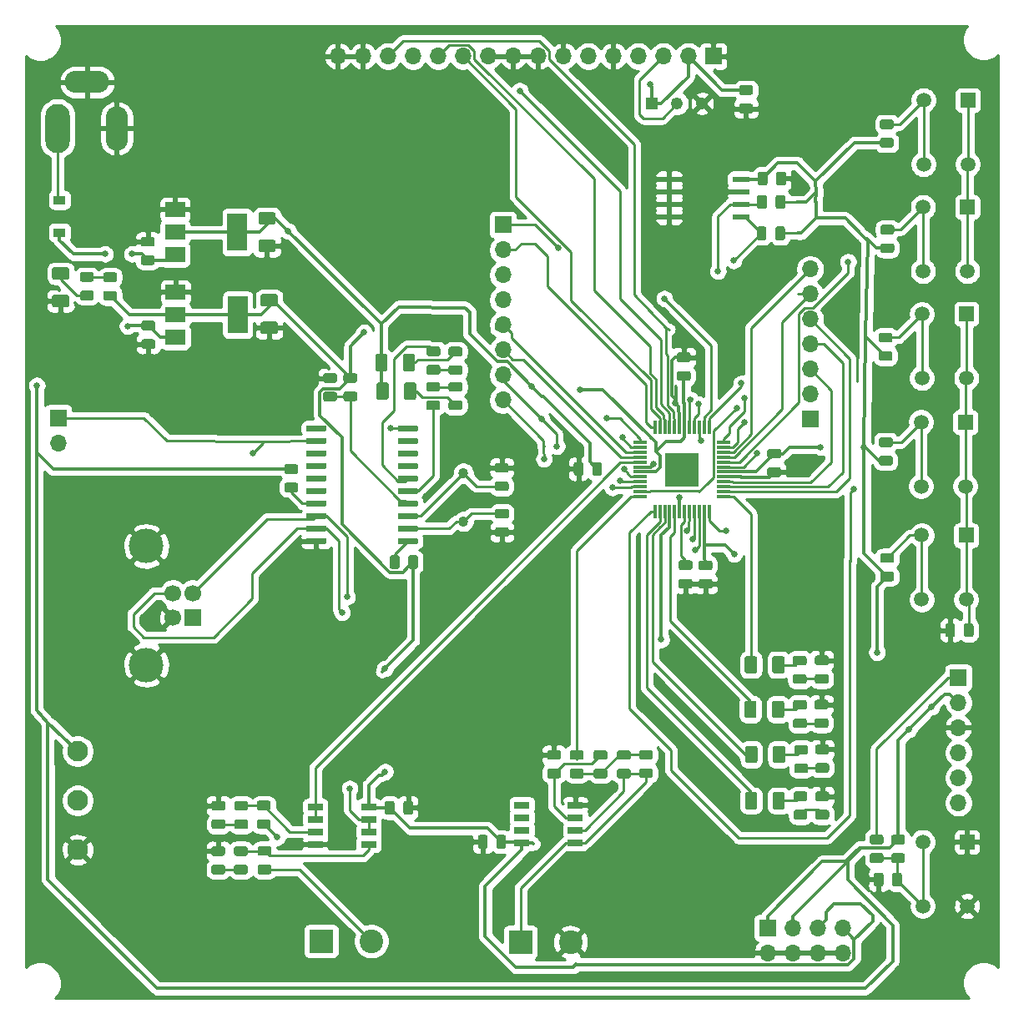
<source format=gbr>
G04 #@! TF.GenerationSoftware,KiCad,Pcbnew,(5.1.5)-3*
G04 #@! TF.CreationDate,2020-07-08T15:32:54-03:00*
G04 #@! TF.ProjectId,VH3,5648332e-6b69-4636-9164-5f7063625858,VH3*
G04 #@! TF.SameCoordinates,Original*
G04 #@! TF.FileFunction,Copper,L1,Top*
G04 #@! TF.FilePolarity,Positive*
%FSLAX46Y46*%
G04 Gerber Fmt 4.6, Leading zero omitted, Abs format (unit mm)*
G04 Created by KiCad (PCBNEW (5.1.5)-3) date 2020-07-08 15:32:54*
%MOMM*%
%LPD*%
G04 APERTURE LIST*
%ADD10R,1.525000X0.700000*%
%ADD11C,0.100000*%
%ADD12R,1.200000X0.900000*%
%ADD13R,0.300000X1.475000*%
%ADD14R,1.475000X0.300000*%
%ADD15R,3.500000X3.500000*%
%ADD16R,1.700000X1.700000*%
%ADD17C,1.700000*%
%ADD18C,3.500000*%
%ADD19O,1.700000X1.700000*%
%ADD20O,2.500000X5.000000*%
%ADD21O,2.250000X4.500000*%
%ADD22O,4.500000X2.250000*%
%ADD23C,2.400000*%
%ADD24R,2.400000X2.400000*%
%ADD25C,1.498000*%
%ADD26R,1.498000X1.498000*%
%ADD27R,1.248000X1.248000*%
%ADD28C,1.248000*%
%ADD29C,2.100000*%
%ADD30R,2.000000X3.800000*%
%ADD31R,2.000000X1.500000*%
%ADD32R,1.690000X0.610000*%
%ADD33C,1.030000*%
%ADD34C,0.660400*%
%ADD35C,0.228600*%
%ADD36C,0.304800*%
%ADD37C,0.330200*%
%ADD38C,0.250000*%
%ADD39C,0.254000*%
G04 APERTURE END LIST*
D10*
X128047200Y-129895600D03*
X128047200Y-131165600D03*
X128047200Y-132435600D03*
X128047200Y-133705600D03*
X133471200Y-133705600D03*
X133471200Y-132435600D03*
X133471200Y-131165600D03*
X133471200Y-129895600D03*
X149002200Y-133553200D03*
X149002200Y-132283200D03*
X149002200Y-131013200D03*
X149002200Y-129743200D03*
X154426200Y-129743200D03*
X154426200Y-131013200D03*
X154426200Y-132283200D03*
X154426200Y-133553200D03*
G04 #@! TA.AperFunction,SMDPad,CuDef*
D11*
G36*
X111579742Y-82470074D02*
G01*
X111603403Y-82473584D01*
X111626607Y-82479396D01*
X111649129Y-82487454D01*
X111670753Y-82497682D01*
X111691270Y-82509979D01*
X111710483Y-82524229D01*
X111728207Y-82540293D01*
X111744271Y-82558017D01*
X111758521Y-82577230D01*
X111770818Y-82597747D01*
X111781046Y-82619371D01*
X111789104Y-82641893D01*
X111794916Y-82665097D01*
X111798426Y-82688758D01*
X111799600Y-82712650D01*
X111799600Y-83200150D01*
X111798426Y-83224042D01*
X111794916Y-83247703D01*
X111789104Y-83270907D01*
X111781046Y-83293429D01*
X111770818Y-83315053D01*
X111758521Y-83335570D01*
X111744271Y-83354783D01*
X111728207Y-83372507D01*
X111710483Y-83388571D01*
X111691270Y-83402821D01*
X111670753Y-83415118D01*
X111649129Y-83425346D01*
X111626607Y-83433404D01*
X111603403Y-83439216D01*
X111579742Y-83442726D01*
X111555850Y-83443900D01*
X110643350Y-83443900D01*
X110619458Y-83442726D01*
X110595797Y-83439216D01*
X110572593Y-83433404D01*
X110550071Y-83425346D01*
X110528447Y-83415118D01*
X110507930Y-83402821D01*
X110488717Y-83388571D01*
X110470993Y-83372507D01*
X110454929Y-83354783D01*
X110440679Y-83335570D01*
X110428382Y-83315053D01*
X110418154Y-83293429D01*
X110410096Y-83270907D01*
X110404284Y-83247703D01*
X110400774Y-83224042D01*
X110399600Y-83200150D01*
X110399600Y-82712650D01*
X110400774Y-82688758D01*
X110404284Y-82665097D01*
X110410096Y-82641893D01*
X110418154Y-82619371D01*
X110428382Y-82597747D01*
X110440679Y-82577230D01*
X110454929Y-82558017D01*
X110470993Y-82540293D01*
X110488717Y-82524229D01*
X110507930Y-82509979D01*
X110528447Y-82497682D01*
X110550071Y-82487454D01*
X110572593Y-82479396D01*
X110595797Y-82473584D01*
X110619458Y-82470074D01*
X110643350Y-82468900D01*
X111555850Y-82468900D01*
X111579742Y-82470074D01*
G37*
G04 #@! TD.AperFunction*
G04 #@! TA.AperFunction,SMDPad,CuDef*
G36*
X111579742Y-80595074D02*
G01*
X111603403Y-80598584D01*
X111626607Y-80604396D01*
X111649129Y-80612454D01*
X111670753Y-80622682D01*
X111691270Y-80634979D01*
X111710483Y-80649229D01*
X111728207Y-80665293D01*
X111744271Y-80683017D01*
X111758521Y-80702230D01*
X111770818Y-80722747D01*
X111781046Y-80744371D01*
X111789104Y-80766893D01*
X111794916Y-80790097D01*
X111798426Y-80813758D01*
X111799600Y-80837650D01*
X111799600Y-81325150D01*
X111798426Y-81349042D01*
X111794916Y-81372703D01*
X111789104Y-81395907D01*
X111781046Y-81418429D01*
X111770818Y-81440053D01*
X111758521Y-81460570D01*
X111744271Y-81479783D01*
X111728207Y-81497507D01*
X111710483Y-81513571D01*
X111691270Y-81527821D01*
X111670753Y-81540118D01*
X111649129Y-81550346D01*
X111626607Y-81558404D01*
X111603403Y-81564216D01*
X111579742Y-81567726D01*
X111555850Y-81568900D01*
X110643350Y-81568900D01*
X110619458Y-81567726D01*
X110595797Y-81564216D01*
X110572593Y-81558404D01*
X110550071Y-81550346D01*
X110528447Y-81540118D01*
X110507930Y-81527821D01*
X110488717Y-81513571D01*
X110470993Y-81497507D01*
X110454929Y-81479783D01*
X110440679Y-81460570D01*
X110428382Y-81440053D01*
X110418154Y-81418429D01*
X110410096Y-81395907D01*
X110404284Y-81372703D01*
X110400774Y-81349042D01*
X110399600Y-81325150D01*
X110399600Y-80837650D01*
X110400774Y-80813758D01*
X110404284Y-80790097D01*
X110410096Y-80766893D01*
X110418154Y-80744371D01*
X110428382Y-80722747D01*
X110440679Y-80702230D01*
X110454929Y-80683017D01*
X110470993Y-80665293D01*
X110488717Y-80649229D01*
X110507930Y-80634979D01*
X110528447Y-80622682D01*
X110550071Y-80612454D01*
X110572593Y-80604396D01*
X110595797Y-80598584D01*
X110619458Y-80595074D01*
X110643350Y-80593900D01*
X111555850Y-80593900D01*
X111579742Y-80595074D01*
G37*
G04 #@! TD.AperFunction*
G04 #@! TA.AperFunction,SMDPad,CuDef*
G36*
X124017304Y-80687604D02*
G01*
X124041573Y-80691204D01*
X124065371Y-80697165D01*
X124088471Y-80705430D01*
X124110649Y-80715920D01*
X124131693Y-80728533D01*
X124151398Y-80743147D01*
X124169577Y-80759623D01*
X124186053Y-80777802D01*
X124200667Y-80797507D01*
X124213280Y-80818551D01*
X124223770Y-80840729D01*
X124232035Y-80863829D01*
X124237996Y-80887627D01*
X124241596Y-80911896D01*
X124242800Y-80936400D01*
X124242800Y-81686400D01*
X124241596Y-81710904D01*
X124237996Y-81735173D01*
X124232035Y-81758971D01*
X124223770Y-81782071D01*
X124213280Y-81804249D01*
X124200667Y-81825293D01*
X124186053Y-81844998D01*
X124169577Y-81863177D01*
X124151398Y-81879653D01*
X124131693Y-81894267D01*
X124110649Y-81906880D01*
X124088471Y-81917370D01*
X124065371Y-81925635D01*
X124041573Y-81931596D01*
X124017304Y-81935196D01*
X123992800Y-81936400D01*
X122742800Y-81936400D01*
X122718296Y-81935196D01*
X122694027Y-81931596D01*
X122670229Y-81925635D01*
X122647129Y-81917370D01*
X122624951Y-81906880D01*
X122603907Y-81894267D01*
X122584202Y-81879653D01*
X122566023Y-81863177D01*
X122549547Y-81844998D01*
X122534933Y-81825293D01*
X122522320Y-81804249D01*
X122511830Y-81782071D01*
X122503565Y-81758971D01*
X122497604Y-81735173D01*
X122494004Y-81710904D01*
X122492800Y-81686400D01*
X122492800Y-80936400D01*
X122494004Y-80911896D01*
X122497604Y-80887627D01*
X122503565Y-80863829D01*
X122511830Y-80840729D01*
X122522320Y-80818551D01*
X122534933Y-80797507D01*
X122549547Y-80777802D01*
X122566023Y-80759623D01*
X122584202Y-80743147D01*
X122603907Y-80728533D01*
X122624951Y-80715920D01*
X122647129Y-80705430D01*
X122670229Y-80697165D01*
X122694027Y-80691204D01*
X122718296Y-80687604D01*
X122742800Y-80686400D01*
X123992800Y-80686400D01*
X124017304Y-80687604D01*
G37*
G04 #@! TD.AperFunction*
G04 #@! TA.AperFunction,SMDPad,CuDef*
G36*
X124017304Y-77887604D02*
G01*
X124041573Y-77891204D01*
X124065371Y-77897165D01*
X124088471Y-77905430D01*
X124110649Y-77915920D01*
X124131693Y-77928533D01*
X124151398Y-77943147D01*
X124169577Y-77959623D01*
X124186053Y-77977802D01*
X124200667Y-77997507D01*
X124213280Y-78018551D01*
X124223770Y-78040729D01*
X124232035Y-78063829D01*
X124237996Y-78087627D01*
X124241596Y-78111896D01*
X124242800Y-78136400D01*
X124242800Y-78886400D01*
X124241596Y-78910904D01*
X124237996Y-78935173D01*
X124232035Y-78958971D01*
X124223770Y-78982071D01*
X124213280Y-79004249D01*
X124200667Y-79025293D01*
X124186053Y-79044998D01*
X124169577Y-79063177D01*
X124151398Y-79079653D01*
X124131693Y-79094267D01*
X124110649Y-79106880D01*
X124088471Y-79117370D01*
X124065371Y-79125635D01*
X124041573Y-79131596D01*
X124017304Y-79135196D01*
X123992800Y-79136400D01*
X122742800Y-79136400D01*
X122718296Y-79135196D01*
X122694027Y-79131596D01*
X122670229Y-79125635D01*
X122647129Y-79117370D01*
X122624951Y-79106880D01*
X122603907Y-79094267D01*
X122584202Y-79079653D01*
X122566023Y-79063177D01*
X122549547Y-79044998D01*
X122534933Y-79025293D01*
X122522320Y-79004249D01*
X122511830Y-78982071D01*
X122503565Y-78958971D01*
X122497604Y-78935173D01*
X122494004Y-78910904D01*
X122492800Y-78886400D01*
X122492800Y-78136400D01*
X122494004Y-78111896D01*
X122497604Y-78087627D01*
X122503565Y-78063829D01*
X122511830Y-78040729D01*
X122522320Y-78018551D01*
X122534933Y-77997507D01*
X122549547Y-77977802D01*
X122566023Y-77959623D01*
X122584202Y-77943147D01*
X122603907Y-77928533D01*
X122624951Y-77915920D01*
X122647129Y-77905430D01*
X122670229Y-77897165D01*
X122694027Y-77891204D01*
X122718296Y-77887604D01*
X122742800Y-77886400D01*
X123992800Y-77886400D01*
X124017304Y-77887604D01*
G37*
G04 #@! TD.AperFunction*
G04 #@! TA.AperFunction,SMDPad,CuDef*
G36*
X111528942Y-72094174D02*
G01*
X111552603Y-72097684D01*
X111575807Y-72103496D01*
X111598329Y-72111554D01*
X111619953Y-72121782D01*
X111640470Y-72134079D01*
X111659683Y-72148329D01*
X111677407Y-72164393D01*
X111693471Y-72182117D01*
X111707721Y-72201330D01*
X111720018Y-72221847D01*
X111730246Y-72243471D01*
X111738304Y-72265993D01*
X111744116Y-72289197D01*
X111747626Y-72312858D01*
X111748800Y-72336750D01*
X111748800Y-72824250D01*
X111747626Y-72848142D01*
X111744116Y-72871803D01*
X111738304Y-72895007D01*
X111730246Y-72917529D01*
X111720018Y-72939153D01*
X111707721Y-72959670D01*
X111693471Y-72978883D01*
X111677407Y-72996607D01*
X111659683Y-73012671D01*
X111640470Y-73026921D01*
X111619953Y-73039218D01*
X111598329Y-73049446D01*
X111575807Y-73057504D01*
X111552603Y-73063316D01*
X111528942Y-73066826D01*
X111505050Y-73068000D01*
X110592550Y-73068000D01*
X110568658Y-73066826D01*
X110544997Y-73063316D01*
X110521793Y-73057504D01*
X110499271Y-73049446D01*
X110477647Y-73039218D01*
X110457130Y-73026921D01*
X110437917Y-73012671D01*
X110420193Y-72996607D01*
X110404129Y-72978883D01*
X110389879Y-72959670D01*
X110377582Y-72939153D01*
X110367354Y-72917529D01*
X110359296Y-72895007D01*
X110353484Y-72871803D01*
X110349974Y-72848142D01*
X110348800Y-72824250D01*
X110348800Y-72336750D01*
X110349974Y-72312858D01*
X110353484Y-72289197D01*
X110359296Y-72265993D01*
X110367354Y-72243471D01*
X110377582Y-72221847D01*
X110389879Y-72201330D01*
X110404129Y-72182117D01*
X110420193Y-72164393D01*
X110437917Y-72148329D01*
X110457130Y-72134079D01*
X110477647Y-72121782D01*
X110499271Y-72111554D01*
X110521793Y-72103496D01*
X110544997Y-72097684D01*
X110568658Y-72094174D01*
X110592550Y-72093000D01*
X111505050Y-72093000D01*
X111528942Y-72094174D01*
G37*
G04 #@! TD.AperFunction*
G04 #@! TA.AperFunction,SMDPad,CuDef*
G36*
X111528942Y-73969174D02*
G01*
X111552603Y-73972684D01*
X111575807Y-73978496D01*
X111598329Y-73986554D01*
X111619953Y-73996782D01*
X111640470Y-74009079D01*
X111659683Y-74023329D01*
X111677407Y-74039393D01*
X111693471Y-74057117D01*
X111707721Y-74076330D01*
X111720018Y-74096847D01*
X111730246Y-74118471D01*
X111738304Y-74140993D01*
X111744116Y-74164197D01*
X111747626Y-74187858D01*
X111748800Y-74211750D01*
X111748800Y-74699250D01*
X111747626Y-74723142D01*
X111744116Y-74746803D01*
X111738304Y-74770007D01*
X111730246Y-74792529D01*
X111720018Y-74814153D01*
X111707721Y-74834670D01*
X111693471Y-74853883D01*
X111677407Y-74871607D01*
X111659683Y-74887671D01*
X111640470Y-74901921D01*
X111619953Y-74914218D01*
X111598329Y-74924446D01*
X111575807Y-74932504D01*
X111552603Y-74938316D01*
X111528942Y-74941826D01*
X111505050Y-74943000D01*
X110592550Y-74943000D01*
X110568658Y-74941826D01*
X110544997Y-74938316D01*
X110521793Y-74932504D01*
X110499271Y-74924446D01*
X110477647Y-74914218D01*
X110457130Y-74901921D01*
X110437917Y-74887671D01*
X110420193Y-74871607D01*
X110404129Y-74853883D01*
X110389879Y-74834670D01*
X110377582Y-74814153D01*
X110367354Y-74792529D01*
X110359296Y-74770007D01*
X110353484Y-74746803D01*
X110349974Y-74723142D01*
X110348800Y-74699250D01*
X110348800Y-74211750D01*
X110349974Y-74187858D01*
X110353484Y-74164197D01*
X110359296Y-74140993D01*
X110367354Y-74118471D01*
X110377582Y-74096847D01*
X110389879Y-74076330D01*
X110404129Y-74057117D01*
X110420193Y-74039393D01*
X110437917Y-74023329D01*
X110457130Y-74009079D01*
X110477647Y-73996782D01*
X110499271Y-73986554D01*
X110521793Y-73978496D01*
X110544997Y-73972684D01*
X110568658Y-73969174D01*
X110592550Y-73968000D01*
X111505050Y-73968000D01*
X111528942Y-73969174D01*
G37*
G04 #@! TD.AperFunction*
G04 #@! TA.AperFunction,SMDPad,CuDef*
G36*
X123788704Y-69575804D02*
G01*
X123812973Y-69579404D01*
X123836771Y-69585365D01*
X123859871Y-69593630D01*
X123882049Y-69604120D01*
X123903093Y-69616733D01*
X123922798Y-69631347D01*
X123940977Y-69647823D01*
X123957453Y-69666002D01*
X123972067Y-69685707D01*
X123984680Y-69706751D01*
X123995170Y-69728929D01*
X124003435Y-69752029D01*
X124009396Y-69775827D01*
X124012996Y-69800096D01*
X124014200Y-69824600D01*
X124014200Y-70574600D01*
X124012996Y-70599104D01*
X124009396Y-70623373D01*
X124003435Y-70647171D01*
X123995170Y-70670271D01*
X123984680Y-70692449D01*
X123972067Y-70713493D01*
X123957453Y-70733198D01*
X123940977Y-70751377D01*
X123922798Y-70767853D01*
X123903093Y-70782467D01*
X123882049Y-70795080D01*
X123859871Y-70805570D01*
X123836771Y-70813835D01*
X123812973Y-70819796D01*
X123788704Y-70823396D01*
X123764200Y-70824600D01*
X122514200Y-70824600D01*
X122489696Y-70823396D01*
X122465427Y-70819796D01*
X122441629Y-70813835D01*
X122418529Y-70805570D01*
X122396351Y-70795080D01*
X122375307Y-70782467D01*
X122355602Y-70767853D01*
X122337423Y-70751377D01*
X122320947Y-70733198D01*
X122306333Y-70713493D01*
X122293720Y-70692449D01*
X122283230Y-70670271D01*
X122274965Y-70647171D01*
X122269004Y-70623373D01*
X122265404Y-70599104D01*
X122264200Y-70574600D01*
X122264200Y-69824600D01*
X122265404Y-69800096D01*
X122269004Y-69775827D01*
X122274965Y-69752029D01*
X122283230Y-69728929D01*
X122293720Y-69706751D01*
X122306333Y-69685707D01*
X122320947Y-69666002D01*
X122337423Y-69647823D01*
X122355602Y-69631347D01*
X122375307Y-69616733D01*
X122396351Y-69604120D01*
X122418529Y-69593630D01*
X122441629Y-69585365D01*
X122465427Y-69579404D01*
X122489696Y-69575804D01*
X122514200Y-69574600D01*
X123764200Y-69574600D01*
X123788704Y-69575804D01*
G37*
G04 #@! TD.AperFunction*
G04 #@! TA.AperFunction,SMDPad,CuDef*
G36*
X123788704Y-72375804D02*
G01*
X123812973Y-72379404D01*
X123836771Y-72385365D01*
X123859871Y-72393630D01*
X123882049Y-72404120D01*
X123903093Y-72416733D01*
X123922798Y-72431347D01*
X123940977Y-72447823D01*
X123957453Y-72466002D01*
X123972067Y-72485707D01*
X123984680Y-72506751D01*
X123995170Y-72528929D01*
X124003435Y-72552029D01*
X124009396Y-72575827D01*
X124012996Y-72600096D01*
X124014200Y-72624600D01*
X124014200Y-73374600D01*
X124012996Y-73399104D01*
X124009396Y-73423373D01*
X124003435Y-73447171D01*
X123995170Y-73470271D01*
X123984680Y-73492449D01*
X123972067Y-73513493D01*
X123957453Y-73533198D01*
X123940977Y-73551377D01*
X123922798Y-73567853D01*
X123903093Y-73582467D01*
X123882049Y-73595080D01*
X123859871Y-73605570D01*
X123836771Y-73613835D01*
X123812973Y-73619796D01*
X123788704Y-73623396D01*
X123764200Y-73624600D01*
X122514200Y-73624600D01*
X122489696Y-73623396D01*
X122465427Y-73619796D01*
X122441629Y-73613835D01*
X122418529Y-73605570D01*
X122396351Y-73595080D01*
X122375307Y-73582467D01*
X122355602Y-73567853D01*
X122337423Y-73551377D01*
X122320947Y-73533198D01*
X122306333Y-73513493D01*
X122293720Y-73492449D01*
X122283230Y-73470271D01*
X122274965Y-73447171D01*
X122269004Y-73423373D01*
X122265404Y-73399104D01*
X122264200Y-73374600D01*
X122264200Y-72624600D01*
X122265404Y-72600096D01*
X122269004Y-72575827D01*
X122274965Y-72552029D01*
X122283230Y-72528929D01*
X122293720Y-72506751D01*
X122306333Y-72485707D01*
X122320947Y-72466002D01*
X122337423Y-72447823D01*
X122355602Y-72431347D01*
X122375307Y-72416733D01*
X122396351Y-72404120D01*
X122418529Y-72393630D01*
X122441629Y-72385365D01*
X122465427Y-72379404D01*
X122489696Y-72375804D01*
X122514200Y-72374600D01*
X123764200Y-72374600D01*
X123788704Y-72375804D01*
G37*
G04 #@! TD.AperFunction*
G04 #@! TA.AperFunction,SMDPad,CuDef*
G36*
X187336342Y-136588174D02*
G01*
X187360003Y-136591684D01*
X187383207Y-136597496D01*
X187405729Y-136605554D01*
X187427353Y-136615782D01*
X187447870Y-136628079D01*
X187467083Y-136642329D01*
X187484807Y-136658393D01*
X187500871Y-136676117D01*
X187515121Y-136695330D01*
X187527418Y-136715847D01*
X187537646Y-136737471D01*
X187545704Y-136759993D01*
X187551516Y-136783197D01*
X187555026Y-136806858D01*
X187556200Y-136830750D01*
X187556200Y-137743250D01*
X187555026Y-137767142D01*
X187551516Y-137790803D01*
X187545704Y-137814007D01*
X187537646Y-137836529D01*
X187527418Y-137858153D01*
X187515121Y-137878670D01*
X187500871Y-137897883D01*
X187484807Y-137915607D01*
X187467083Y-137931671D01*
X187447870Y-137945921D01*
X187427353Y-137958218D01*
X187405729Y-137968446D01*
X187383207Y-137976504D01*
X187360003Y-137982316D01*
X187336342Y-137985826D01*
X187312450Y-137987000D01*
X186824950Y-137987000D01*
X186801058Y-137985826D01*
X186777397Y-137982316D01*
X186754193Y-137976504D01*
X186731671Y-137968446D01*
X186710047Y-137958218D01*
X186689530Y-137945921D01*
X186670317Y-137931671D01*
X186652593Y-137915607D01*
X186636529Y-137897883D01*
X186622279Y-137878670D01*
X186609982Y-137858153D01*
X186599754Y-137836529D01*
X186591696Y-137814007D01*
X186585884Y-137790803D01*
X186582374Y-137767142D01*
X186581200Y-137743250D01*
X186581200Y-136830750D01*
X186582374Y-136806858D01*
X186585884Y-136783197D01*
X186591696Y-136759993D01*
X186599754Y-136737471D01*
X186609982Y-136715847D01*
X186622279Y-136695330D01*
X186636529Y-136676117D01*
X186652593Y-136658393D01*
X186670317Y-136642329D01*
X186689530Y-136628079D01*
X186710047Y-136615782D01*
X186731671Y-136605554D01*
X186754193Y-136597496D01*
X186777397Y-136591684D01*
X186801058Y-136588174D01*
X186824950Y-136587000D01*
X187312450Y-136587000D01*
X187336342Y-136588174D01*
G37*
G04 #@! TD.AperFunction*
G04 #@! TA.AperFunction,SMDPad,CuDef*
G36*
X185461342Y-136588174D02*
G01*
X185485003Y-136591684D01*
X185508207Y-136597496D01*
X185530729Y-136605554D01*
X185552353Y-136615782D01*
X185572870Y-136628079D01*
X185592083Y-136642329D01*
X185609807Y-136658393D01*
X185625871Y-136676117D01*
X185640121Y-136695330D01*
X185652418Y-136715847D01*
X185662646Y-136737471D01*
X185670704Y-136759993D01*
X185676516Y-136783197D01*
X185680026Y-136806858D01*
X185681200Y-136830750D01*
X185681200Y-137743250D01*
X185680026Y-137767142D01*
X185676516Y-137790803D01*
X185670704Y-137814007D01*
X185662646Y-137836529D01*
X185652418Y-137858153D01*
X185640121Y-137878670D01*
X185625871Y-137897883D01*
X185609807Y-137915607D01*
X185592083Y-137931671D01*
X185572870Y-137945921D01*
X185552353Y-137958218D01*
X185530729Y-137968446D01*
X185508207Y-137976504D01*
X185485003Y-137982316D01*
X185461342Y-137985826D01*
X185437450Y-137987000D01*
X184949950Y-137987000D01*
X184926058Y-137985826D01*
X184902397Y-137982316D01*
X184879193Y-137976504D01*
X184856671Y-137968446D01*
X184835047Y-137958218D01*
X184814530Y-137945921D01*
X184795317Y-137931671D01*
X184777593Y-137915607D01*
X184761529Y-137897883D01*
X184747279Y-137878670D01*
X184734982Y-137858153D01*
X184724754Y-137836529D01*
X184716696Y-137814007D01*
X184710884Y-137790803D01*
X184707374Y-137767142D01*
X184706200Y-137743250D01*
X184706200Y-136830750D01*
X184707374Y-136806858D01*
X184710884Y-136783197D01*
X184716696Y-136759993D01*
X184724754Y-136737471D01*
X184734982Y-136715847D01*
X184747279Y-136695330D01*
X184761529Y-136676117D01*
X184777593Y-136658393D01*
X184795317Y-136642329D01*
X184814530Y-136628079D01*
X184835047Y-136615782D01*
X184856671Y-136605554D01*
X184879193Y-136597496D01*
X184902397Y-136591684D01*
X184926058Y-136588174D01*
X184949950Y-136587000D01*
X185437450Y-136587000D01*
X185461342Y-136588174D01*
G37*
G04 #@! TD.AperFunction*
G04 #@! TA.AperFunction,SMDPad,CuDef*
G36*
X175079742Y-93595274D02*
G01*
X175103403Y-93598784D01*
X175126607Y-93604596D01*
X175149129Y-93612654D01*
X175170753Y-93622882D01*
X175191270Y-93635179D01*
X175210483Y-93649429D01*
X175228207Y-93665493D01*
X175244271Y-93683217D01*
X175258521Y-93702430D01*
X175270818Y-93722947D01*
X175281046Y-93744571D01*
X175289104Y-93767093D01*
X175294916Y-93790297D01*
X175298426Y-93813958D01*
X175299600Y-93837850D01*
X175299600Y-94325350D01*
X175298426Y-94349242D01*
X175294916Y-94372903D01*
X175289104Y-94396107D01*
X175281046Y-94418629D01*
X175270818Y-94440253D01*
X175258521Y-94460770D01*
X175244271Y-94479983D01*
X175228207Y-94497707D01*
X175210483Y-94513771D01*
X175191270Y-94528021D01*
X175170753Y-94540318D01*
X175149129Y-94550546D01*
X175126607Y-94558604D01*
X175103403Y-94564416D01*
X175079742Y-94567926D01*
X175055850Y-94569100D01*
X174143350Y-94569100D01*
X174119458Y-94567926D01*
X174095797Y-94564416D01*
X174072593Y-94558604D01*
X174050071Y-94550546D01*
X174028447Y-94540318D01*
X174007930Y-94528021D01*
X173988717Y-94513771D01*
X173970993Y-94497707D01*
X173954929Y-94479983D01*
X173940679Y-94460770D01*
X173928382Y-94440253D01*
X173918154Y-94418629D01*
X173910096Y-94396107D01*
X173904284Y-94372903D01*
X173900774Y-94349242D01*
X173899600Y-94325350D01*
X173899600Y-93837850D01*
X173900774Y-93813958D01*
X173904284Y-93790297D01*
X173910096Y-93767093D01*
X173918154Y-93744571D01*
X173928382Y-93722947D01*
X173940679Y-93702430D01*
X173954929Y-93683217D01*
X173970993Y-93665493D01*
X173988717Y-93649429D01*
X174007930Y-93635179D01*
X174028447Y-93622882D01*
X174050071Y-93612654D01*
X174072593Y-93604596D01*
X174095797Y-93598784D01*
X174119458Y-93595274D01*
X174143350Y-93594100D01*
X175055850Y-93594100D01*
X175079742Y-93595274D01*
G37*
G04 #@! TD.AperFunction*
G04 #@! TA.AperFunction,SMDPad,CuDef*
G36*
X175079742Y-95470274D02*
G01*
X175103403Y-95473784D01*
X175126607Y-95479596D01*
X175149129Y-95487654D01*
X175170753Y-95497882D01*
X175191270Y-95510179D01*
X175210483Y-95524429D01*
X175228207Y-95540493D01*
X175244271Y-95558217D01*
X175258521Y-95577430D01*
X175270818Y-95597947D01*
X175281046Y-95619571D01*
X175289104Y-95642093D01*
X175294916Y-95665297D01*
X175298426Y-95688958D01*
X175299600Y-95712850D01*
X175299600Y-96200350D01*
X175298426Y-96224242D01*
X175294916Y-96247903D01*
X175289104Y-96271107D01*
X175281046Y-96293629D01*
X175270818Y-96315253D01*
X175258521Y-96335770D01*
X175244271Y-96354983D01*
X175228207Y-96372707D01*
X175210483Y-96388771D01*
X175191270Y-96403021D01*
X175170753Y-96415318D01*
X175149129Y-96425546D01*
X175126607Y-96433604D01*
X175103403Y-96439416D01*
X175079742Y-96442926D01*
X175055850Y-96444100D01*
X174143350Y-96444100D01*
X174119458Y-96442926D01*
X174095797Y-96439416D01*
X174072593Y-96433604D01*
X174050071Y-96425546D01*
X174028447Y-96415318D01*
X174007930Y-96403021D01*
X173988717Y-96388771D01*
X173970993Y-96372707D01*
X173954929Y-96354983D01*
X173940679Y-96335770D01*
X173928382Y-96315253D01*
X173918154Y-96293629D01*
X173910096Y-96271107D01*
X173904284Y-96247903D01*
X173900774Y-96224242D01*
X173899600Y-96200350D01*
X173899600Y-95712850D01*
X173900774Y-95688958D01*
X173904284Y-95665297D01*
X173910096Y-95642093D01*
X173918154Y-95619571D01*
X173928382Y-95597947D01*
X173940679Y-95577430D01*
X173954929Y-95558217D01*
X173970993Y-95540493D01*
X173988717Y-95524429D01*
X174007930Y-95510179D01*
X174028447Y-95497882D01*
X174050071Y-95487654D01*
X174072593Y-95479596D01*
X174095797Y-95473784D01*
X174119458Y-95470274D01*
X174143350Y-95469100D01*
X175055850Y-95469100D01*
X175079742Y-95470274D01*
G37*
G04 #@! TD.AperFunction*
G04 #@! TA.AperFunction,SMDPad,CuDef*
G36*
X165910342Y-83816274D02*
G01*
X165934003Y-83819784D01*
X165957207Y-83825596D01*
X165979729Y-83833654D01*
X166001353Y-83843882D01*
X166021870Y-83856179D01*
X166041083Y-83870429D01*
X166058807Y-83886493D01*
X166074871Y-83904217D01*
X166089121Y-83923430D01*
X166101418Y-83943947D01*
X166111646Y-83965571D01*
X166119704Y-83988093D01*
X166125516Y-84011297D01*
X166129026Y-84034958D01*
X166130200Y-84058850D01*
X166130200Y-84546350D01*
X166129026Y-84570242D01*
X166125516Y-84593903D01*
X166119704Y-84617107D01*
X166111646Y-84639629D01*
X166101418Y-84661253D01*
X166089121Y-84681770D01*
X166074871Y-84700983D01*
X166058807Y-84718707D01*
X166041083Y-84734771D01*
X166021870Y-84749021D01*
X166001353Y-84761318D01*
X165979729Y-84771546D01*
X165957207Y-84779604D01*
X165934003Y-84785416D01*
X165910342Y-84788926D01*
X165886450Y-84790100D01*
X164973950Y-84790100D01*
X164950058Y-84788926D01*
X164926397Y-84785416D01*
X164903193Y-84779604D01*
X164880671Y-84771546D01*
X164859047Y-84761318D01*
X164838530Y-84749021D01*
X164819317Y-84734771D01*
X164801593Y-84718707D01*
X164785529Y-84700983D01*
X164771279Y-84681770D01*
X164758982Y-84661253D01*
X164748754Y-84639629D01*
X164740696Y-84617107D01*
X164734884Y-84593903D01*
X164731374Y-84570242D01*
X164730200Y-84546350D01*
X164730200Y-84058850D01*
X164731374Y-84034958D01*
X164734884Y-84011297D01*
X164740696Y-83988093D01*
X164748754Y-83965571D01*
X164758982Y-83943947D01*
X164771279Y-83923430D01*
X164785529Y-83904217D01*
X164801593Y-83886493D01*
X164819317Y-83870429D01*
X164838530Y-83856179D01*
X164859047Y-83843882D01*
X164880671Y-83833654D01*
X164903193Y-83825596D01*
X164926397Y-83819784D01*
X164950058Y-83816274D01*
X164973950Y-83815100D01*
X165886450Y-83815100D01*
X165910342Y-83816274D01*
G37*
G04 #@! TD.AperFunction*
G04 #@! TA.AperFunction,SMDPad,CuDef*
G36*
X165910342Y-85691274D02*
G01*
X165934003Y-85694784D01*
X165957207Y-85700596D01*
X165979729Y-85708654D01*
X166001353Y-85718882D01*
X166021870Y-85731179D01*
X166041083Y-85745429D01*
X166058807Y-85761493D01*
X166074871Y-85779217D01*
X166089121Y-85798430D01*
X166101418Y-85818947D01*
X166111646Y-85840571D01*
X166119704Y-85863093D01*
X166125516Y-85886297D01*
X166129026Y-85909958D01*
X166130200Y-85933850D01*
X166130200Y-86421350D01*
X166129026Y-86445242D01*
X166125516Y-86468903D01*
X166119704Y-86492107D01*
X166111646Y-86514629D01*
X166101418Y-86536253D01*
X166089121Y-86556770D01*
X166074871Y-86575983D01*
X166058807Y-86593707D01*
X166041083Y-86609771D01*
X166021870Y-86624021D01*
X166001353Y-86636318D01*
X165979729Y-86646546D01*
X165957207Y-86654604D01*
X165934003Y-86660416D01*
X165910342Y-86663926D01*
X165886450Y-86665100D01*
X164973950Y-86665100D01*
X164950058Y-86663926D01*
X164926397Y-86660416D01*
X164903193Y-86654604D01*
X164880671Y-86646546D01*
X164859047Y-86636318D01*
X164838530Y-86624021D01*
X164819317Y-86609771D01*
X164801593Y-86593707D01*
X164785529Y-86575983D01*
X164771279Y-86556770D01*
X164758982Y-86536253D01*
X164748754Y-86514629D01*
X164740696Y-86492107D01*
X164734884Y-86468903D01*
X164731374Y-86445242D01*
X164730200Y-86421350D01*
X164730200Y-85933850D01*
X164731374Y-85909958D01*
X164734884Y-85886297D01*
X164740696Y-85863093D01*
X164748754Y-85840571D01*
X164758982Y-85818947D01*
X164771279Y-85798430D01*
X164785529Y-85779217D01*
X164801593Y-85761493D01*
X164819317Y-85745429D01*
X164838530Y-85731179D01*
X164859047Y-85718882D01*
X164880671Y-85708654D01*
X164903193Y-85700596D01*
X164926397Y-85694784D01*
X164950058Y-85691274D01*
X164973950Y-85690100D01*
X165886450Y-85690100D01*
X165910342Y-85691274D01*
G37*
G04 #@! TD.AperFunction*
G04 #@! TA.AperFunction,SMDPad,CuDef*
G36*
X156896742Y-94919474D02*
G01*
X156920403Y-94922984D01*
X156943607Y-94928796D01*
X156966129Y-94936854D01*
X156987753Y-94947082D01*
X157008270Y-94959379D01*
X157027483Y-94973629D01*
X157045207Y-94989693D01*
X157061271Y-95007417D01*
X157075521Y-95026630D01*
X157087818Y-95047147D01*
X157098046Y-95068771D01*
X157106104Y-95091293D01*
X157111916Y-95114497D01*
X157115426Y-95138158D01*
X157116600Y-95162050D01*
X157116600Y-96074550D01*
X157115426Y-96098442D01*
X157111916Y-96122103D01*
X157106104Y-96145307D01*
X157098046Y-96167829D01*
X157087818Y-96189453D01*
X157075521Y-96209970D01*
X157061271Y-96229183D01*
X157045207Y-96246907D01*
X157027483Y-96262971D01*
X157008270Y-96277221D01*
X156987753Y-96289518D01*
X156966129Y-96299746D01*
X156943607Y-96307804D01*
X156920403Y-96313616D01*
X156896742Y-96317126D01*
X156872850Y-96318300D01*
X156385350Y-96318300D01*
X156361458Y-96317126D01*
X156337797Y-96313616D01*
X156314593Y-96307804D01*
X156292071Y-96299746D01*
X156270447Y-96289518D01*
X156249930Y-96277221D01*
X156230717Y-96262971D01*
X156212993Y-96246907D01*
X156196929Y-96229183D01*
X156182679Y-96209970D01*
X156170382Y-96189453D01*
X156160154Y-96167829D01*
X156152096Y-96145307D01*
X156146284Y-96122103D01*
X156142774Y-96098442D01*
X156141600Y-96074550D01*
X156141600Y-95162050D01*
X156142774Y-95138158D01*
X156146284Y-95114497D01*
X156152096Y-95091293D01*
X156160154Y-95068771D01*
X156170382Y-95047147D01*
X156182679Y-95026630D01*
X156196929Y-95007417D01*
X156212993Y-94989693D01*
X156230717Y-94973629D01*
X156249930Y-94959379D01*
X156270447Y-94947082D01*
X156292071Y-94936854D01*
X156314593Y-94928796D01*
X156337797Y-94922984D01*
X156361458Y-94919474D01*
X156385350Y-94918300D01*
X156872850Y-94918300D01*
X156896742Y-94919474D01*
G37*
G04 #@! TD.AperFunction*
G04 #@! TA.AperFunction,SMDPad,CuDef*
G36*
X155021742Y-94919474D02*
G01*
X155045403Y-94922984D01*
X155068607Y-94928796D01*
X155091129Y-94936854D01*
X155112753Y-94947082D01*
X155133270Y-94959379D01*
X155152483Y-94973629D01*
X155170207Y-94989693D01*
X155186271Y-95007417D01*
X155200521Y-95026630D01*
X155212818Y-95047147D01*
X155223046Y-95068771D01*
X155231104Y-95091293D01*
X155236916Y-95114497D01*
X155240426Y-95138158D01*
X155241600Y-95162050D01*
X155241600Y-96074550D01*
X155240426Y-96098442D01*
X155236916Y-96122103D01*
X155231104Y-96145307D01*
X155223046Y-96167829D01*
X155212818Y-96189453D01*
X155200521Y-96209970D01*
X155186271Y-96229183D01*
X155170207Y-96246907D01*
X155152483Y-96262971D01*
X155133270Y-96277221D01*
X155112753Y-96289518D01*
X155091129Y-96299746D01*
X155068607Y-96307804D01*
X155045403Y-96313616D01*
X155021742Y-96317126D01*
X154997850Y-96318300D01*
X154510350Y-96318300D01*
X154486458Y-96317126D01*
X154462797Y-96313616D01*
X154439593Y-96307804D01*
X154417071Y-96299746D01*
X154395447Y-96289518D01*
X154374930Y-96277221D01*
X154355717Y-96262971D01*
X154337993Y-96246907D01*
X154321929Y-96229183D01*
X154307679Y-96209970D01*
X154295382Y-96189453D01*
X154285154Y-96167829D01*
X154277096Y-96145307D01*
X154271284Y-96122103D01*
X154267774Y-96098442D01*
X154266600Y-96074550D01*
X154266600Y-95162050D01*
X154267774Y-95138158D01*
X154271284Y-95114497D01*
X154277096Y-95091293D01*
X154285154Y-95068771D01*
X154295382Y-95047147D01*
X154307679Y-95026630D01*
X154321929Y-95007417D01*
X154337993Y-94989693D01*
X154355717Y-94973629D01*
X154374930Y-94959379D01*
X154395447Y-94947082D01*
X154417071Y-94936854D01*
X154439593Y-94928796D01*
X154462797Y-94922984D01*
X154486458Y-94919474D01*
X154510350Y-94918300D01*
X154997850Y-94918300D01*
X155021742Y-94919474D01*
G37*
G04 #@! TD.AperFunction*
G04 #@! TA.AperFunction,SMDPad,CuDef*
G36*
X166088142Y-106775574D02*
G01*
X166111803Y-106779084D01*
X166135007Y-106784896D01*
X166157529Y-106792954D01*
X166179153Y-106803182D01*
X166199670Y-106815479D01*
X166218883Y-106829729D01*
X166236607Y-106845793D01*
X166252671Y-106863517D01*
X166266921Y-106882730D01*
X166279218Y-106903247D01*
X166289446Y-106924871D01*
X166297504Y-106947393D01*
X166303316Y-106970597D01*
X166306826Y-106994258D01*
X166308000Y-107018150D01*
X166308000Y-107505650D01*
X166306826Y-107529542D01*
X166303316Y-107553203D01*
X166297504Y-107576407D01*
X166289446Y-107598929D01*
X166279218Y-107620553D01*
X166266921Y-107641070D01*
X166252671Y-107660283D01*
X166236607Y-107678007D01*
X166218883Y-107694071D01*
X166199670Y-107708321D01*
X166179153Y-107720618D01*
X166157529Y-107730846D01*
X166135007Y-107738904D01*
X166111803Y-107744716D01*
X166088142Y-107748226D01*
X166064250Y-107749400D01*
X165151750Y-107749400D01*
X165127858Y-107748226D01*
X165104197Y-107744716D01*
X165080993Y-107738904D01*
X165058471Y-107730846D01*
X165036847Y-107720618D01*
X165016330Y-107708321D01*
X164997117Y-107694071D01*
X164979393Y-107678007D01*
X164963329Y-107660283D01*
X164949079Y-107641070D01*
X164936782Y-107620553D01*
X164926554Y-107598929D01*
X164918496Y-107576407D01*
X164912684Y-107553203D01*
X164909174Y-107529542D01*
X164908000Y-107505650D01*
X164908000Y-107018150D01*
X164909174Y-106994258D01*
X164912684Y-106970597D01*
X164918496Y-106947393D01*
X164926554Y-106924871D01*
X164936782Y-106903247D01*
X164949079Y-106882730D01*
X164963329Y-106863517D01*
X164979393Y-106845793D01*
X164997117Y-106829729D01*
X165016330Y-106815479D01*
X165036847Y-106803182D01*
X165058471Y-106792954D01*
X165080993Y-106784896D01*
X165104197Y-106779084D01*
X165127858Y-106775574D01*
X165151750Y-106774400D01*
X166064250Y-106774400D01*
X166088142Y-106775574D01*
G37*
G04 #@! TD.AperFunction*
G04 #@! TA.AperFunction,SMDPad,CuDef*
G36*
X166088142Y-104900574D02*
G01*
X166111803Y-104904084D01*
X166135007Y-104909896D01*
X166157529Y-104917954D01*
X166179153Y-104928182D01*
X166199670Y-104940479D01*
X166218883Y-104954729D01*
X166236607Y-104970793D01*
X166252671Y-104988517D01*
X166266921Y-105007730D01*
X166279218Y-105028247D01*
X166289446Y-105049871D01*
X166297504Y-105072393D01*
X166303316Y-105095597D01*
X166306826Y-105119258D01*
X166308000Y-105143150D01*
X166308000Y-105630650D01*
X166306826Y-105654542D01*
X166303316Y-105678203D01*
X166297504Y-105701407D01*
X166289446Y-105723929D01*
X166279218Y-105745553D01*
X166266921Y-105766070D01*
X166252671Y-105785283D01*
X166236607Y-105803007D01*
X166218883Y-105819071D01*
X166199670Y-105833321D01*
X166179153Y-105845618D01*
X166157529Y-105855846D01*
X166135007Y-105863904D01*
X166111803Y-105869716D01*
X166088142Y-105873226D01*
X166064250Y-105874400D01*
X165151750Y-105874400D01*
X165127858Y-105873226D01*
X165104197Y-105869716D01*
X165080993Y-105863904D01*
X165058471Y-105855846D01*
X165036847Y-105845618D01*
X165016330Y-105833321D01*
X164997117Y-105819071D01*
X164979393Y-105803007D01*
X164963329Y-105785283D01*
X164949079Y-105766070D01*
X164936782Y-105745553D01*
X164926554Y-105723929D01*
X164918496Y-105701407D01*
X164912684Y-105678203D01*
X164909174Y-105654542D01*
X164908000Y-105630650D01*
X164908000Y-105143150D01*
X164909174Y-105119258D01*
X164912684Y-105095597D01*
X164918496Y-105072393D01*
X164926554Y-105049871D01*
X164936782Y-105028247D01*
X164949079Y-105007730D01*
X164963329Y-104988517D01*
X164979393Y-104970793D01*
X164997117Y-104954729D01*
X165016330Y-104940479D01*
X165036847Y-104928182D01*
X165058471Y-104917954D01*
X165080993Y-104909896D01*
X165104197Y-104904084D01*
X165127858Y-104900574D01*
X165151750Y-104899400D01*
X166064250Y-104899400D01*
X166088142Y-104900574D01*
G37*
G04 #@! TD.AperFunction*
G04 #@! TA.AperFunction,SMDPad,CuDef*
G36*
X168120142Y-104925974D02*
G01*
X168143803Y-104929484D01*
X168167007Y-104935296D01*
X168189529Y-104943354D01*
X168211153Y-104953582D01*
X168231670Y-104965879D01*
X168250883Y-104980129D01*
X168268607Y-104996193D01*
X168284671Y-105013917D01*
X168298921Y-105033130D01*
X168311218Y-105053647D01*
X168321446Y-105075271D01*
X168329504Y-105097793D01*
X168335316Y-105120997D01*
X168338826Y-105144658D01*
X168340000Y-105168550D01*
X168340000Y-105656050D01*
X168338826Y-105679942D01*
X168335316Y-105703603D01*
X168329504Y-105726807D01*
X168321446Y-105749329D01*
X168311218Y-105770953D01*
X168298921Y-105791470D01*
X168284671Y-105810683D01*
X168268607Y-105828407D01*
X168250883Y-105844471D01*
X168231670Y-105858721D01*
X168211153Y-105871018D01*
X168189529Y-105881246D01*
X168167007Y-105889304D01*
X168143803Y-105895116D01*
X168120142Y-105898626D01*
X168096250Y-105899800D01*
X167183750Y-105899800D01*
X167159858Y-105898626D01*
X167136197Y-105895116D01*
X167112993Y-105889304D01*
X167090471Y-105881246D01*
X167068847Y-105871018D01*
X167048330Y-105858721D01*
X167029117Y-105844471D01*
X167011393Y-105828407D01*
X166995329Y-105810683D01*
X166981079Y-105791470D01*
X166968782Y-105770953D01*
X166958554Y-105749329D01*
X166950496Y-105726807D01*
X166944684Y-105703603D01*
X166941174Y-105679942D01*
X166940000Y-105656050D01*
X166940000Y-105168550D01*
X166941174Y-105144658D01*
X166944684Y-105120997D01*
X166950496Y-105097793D01*
X166958554Y-105075271D01*
X166968782Y-105053647D01*
X166981079Y-105033130D01*
X166995329Y-105013917D01*
X167011393Y-104996193D01*
X167029117Y-104980129D01*
X167048330Y-104965879D01*
X167068847Y-104953582D01*
X167090471Y-104943354D01*
X167112993Y-104935296D01*
X167136197Y-104929484D01*
X167159858Y-104925974D01*
X167183750Y-104924800D01*
X168096250Y-104924800D01*
X168120142Y-104925974D01*
G37*
G04 #@! TD.AperFunction*
G04 #@! TA.AperFunction,SMDPad,CuDef*
G36*
X168120142Y-106800974D02*
G01*
X168143803Y-106804484D01*
X168167007Y-106810296D01*
X168189529Y-106818354D01*
X168211153Y-106828582D01*
X168231670Y-106840879D01*
X168250883Y-106855129D01*
X168268607Y-106871193D01*
X168284671Y-106888917D01*
X168298921Y-106908130D01*
X168311218Y-106928647D01*
X168321446Y-106950271D01*
X168329504Y-106972793D01*
X168335316Y-106995997D01*
X168338826Y-107019658D01*
X168340000Y-107043550D01*
X168340000Y-107531050D01*
X168338826Y-107554942D01*
X168335316Y-107578603D01*
X168329504Y-107601807D01*
X168321446Y-107624329D01*
X168311218Y-107645953D01*
X168298921Y-107666470D01*
X168284671Y-107685683D01*
X168268607Y-107703407D01*
X168250883Y-107719471D01*
X168231670Y-107733721D01*
X168211153Y-107746018D01*
X168189529Y-107756246D01*
X168167007Y-107764304D01*
X168143803Y-107770116D01*
X168120142Y-107773626D01*
X168096250Y-107774800D01*
X167183750Y-107774800D01*
X167159858Y-107773626D01*
X167136197Y-107770116D01*
X167112993Y-107764304D01*
X167090471Y-107756246D01*
X167068847Y-107746018D01*
X167048330Y-107733721D01*
X167029117Y-107719471D01*
X167011393Y-107703407D01*
X166995329Y-107685683D01*
X166981079Y-107666470D01*
X166968782Y-107645953D01*
X166958554Y-107624329D01*
X166950496Y-107601807D01*
X166944684Y-107578603D01*
X166941174Y-107554942D01*
X166940000Y-107531050D01*
X166940000Y-107043550D01*
X166941174Y-107019658D01*
X166944684Y-106995997D01*
X166950496Y-106972793D01*
X166958554Y-106950271D01*
X166968782Y-106928647D01*
X166981079Y-106908130D01*
X166995329Y-106888917D01*
X167011393Y-106871193D01*
X167029117Y-106855129D01*
X167048330Y-106840879D01*
X167068847Y-106828582D01*
X167090471Y-106818354D01*
X167112993Y-106810296D01*
X167136197Y-106804484D01*
X167159858Y-106800974D01*
X167183750Y-106799800D01*
X168096250Y-106799800D01*
X168120142Y-106800974D01*
G37*
G04 #@! TD.AperFunction*
G04 #@! TA.AperFunction,SMDPad,CuDef*
G36*
X136365442Y-104380974D02*
G01*
X136389103Y-104384484D01*
X136412307Y-104390296D01*
X136434829Y-104398354D01*
X136456453Y-104408582D01*
X136476970Y-104420879D01*
X136496183Y-104435129D01*
X136513907Y-104451193D01*
X136529971Y-104468917D01*
X136544221Y-104488130D01*
X136556518Y-104508647D01*
X136566746Y-104530271D01*
X136574804Y-104552793D01*
X136580616Y-104575997D01*
X136584126Y-104599658D01*
X136585300Y-104623550D01*
X136585300Y-105536050D01*
X136584126Y-105559942D01*
X136580616Y-105583603D01*
X136574804Y-105606807D01*
X136566746Y-105629329D01*
X136556518Y-105650953D01*
X136544221Y-105671470D01*
X136529971Y-105690683D01*
X136513907Y-105708407D01*
X136496183Y-105724471D01*
X136476970Y-105738721D01*
X136456453Y-105751018D01*
X136434829Y-105761246D01*
X136412307Y-105769304D01*
X136389103Y-105775116D01*
X136365442Y-105778626D01*
X136341550Y-105779800D01*
X135854050Y-105779800D01*
X135830158Y-105778626D01*
X135806497Y-105775116D01*
X135783293Y-105769304D01*
X135760771Y-105761246D01*
X135739147Y-105751018D01*
X135718630Y-105738721D01*
X135699417Y-105724471D01*
X135681693Y-105708407D01*
X135665629Y-105690683D01*
X135651379Y-105671470D01*
X135639082Y-105650953D01*
X135628854Y-105629329D01*
X135620796Y-105606807D01*
X135614984Y-105583603D01*
X135611474Y-105559942D01*
X135610300Y-105536050D01*
X135610300Y-104623550D01*
X135611474Y-104599658D01*
X135614984Y-104575997D01*
X135620796Y-104552793D01*
X135628854Y-104530271D01*
X135639082Y-104508647D01*
X135651379Y-104488130D01*
X135665629Y-104468917D01*
X135681693Y-104451193D01*
X135699417Y-104435129D01*
X135718630Y-104420879D01*
X135739147Y-104408582D01*
X135760771Y-104398354D01*
X135783293Y-104390296D01*
X135806497Y-104384484D01*
X135830158Y-104380974D01*
X135854050Y-104379800D01*
X136341550Y-104379800D01*
X136365442Y-104380974D01*
G37*
G04 #@! TD.AperFunction*
G04 #@! TA.AperFunction,SMDPad,CuDef*
G36*
X138240442Y-104380974D02*
G01*
X138264103Y-104384484D01*
X138287307Y-104390296D01*
X138309829Y-104398354D01*
X138331453Y-104408582D01*
X138351970Y-104420879D01*
X138371183Y-104435129D01*
X138388907Y-104451193D01*
X138404971Y-104468917D01*
X138419221Y-104488130D01*
X138431518Y-104508647D01*
X138441746Y-104530271D01*
X138449804Y-104552793D01*
X138455616Y-104575997D01*
X138459126Y-104599658D01*
X138460300Y-104623550D01*
X138460300Y-105536050D01*
X138459126Y-105559942D01*
X138455616Y-105583603D01*
X138449804Y-105606807D01*
X138441746Y-105629329D01*
X138431518Y-105650953D01*
X138419221Y-105671470D01*
X138404971Y-105690683D01*
X138388907Y-105708407D01*
X138371183Y-105724471D01*
X138351970Y-105738721D01*
X138331453Y-105751018D01*
X138309829Y-105761246D01*
X138287307Y-105769304D01*
X138264103Y-105775116D01*
X138240442Y-105778626D01*
X138216550Y-105779800D01*
X137729050Y-105779800D01*
X137705158Y-105778626D01*
X137681497Y-105775116D01*
X137658293Y-105769304D01*
X137635771Y-105761246D01*
X137614147Y-105751018D01*
X137593630Y-105738721D01*
X137574417Y-105724471D01*
X137556693Y-105708407D01*
X137540629Y-105690683D01*
X137526379Y-105671470D01*
X137514082Y-105650953D01*
X137503854Y-105629329D01*
X137495796Y-105606807D01*
X137489984Y-105583603D01*
X137486474Y-105559942D01*
X137485300Y-105536050D01*
X137485300Y-104623550D01*
X137486474Y-104599658D01*
X137489984Y-104575997D01*
X137495796Y-104552793D01*
X137503854Y-104530271D01*
X137514082Y-104508647D01*
X137526379Y-104488130D01*
X137540629Y-104468917D01*
X137556693Y-104451193D01*
X137574417Y-104435129D01*
X137593630Y-104420879D01*
X137614147Y-104408582D01*
X137635771Y-104398354D01*
X137658293Y-104390296D01*
X137681497Y-104384484D01*
X137705158Y-104380974D01*
X137729050Y-104379800D01*
X138216550Y-104379800D01*
X138240442Y-104380974D01*
G37*
G04 #@! TD.AperFunction*
G04 #@! TA.AperFunction,SMDPad,CuDef*
G36*
X162074942Y-124143374D02*
G01*
X162098603Y-124146884D01*
X162121807Y-124152696D01*
X162144329Y-124160754D01*
X162165953Y-124170982D01*
X162186470Y-124183279D01*
X162205683Y-124197529D01*
X162223407Y-124213593D01*
X162239471Y-124231317D01*
X162253721Y-124250530D01*
X162266018Y-124271047D01*
X162276246Y-124292671D01*
X162284304Y-124315193D01*
X162290116Y-124338397D01*
X162293626Y-124362058D01*
X162294800Y-124385950D01*
X162294800Y-124873450D01*
X162293626Y-124897342D01*
X162290116Y-124921003D01*
X162284304Y-124944207D01*
X162276246Y-124966729D01*
X162266018Y-124988353D01*
X162253721Y-125008870D01*
X162239471Y-125028083D01*
X162223407Y-125045807D01*
X162205683Y-125061871D01*
X162186470Y-125076121D01*
X162165953Y-125088418D01*
X162144329Y-125098646D01*
X162121807Y-125106704D01*
X162098603Y-125112516D01*
X162074942Y-125116026D01*
X162051050Y-125117200D01*
X161138550Y-125117200D01*
X161114658Y-125116026D01*
X161090997Y-125112516D01*
X161067793Y-125106704D01*
X161045271Y-125098646D01*
X161023647Y-125088418D01*
X161003130Y-125076121D01*
X160983917Y-125061871D01*
X160966193Y-125045807D01*
X160950129Y-125028083D01*
X160935879Y-125008870D01*
X160923582Y-124988353D01*
X160913354Y-124966729D01*
X160905296Y-124944207D01*
X160899484Y-124921003D01*
X160895974Y-124897342D01*
X160894800Y-124873450D01*
X160894800Y-124385950D01*
X160895974Y-124362058D01*
X160899484Y-124338397D01*
X160905296Y-124315193D01*
X160913354Y-124292671D01*
X160923582Y-124271047D01*
X160935879Y-124250530D01*
X160950129Y-124231317D01*
X160966193Y-124213593D01*
X160983917Y-124197529D01*
X161003130Y-124183279D01*
X161023647Y-124170982D01*
X161045271Y-124160754D01*
X161067793Y-124152696D01*
X161090997Y-124146884D01*
X161114658Y-124143374D01*
X161138550Y-124142200D01*
X162051050Y-124142200D01*
X162074942Y-124143374D01*
G37*
G04 #@! TD.AperFunction*
G04 #@! TA.AperFunction,SMDPad,CuDef*
G36*
X162074942Y-126018374D02*
G01*
X162098603Y-126021884D01*
X162121807Y-126027696D01*
X162144329Y-126035754D01*
X162165953Y-126045982D01*
X162186470Y-126058279D01*
X162205683Y-126072529D01*
X162223407Y-126088593D01*
X162239471Y-126106317D01*
X162253721Y-126125530D01*
X162266018Y-126146047D01*
X162276246Y-126167671D01*
X162284304Y-126190193D01*
X162290116Y-126213397D01*
X162293626Y-126237058D01*
X162294800Y-126260950D01*
X162294800Y-126748450D01*
X162293626Y-126772342D01*
X162290116Y-126796003D01*
X162284304Y-126819207D01*
X162276246Y-126841729D01*
X162266018Y-126863353D01*
X162253721Y-126883870D01*
X162239471Y-126903083D01*
X162223407Y-126920807D01*
X162205683Y-126936871D01*
X162186470Y-126951121D01*
X162165953Y-126963418D01*
X162144329Y-126973646D01*
X162121807Y-126981704D01*
X162098603Y-126987516D01*
X162074942Y-126991026D01*
X162051050Y-126992200D01*
X161138550Y-126992200D01*
X161114658Y-126991026D01*
X161090997Y-126987516D01*
X161067793Y-126981704D01*
X161045271Y-126973646D01*
X161023647Y-126963418D01*
X161003130Y-126951121D01*
X160983917Y-126936871D01*
X160966193Y-126920807D01*
X160950129Y-126903083D01*
X160935879Y-126883870D01*
X160923582Y-126863353D01*
X160913354Y-126841729D01*
X160905296Y-126819207D01*
X160899484Y-126796003D01*
X160895974Y-126772342D01*
X160894800Y-126748450D01*
X160894800Y-126260950D01*
X160895974Y-126237058D01*
X160899484Y-126213397D01*
X160905296Y-126190193D01*
X160913354Y-126167671D01*
X160923582Y-126146047D01*
X160935879Y-126125530D01*
X160950129Y-126106317D01*
X160966193Y-126088593D01*
X160983917Y-126072529D01*
X161003130Y-126058279D01*
X161023647Y-126045982D01*
X161045271Y-126035754D01*
X161067793Y-126027696D01*
X161090997Y-126021884D01*
X161114658Y-126018374D01*
X161138550Y-126017200D01*
X162051050Y-126017200D01*
X162074942Y-126018374D01*
G37*
G04 #@! TD.AperFunction*
G04 #@! TA.AperFunction,SMDPad,CuDef*
G36*
X147469942Y-99670474D02*
G01*
X147493603Y-99673984D01*
X147516807Y-99679796D01*
X147539329Y-99687854D01*
X147560953Y-99698082D01*
X147581470Y-99710379D01*
X147600683Y-99724629D01*
X147618407Y-99740693D01*
X147634471Y-99758417D01*
X147648721Y-99777630D01*
X147661018Y-99798147D01*
X147671246Y-99819771D01*
X147679304Y-99842293D01*
X147685116Y-99865497D01*
X147688626Y-99889158D01*
X147689800Y-99913050D01*
X147689800Y-100400550D01*
X147688626Y-100424442D01*
X147685116Y-100448103D01*
X147679304Y-100471307D01*
X147671246Y-100493829D01*
X147661018Y-100515453D01*
X147648721Y-100535970D01*
X147634471Y-100555183D01*
X147618407Y-100572907D01*
X147600683Y-100588971D01*
X147581470Y-100603221D01*
X147560953Y-100615518D01*
X147539329Y-100625746D01*
X147516807Y-100633804D01*
X147493603Y-100639616D01*
X147469942Y-100643126D01*
X147446050Y-100644300D01*
X146533550Y-100644300D01*
X146509658Y-100643126D01*
X146485997Y-100639616D01*
X146462793Y-100633804D01*
X146440271Y-100625746D01*
X146418647Y-100615518D01*
X146398130Y-100603221D01*
X146378917Y-100588971D01*
X146361193Y-100572907D01*
X146345129Y-100555183D01*
X146330879Y-100535970D01*
X146318582Y-100515453D01*
X146308354Y-100493829D01*
X146300296Y-100471307D01*
X146294484Y-100448103D01*
X146290974Y-100424442D01*
X146289800Y-100400550D01*
X146289800Y-99913050D01*
X146290974Y-99889158D01*
X146294484Y-99865497D01*
X146300296Y-99842293D01*
X146308354Y-99819771D01*
X146318582Y-99798147D01*
X146330879Y-99777630D01*
X146345129Y-99758417D01*
X146361193Y-99740693D01*
X146378917Y-99724629D01*
X146398130Y-99710379D01*
X146418647Y-99698082D01*
X146440271Y-99687854D01*
X146462793Y-99679796D01*
X146485997Y-99673984D01*
X146509658Y-99670474D01*
X146533550Y-99669300D01*
X147446050Y-99669300D01*
X147469942Y-99670474D01*
G37*
G04 #@! TD.AperFunction*
G04 #@! TA.AperFunction,SMDPad,CuDef*
G36*
X147469942Y-101545474D02*
G01*
X147493603Y-101548984D01*
X147516807Y-101554796D01*
X147539329Y-101562854D01*
X147560953Y-101573082D01*
X147581470Y-101585379D01*
X147600683Y-101599629D01*
X147618407Y-101615693D01*
X147634471Y-101633417D01*
X147648721Y-101652630D01*
X147661018Y-101673147D01*
X147671246Y-101694771D01*
X147679304Y-101717293D01*
X147685116Y-101740497D01*
X147688626Y-101764158D01*
X147689800Y-101788050D01*
X147689800Y-102275550D01*
X147688626Y-102299442D01*
X147685116Y-102323103D01*
X147679304Y-102346307D01*
X147671246Y-102368829D01*
X147661018Y-102390453D01*
X147648721Y-102410970D01*
X147634471Y-102430183D01*
X147618407Y-102447907D01*
X147600683Y-102463971D01*
X147581470Y-102478221D01*
X147560953Y-102490518D01*
X147539329Y-102500746D01*
X147516807Y-102508804D01*
X147493603Y-102514616D01*
X147469942Y-102518126D01*
X147446050Y-102519300D01*
X146533550Y-102519300D01*
X146509658Y-102518126D01*
X146485997Y-102514616D01*
X146462793Y-102508804D01*
X146440271Y-102500746D01*
X146418647Y-102490518D01*
X146398130Y-102478221D01*
X146378917Y-102463971D01*
X146361193Y-102447907D01*
X146345129Y-102430183D01*
X146330879Y-102410970D01*
X146318582Y-102390453D01*
X146308354Y-102368829D01*
X146300296Y-102346307D01*
X146294484Y-102323103D01*
X146290974Y-102299442D01*
X146289800Y-102275550D01*
X146289800Y-101788050D01*
X146290974Y-101764158D01*
X146294484Y-101740497D01*
X146300296Y-101717293D01*
X146308354Y-101694771D01*
X146318582Y-101673147D01*
X146330879Y-101652630D01*
X146345129Y-101633417D01*
X146361193Y-101615693D01*
X146378917Y-101599629D01*
X146398130Y-101585379D01*
X146418647Y-101573082D01*
X146440271Y-101562854D01*
X146462793Y-101554796D01*
X146485997Y-101548984D01*
X146509658Y-101545474D01*
X146533550Y-101544300D01*
X147446050Y-101544300D01*
X147469942Y-101545474D01*
G37*
G04 #@! TD.AperFunction*
G04 #@! TA.AperFunction,SMDPad,CuDef*
G36*
X147444542Y-96892674D02*
G01*
X147468203Y-96896184D01*
X147491407Y-96901996D01*
X147513929Y-96910054D01*
X147535553Y-96920282D01*
X147556070Y-96932579D01*
X147575283Y-96946829D01*
X147593007Y-96962893D01*
X147609071Y-96980617D01*
X147623321Y-96999830D01*
X147635618Y-97020347D01*
X147645846Y-97041971D01*
X147653904Y-97064493D01*
X147659716Y-97087697D01*
X147663226Y-97111358D01*
X147664400Y-97135250D01*
X147664400Y-97622750D01*
X147663226Y-97646642D01*
X147659716Y-97670303D01*
X147653904Y-97693507D01*
X147645846Y-97716029D01*
X147635618Y-97737653D01*
X147623321Y-97758170D01*
X147609071Y-97777383D01*
X147593007Y-97795107D01*
X147575283Y-97811171D01*
X147556070Y-97825421D01*
X147535553Y-97837718D01*
X147513929Y-97847946D01*
X147491407Y-97856004D01*
X147468203Y-97861816D01*
X147444542Y-97865326D01*
X147420650Y-97866500D01*
X146508150Y-97866500D01*
X146484258Y-97865326D01*
X146460597Y-97861816D01*
X146437393Y-97856004D01*
X146414871Y-97847946D01*
X146393247Y-97837718D01*
X146372730Y-97825421D01*
X146353517Y-97811171D01*
X146335793Y-97795107D01*
X146319729Y-97777383D01*
X146305479Y-97758170D01*
X146293182Y-97737653D01*
X146282954Y-97716029D01*
X146274896Y-97693507D01*
X146269084Y-97670303D01*
X146265574Y-97646642D01*
X146264400Y-97622750D01*
X146264400Y-97135250D01*
X146265574Y-97111358D01*
X146269084Y-97087697D01*
X146274896Y-97064493D01*
X146282954Y-97041971D01*
X146293182Y-97020347D01*
X146305479Y-96999830D01*
X146319729Y-96980617D01*
X146335793Y-96962893D01*
X146353517Y-96946829D01*
X146372730Y-96932579D01*
X146393247Y-96920282D01*
X146414871Y-96910054D01*
X146437393Y-96901996D01*
X146460597Y-96896184D01*
X146484258Y-96892674D01*
X146508150Y-96891500D01*
X147420650Y-96891500D01*
X147444542Y-96892674D01*
G37*
G04 #@! TD.AperFunction*
G04 #@! TA.AperFunction,SMDPad,CuDef*
G36*
X147444542Y-95017674D02*
G01*
X147468203Y-95021184D01*
X147491407Y-95026996D01*
X147513929Y-95035054D01*
X147535553Y-95045282D01*
X147556070Y-95057579D01*
X147575283Y-95071829D01*
X147593007Y-95087893D01*
X147609071Y-95105617D01*
X147623321Y-95124830D01*
X147635618Y-95145347D01*
X147645846Y-95166971D01*
X147653904Y-95189493D01*
X147659716Y-95212697D01*
X147663226Y-95236358D01*
X147664400Y-95260250D01*
X147664400Y-95747750D01*
X147663226Y-95771642D01*
X147659716Y-95795303D01*
X147653904Y-95818507D01*
X147645846Y-95841029D01*
X147635618Y-95862653D01*
X147623321Y-95883170D01*
X147609071Y-95902383D01*
X147593007Y-95920107D01*
X147575283Y-95936171D01*
X147556070Y-95950421D01*
X147535553Y-95962718D01*
X147513929Y-95972946D01*
X147491407Y-95981004D01*
X147468203Y-95986816D01*
X147444542Y-95990326D01*
X147420650Y-95991500D01*
X146508150Y-95991500D01*
X146484258Y-95990326D01*
X146460597Y-95986816D01*
X146437393Y-95981004D01*
X146414871Y-95972946D01*
X146393247Y-95962718D01*
X146372730Y-95950421D01*
X146353517Y-95936171D01*
X146335793Y-95920107D01*
X146319729Y-95902383D01*
X146305479Y-95883170D01*
X146293182Y-95862653D01*
X146282954Y-95841029D01*
X146274896Y-95818507D01*
X146269084Y-95795303D01*
X146265574Y-95771642D01*
X146264400Y-95747750D01*
X146264400Y-95260250D01*
X146265574Y-95236358D01*
X146269084Y-95212697D01*
X146274896Y-95189493D01*
X146282954Y-95166971D01*
X146293182Y-95145347D01*
X146305479Y-95124830D01*
X146319729Y-95105617D01*
X146335793Y-95087893D01*
X146353517Y-95071829D01*
X146372730Y-95057579D01*
X146393247Y-95045282D01*
X146414871Y-95035054D01*
X146437393Y-95026996D01*
X146460597Y-95021184D01*
X146484258Y-95017674D01*
X146508150Y-95016500D01*
X147420650Y-95016500D01*
X147444542Y-95017674D01*
G37*
G04 #@! TD.AperFunction*
G04 #@! TA.AperFunction,SMDPad,CuDef*
G36*
X126083142Y-97024274D02*
G01*
X126106803Y-97027784D01*
X126130007Y-97033596D01*
X126152529Y-97041654D01*
X126174153Y-97051882D01*
X126194670Y-97064179D01*
X126213883Y-97078429D01*
X126231607Y-97094493D01*
X126247671Y-97112217D01*
X126261921Y-97131430D01*
X126274218Y-97151947D01*
X126284446Y-97173571D01*
X126292504Y-97196093D01*
X126298316Y-97219297D01*
X126301826Y-97242958D01*
X126303000Y-97266850D01*
X126303000Y-97754350D01*
X126301826Y-97778242D01*
X126298316Y-97801903D01*
X126292504Y-97825107D01*
X126284446Y-97847629D01*
X126274218Y-97869253D01*
X126261921Y-97889770D01*
X126247671Y-97908983D01*
X126231607Y-97926707D01*
X126213883Y-97942771D01*
X126194670Y-97957021D01*
X126174153Y-97969318D01*
X126152529Y-97979546D01*
X126130007Y-97987604D01*
X126106803Y-97993416D01*
X126083142Y-97996926D01*
X126059250Y-97998100D01*
X125146750Y-97998100D01*
X125122858Y-97996926D01*
X125099197Y-97993416D01*
X125075993Y-97987604D01*
X125053471Y-97979546D01*
X125031847Y-97969318D01*
X125011330Y-97957021D01*
X124992117Y-97942771D01*
X124974393Y-97926707D01*
X124958329Y-97908983D01*
X124944079Y-97889770D01*
X124931782Y-97869253D01*
X124921554Y-97847629D01*
X124913496Y-97825107D01*
X124907684Y-97801903D01*
X124904174Y-97778242D01*
X124903000Y-97754350D01*
X124903000Y-97266850D01*
X124904174Y-97242958D01*
X124907684Y-97219297D01*
X124913496Y-97196093D01*
X124921554Y-97173571D01*
X124931782Y-97151947D01*
X124944079Y-97131430D01*
X124958329Y-97112217D01*
X124974393Y-97094493D01*
X124992117Y-97078429D01*
X125011330Y-97064179D01*
X125031847Y-97051882D01*
X125053471Y-97041654D01*
X125075993Y-97033596D01*
X125099197Y-97027784D01*
X125122858Y-97024274D01*
X125146750Y-97023100D01*
X126059250Y-97023100D01*
X126083142Y-97024274D01*
G37*
G04 #@! TD.AperFunction*
G04 #@! TA.AperFunction,SMDPad,CuDef*
G36*
X126083142Y-95149274D02*
G01*
X126106803Y-95152784D01*
X126130007Y-95158596D01*
X126152529Y-95166654D01*
X126174153Y-95176882D01*
X126194670Y-95189179D01*
X126213883Y-95203429D01*
X126231607Y-95219493D01*
X126247671Y-95237217D01*
X126261921Y-95256430D01*
X126274218Y-95276947D01*
X126284446Y-95298571D01*
X126292504Y-95321093D01*
X126298316Y-95344297D01*
X126301826Y-95367958D01*
X126303000Y-95391850D01*
X126303000Y-95879350D01*
X126301826Y-95903242D01*
X126298316Y-95926903D01*
X126292504Y-95950107D01*
X126284446Y-95972629D01*
X126274218Y-95994253D01*
X126261921Y-96014770D01*
X126247671Y-96033983D01*
X126231607Y-96051707D01*
X126213883Y-96067771D01*
X126194670Y-96082021D01*
X126174153Y-96094318D01*
X126152529Y-96104546D01*
X126130007Y-96112604D01*
X126106803Y-96118416D01*
X126083142Y-96121926D01*
X126059250Y-96123100D01*
X125146750Y-96123100D01*
X125122858Y-96121926D01*
X125099197Y-96118416D01*
X125075993Y-96112604D01*
X125053471Y-96104546D01*
X125031847Y-96094318D01*
X125011330Y-96082021D01*
X124992117Y-96067771D01*
X124974393Y-96051707D01*
X124958329Y-96033983D01*
X124944079Y-96014770D01*
X124931782Y-95994253D01*
X124921554Y-95972629D01*
X124913496Y-95950107D01*
X124907684Y-95926903D01*
X124904174Y-95903242D01*
X124903000Y-95879350D01*
X124903000Y-95391850D01*
X124904174Y-95367958D01*
X124907684Y-95344297D01*
X124913496Y-95321093D01*
X124921554Y-95298571D01*
X124931782Y-95276947D01*
X124944079Y-95256430D01*
X124958329Y-95237217D01*
X124974393Y-95219493D01*
X124992117Y-95203429D01*
X125011330Y-95189179D01*
X125031847Y-95176882D01*
X125053471Y-95166654D01*
X125075993Y-95158596D01*
X125099197Y-95152784D01*
X125122858Y-95149274D01*
X125146750Y-95148100D01*
X126059250Y-95148100D01*
X126083142Y-95149274D01*
G37*
G04 #@! TD.AperFunction*
G04 #@! TA.AperFunction,SMDPad,CuDef*
G36*
X135857442Y-129298374D02*
G01*
X135881103Y-129301884D01*
X135904307Y-129307696D01*
X135926829Y-129315754D01*
X135948453Y-129325982D01*
X135968970Y-129338279D01*
X135988183Y-129352529D01*
X136005907Y-129368593D01*
X136021971Y-129386317D01*
X136036221Y-129405530D01*
X136048518Y-129426047D01*
X136058746Y-129447671D01*
X136066804Y-129470193D01*
X136072616Y-129493397D01*
X136076126Y-129517058D01*
X136077300Y-129540950D01*
X136077300Y-130453450D01*
X136076126Y-130477342D01*
X136072616Y-130501003D01*
X136066804Y-130524207D01*
X136058746Y-130546729D01*
X136048518Y-130568353D01*
X136036221Y-130588870D01*
X136021971Y-130608083D01*
X136005907Y-130625807D01*
X135988183Y-130641871D01*
X135968970Y-130656121D01*
X135948453Y-130668418D01*
X135926829Y-130678646D01*
X135904307Y-130686704D01*
X135881103Y-130692516D01*
X135857442Y-130696026D01*
X135833550Y-130697200D01*
X135346050Y-130697200D01*
X135322158Y-130696026D01*
X135298497Y-130692516D01*
X135275293Y-130686704D01*
X135252771Y-130678646D01*
X135231147Y-130668418D01*
X135210630Y-130656121D01*
X135191417Y-130641871D01*
X135173693Y-130625807D01*
X135157629Y-130608083D01*
X135143379Y-130588870D01*
X135131082Y-130568353D01*
X135120854Y-130546729D01*
X135112796Y-130524207D01*
X135106984Y-130501003D01*
X135103474Y-130477342D01*
X135102300Y-130453450D01*
X135102300Y-129540950D01*
X135103474Y-129517058D01*
X135106984Y-129493397D01*
X135112796Y-129470193D01*
X135120854Y-129447671D01*
X135131082Y-129426047D01*
X135143379Y-129405530D01*
X135157629Y-129386317D01*
X135173693Y-129368593D01*
X135191417Y-129352529D01*
X135210630Y-129338279D01*
X135231147Y-129325982D01*
X135252771Y-129315754D01*
X135275293Y-129307696D01*
X135298497Y-129301884D01*
X135322158Y-129298374D01*
X135346050Y-129297200D01*
X135833550Y-129297200D01*
X135857442Y-129298374D01*
G37*
G04 #@! TD.AperFunction*
G04 #@! TA.AperFunction,SMDPad,CuDef*
G36*
X137732442Y-129298374D02*
G01*
X137756103Y-129301884D01*
X137779307Y-129307696D01*
X137801829Y-129315754D01*
X137823453Y-129325982D01*
X137843970Y-129338279D01*
X137863183Y-129352529D01*
X137880907Y-129368593D01*
X137896971Y-129386317D01*
X137911221Y-129405530D01*
X137923518Y-129426047D01*
X137933746Y-129447671D01*
X137941804Y-129470193D01*
X137947616Y-129493397D01*
X137951126Y-129517058D01*
X137952300Y-129540950D01*
X137952300Y-130453450D01*
X137951126Y-130477342D01*
X137947616Y-130501003D01*
X137941804Y-130524207D01*
X137933746Y-130546729D01*
X137923518Y-130568353D01*
X137911221Y-130588870D01*
X137896971Y-130608083D01*
X137880907Y-130625807D01*
X137863183Y-130641871D01*
X137843970Y-130656121D01*
X137823453Y-130668418D01*
X137801829Y-130678646D01*
X137779307Y-130686704D01*
X137756103Y-130692516D01*
X137732442Y-130696026D01*
X137708550Y-130697200D01*
X137221050Y-130697200D01*
X137197158Y-130696026D01*
X137173497Y-130692516D01*
X137150293Y-130686704D01*
X137127771Y-130678646D01*
X137106147Y-130668418D01*
X137085630Y-130656121D01*
X137066417Y-130641871D01*
X137048693Y-130625807D01*
X137032629Y-130608083D01*
X137018379Y-130588870D01*
X137006082Y-130568353D01*
X136995854Y-130546729D01*
X136987796Y-130524207D01*
X136981984Y-130501003D01*
X136978474Y-130477342D01*
X136977300Y-130453450D01*
X136977300Y-129540950D01*
X136978474Y-129517058D01*
X136981984Y-129493397D01*
X136987796Y-129470193D01*
X136995854Y-129447671D01*
X137006082Y-129426047D01*
X137018379Y-129405530D01*
X137032629Y-129386317D01*
X137048693Y-129368593D01*
X137066417Y-129352529D01*
X137085630Y-129338279D01*
X137106147Y-129325982D01*
X137127771Y-129315754D01*
X137150293Y-129307696D01*
X137173497Y-129301884D01*
X137197158Y-129298374D01*
X137221050Y-129297200D01*
X137708550Y-129297200D01*
X137732442Y-129298374D01*
G37*
G04 #@! TD.AperFunction*
G04 #@! TA.AperFunction,SMDPad,CuDef*
G36*
X130020142Y-85926774D02*
G01*
X130043803Y-85930284D01*
X130067007Y-85936096D01*
X130089529Y-85944154D01*
X130111153Y-85954382D01*
X130131670Y-85966679D01*
X130150883Y-85980929D01*
X130168607Y-85996993D01*
X130184671Y-86014717D01*
X130198921Y-86033930D01*
X130211218Y-86054447D01*
X130221446Y-86076071D01*
X130229504Y-86098593D01*
X130235316Y-86121797D01*
X130238826Y-86145458D01*
X130240000Y-86169350D01*
X130240000Y-86656850D01*
X130238826Y-86680742D01*
X130235316Y-86704403D01*
X130229504Y-86727607D01*
X130221446Y-86750129D01*
X130211218Y-86771753D01*
X130198921Y-86792270D01*
X130184671Y-86811483D01*
X130168607Y-86829207D01*
X130150883Y-86845271D01*
X130131670Y-86859521D01*
X130111153Y-86871818D01*
X130089529Y-86882046D01*
X130067007Y-86890104D01*
X130043803Y-86895916D01*
X130020142Y-86899426D01*
X129996250Y-86900600D01*
X129083750Y-86900600D01*
X129059858Y-86899426D01*
X129036197Y-86895916D01*
X129012993Y-86890104D01*
X128990471Y-86882046D01*
X128968847Y-86871818D01*
X128948330Y-86859521D01*
X128929117Y-86845271D01*
X128911393Y-86829207D01*
X128895329Y-86811483D01*
X128881079Y-86792270D01*
X128868782Y-86771753D01*
X128858554Y-86750129D01*
X128850496Y-86727607D01*
X128844684Y-86704403D01*
X128841174Y-86680742D01*
X128840000Y-86656850D01*
X128840000Y-86169350D01*
X128841174Y-86145458D01*
X128844684Y-86121797D01*
X128850496Y-86098593D01*
X128858554Y-86076071D01*
X128868782Y-86054447D01*
X128881079Y-86033930D01*
X128895329Y-86014717D01*
X128911393Y-85996993D01*
X128929117Y-85980929D01*
X128948330Y-85966679D01*
X128968847Y-85954382D01*
X128990471Y-85944154D01*
X129012993Y-85936096D01*
X129036197Y-85930284D01*
X129059858Y-85926774D01*
X129083750Y-85925600D01*
X129996250Y-85925600D01*
X130020142Y-85926774D01*
G37*
G04 #@! TD.AperFunction*
G04 #@! TA.AperFunction,SMDPad,CuDef*
G36*
X130020142Y-87801774D02*
G01*
X130043803Y-87805284D01*
X130067007Y-87811096D01*
X130089529Y-87819154D01*
X130111153Y-87829382D01*
X130131670Y-87841679D01*
X130150883Y-87855929D01*
X130168607Y-87871993D01*
X130184671Y-87889717D01*
X130198921Y-87908930D01*
X130211218Y-87929447D01*
X130221446Y-87951071D01*
X130229504Y-87973593D01*
X130235316Y-87996797D01*
X130238826Y-88020458D01*
X130240000Y-88044350D01*
X130240000Y-88531850D01*
X130238826Y-88555742D01*
X130235316Y-88579403D01*
X130229504Y-88602607D01*
X130221446Y-88625129D01*
X130211218Y-88646753D01*
X130198921Y-88667270D01*
X130184671Y-88686483D01*
X130168607Y-88704207D01*
X130150883Y-88720271D01*
X130131670Y-88734521D01*
X130111153Y-88746818D01*
X130089529Y-88757046D01*
X130067007Y-88765104D01*
X130043803Y-88770916D01*
X130020142Y-88774426D01*
X129996250Y-88775600D01*
X129083750Y-88775600D01*
X129059858Y-88774426D01*
X129036197Y-88770916D01*
X129012993Y-88765104D01*
X128990471Y-88757046D01*
X128968847Y-88746818D01*
X128948330Y-88734521D01*
X128929117Y-88720271D01*
X128911393Y-88704207D01*
X128895329Y-88686483D01*
X128881079Y-88667270D01*
X128868782Y-88646753D01*
X128858554Y-88625129D01*
X128850496Y-88602607D01*
X128844684Y-88579403D01*
X128841174Y-88555742D01*
X128840000Y-88531850D01*
X128840000Y-88044350D01*
X128841174Y-88020458D01*
X128844684Y-87996797D01*
X128850496Y-87973593D01*
X128858554Y-87951071D01*
X128868782Y-87929447D01*
X128881079Y-87908930D01*
X128895329Y-87889717D01*
X128911393Y-87871993D01*
X128929117Y-87855929D01*
X128948330Y-87841679D01*
X128968847Y-87829382D01*
X128990471Y-87819154D01*
X129012993Y-87811096D01*
X129036197Y-87805284D01*
X129059858Y-87801774D01*
X129083750Y-87800600D01*
X129996250Y-87800600D01*
X130020142Y-87801774D01*
G37*
G04 #@! TD.AperFunction*
G04 #@! TA.AperFunction,SMDPad,CuDef*
G36*
X159827042Y-126041474D02*
G01*
X159850703Y-126044984D01*
X159873907Y-126050796D01*
X159896429Y-126058854D01*
X159918053Y-126069082D01*
X159938570Y-126081379D01*
X159957783Y-126095629D01*
X159975507Y-126111693D01*
X159991571Y-126129417D01*
X160005821Y-126148630D01*
X160018118Y-126169147D01*
X160028346Y-126190771D01*
X160036404Y-126213293D01*
X160042216Y-126236497D01*
X160045726Y-126260158D01*
X160046900Y-126284050D01*
X160046900Y-126771550D01*
X160045726Y-126795442D01*
X160042216Y-126819103D01*
X160036404Y-126842307D01*
X160028346Y-126864829D01*
X160018118Y-126886453D01*
X160005821Y-126906970D01*
X159991571Y-126926183D01*
X159975507Y-126943907D01*
X159957783Y-126959971D01*
X159938570Y-126974221D01*
X159918053Y-126986518D01*
X159896429Y-126996746D01*
X159873907Y-127004804D01*
X159850703Y-127010616D01*
X159827042Y-127014126D01*
X159803150Y-127015300D01*
X158890650Y-127015300D01*
X158866758Y-127014126D01*
X158843097Y-127010616D01*
X158819893Y-127004804D01*
X158797371Y-126996746D01*
X158775747Y-126986518D01*
X158755230Y-126974221D01*
X158736017Y-126959971D01*
X158718293Y-126943907D01*
X158702229Y-126926183D01*
X158687979Y-126906970D01*
X158675682Y-126886453D01*
X158665454Y-126864829D01*
X158657396Y-126842307D01*
X158651584Y-126819103D01*
X158648074Y-126795442D01*
X158646900Y-126771550D01*
X158646900Y-126284050D01*
X158648074Y-126260158D01*
X158651584Y-126236497D01*
X158657396Y-126213293D01*
X158665454Y-126190771D01*
X158675682Y-126169147D01*
X158687979Y-126148630D01*
X158702229Y-126129417D01*
X158718293Y-126111693D01*
X158736017Y-126095629D01*
X158755230Y-126081379D01*
X158775747Y-126069082D01*
X158797371Y-126058854D01*
X158819893Y-126050796D01*
X158843097Y-126044984D01*
X158866758Y-126041474D01*
X158890650Y-126040300D01*
X159803150Y-126040300D01*
X159827042Y-126041474D01*
G37*
G04 #@! TD.AperFunction*
G04 #@! TA.AperFunction,SMDPad,CuDef*
G36*
X159827042Y-124166474D02*
G01*
X159850703Y-124169984D01*
X159873907Y-124175796D01*
X159896429Y-124183854D01*
X159918053Y-124194082D01*
X159938570Y-124206379D01*
X159957783Y-124220629D01*
X159975507Y-124236693D01*
X159991571Y-124254417D01*
X160005821Y-124273630D01*
X160018118Y-124294147D01*
X160028346Y-124315771D01*
X160036404Y-124338293D01*
X160042216Y-124361497D01*
X160045726Y-124385158D01*
X160046900Y-124409050D01*
X160046900Y-124896550D01*
X160045726Y-124920442D01*
X160042216Y-124944103D01*
X160036404Y-124967307D01*
X160028346Y-124989829D01*
X160018118Y-125011453D01*
X160005821Y-125031970D01*
X159991571Y-125051183D01*
X159975507Y-125068907D01*
X159957783Y-125084971D01*
X159938570Y-125099221D01*
X159918053Y-125111518D01*
X159896429Y-125121746D01*
X159873907Y-125129804D01*
X159850703Y-125135616D01*
X159827042Y-125139126D01*
X159803150Y-125140300D01*
X158890650Y-125140300D01*
X158866758Y-125139126D01*
X158843097Y-125135616D01*
X158819893Y-125129804D01*
X158797371Y-125121746D01*
X158775747Y-125111518D01*
X158755230Y-125099221D01*
X158736017Y-125084971D01*
X158718293Y-125068907D01*
X158702229Y-125051183D01*
X158687979Y-125031970D01*
X158675682Y-125011453D01*
X158665454Y-124989829D01*
X158657396Y-124967307D01*
X158651584Y-124944103D01*
X158648074Y-124920442D01*
X158646900Y-124896550D01*
X158646900Y-124409050D01*
X158648074Y-124385158D01*
X158651584Y-124361497D01*
X158657396Y-124338293D01*
X158665454Y-124315771D01*
X158675682Y-124294147D01*
X158687979Y-124273630D01*
X158702229Y-124254417D01*
X158718293Y-124236693D01*
X158736017Y-124220629D01*
X158755230Y-124206379D01*
X158775747Y-124194082D01*
X158797371Y-124183854D01*
X158819893Y-124175796D01*
X158843097Y-124169984D01*
X158866758Y-124166474D01*
X158890650Y-124165300D01*
X159803150Y-124165300D01*
X159827042Y-124166474D01*
G37*
G04 #@! TD.AperFunction*
G04 #@! TA.AperFunction,SMDPad,CuDef*
G36*
X152740442Y-126043774D02*
G01*
X152764103Y-126047284D01*
X152787307Y-126053096D01*
X152809829Y-126061154D01*
X152831453Y-126071382D01*
X152851970Y-126083679D01*
X152871183Y-126097929D01*
X152888907Y-126113993D01*
X152904971Y-126131717D01*
X152919221Y-126150930D01*
X152931518Y-126171447D01*
X152941746Y-126193071D01*
X152949804Y-126215593D01*
X152955616Y-126238797D01*
X152959126Y-126262458D01*
X152960300Y-126286350D01*
X152960300Y-126773850D01*
X152959126Y-126797742D01*
X152955616Y-126821403D01*
X152949804Y-126844607D01*
X152941746Y-126867129D01*
X152931518Y-126888753D01*
X152919221Y-126909270D01*
X152904971Y-126928483D01*
X152888907Y-126946207D01*
X152871183Y-126962271D01*
X152851970Y-126976521D01*
X152831453Y-126988818D01*
X152809829Y-126999046D01*
X152787307Y-127007104D01*
X152764103Y-127012916D01*
X152740442Y-127016426D01*
X152716550Y-127017600D01*
X151804050Y-127017600D01*
X151780158Y-127016426D01*
X151756497Y-127012916D01*
X151733293Y-127007104D01*
X151710771Y-126999046D01*
X151689147Y-126988818D01*
X151668630Y-126976521D01*
X151649417Y-126962271D01*
X151631693Y-126946207D01*
X151615629Y-126928483D01*
X151601379Y-126909270D01*
X151589082Y-126888753D01*
X151578854Y-126867129D01*
X151570796Y-126844607D01*
X151564984Y-126821403D01*
X151561474Y-126797742D01*
X151560300Y-126773850D01*
X151560300Y-126286350D01*
X151561474Y-126262458D01*
X151564984Y-126238797D01*
X151570796Y-126215593D01*
X151578854Y-126193071D01*
X151589082Y-126171447D01*
X151601379Y-126150930D01*
X151615629Y-126131717D01*
X151631693Y-126113993D01*
X151649417Y-126097929D01*
X151668630Y-126083679D01*
X151689147Y-126071382D01*
X151710771Y-126061154D01*
X151733293Y-126053096D01*
X151756497Y-126047284D01*
X151780158Y-126043774D01*
X151804050Y-126042600D01*
X152716550Y-126042600D01*
X152740442Y-126043774D01*
G37*
G04 #@! TD.AperFunction*
G04 #@! TA.AperFunction,SMDPad,CuDef*
G36*
X152740442Y-124168774D02*
G01*
X152764103Y-124172284D01*
X152787307Y-124178096D01*
X152809829Y-124186154D01*
X152831453Y-124196382D01*
X152851970Y-124208679D01*
X152871183Y-124222929D01*
X152888907Y-124238993D01*
X152904971Y-124256717D01*
X152919221Y-124275930D01*
X152931518Y-124296447D01*
X152941746Y-124318071D01*
X152949804Y-124340593D01*
X152955616Y-124363797D01*
X152959126Y-124387458D01*
X152960300Y-124411350D01*
X152960300Y-124898850D01*
X152959126Y-124922742D01*
X152955616Y-124946403D01*
X152949804Y-124969607D01*
X152941746Y-124992129D01*
X152931518Y-125013753D01*
X152919221Y-125034270D01*
X152904971Y-125053483D01*
X152888907Y-125071207D01*
X152871183Y-125087271D01*
X152851970Y-125101521D01*
X152831453Y-125113818D01*
X152809829Y-125124046D01*
X152787307Y-125132104D01*
X152764103Y-125137916D01*
X152740442Y-125141426D01*
X152716550Y-125142600D01*
X151804050Y-125142600D01*
X151780158Y-125141426D01*
X151756497Y-125137916D01*
X151733293Y-125132104D01*
X151710771Y-125124046D01*
X151689147Y-125113818D01*
X151668630Y-125101521D01*
X151649417Y-125087271D01*
X151631693Y-125071207D01*
X151615629Y-125053483D01*
X151601379Y-125034270D01*
X151589082Y-125013753D01*
X151578854Y-124992129D01*
X151570796Y-124969607D01*
X151564984Y-124946403D01*
X151561474Y-124922742D01*
X151560300Y-124898850D01*
X151560300Y-124411350D01*
X151561474Y-124387458D01*
X151564984Y-124363797D01*
X151570796Y-124340593D01*
X151578854Y-124318071D01*
X151589082Y-124296447D01*
X151601379Y-124275930D01*
X151615629Y-124256717D01*
X151631693Y-124238993D01*
X151649417Y-124222929D01*
X151668630Y-124208679D01*
X151689147Y-124196382D01*
X151710771Y-124186154D01*
X151733293Y-124178096D01*
X151756497Y-124172284D01*
X151780158Y-124168774D01*
X151804050Y-124167600D01*
X152716550Y-124167600D01*
X152740442Y-124168774D01*
G37*
G04 #@! TD.AperFunction*
G04 #@! TA.AperFunction,SMDPad,CuDef*
G36*
X145303942Y-132752774D02*
G01*
X145327603Y-132756284D01*
X145350807Y-132762096D01*
X145373329Y-132770154D01*
X145394953Y-132780382D01*
X145415470Y-132792679D01*
X145434683Y-132806929D01*
X145452407Y-132822993D01*
X145468471Y-132840717D01*
X145482721Y-132859930D01*
X145495018Y-132880447D01*
X145505246Y-132902071D01*
X145513304Y-132924593D01*
X145519116Y-132947797D01*
X145522626Y-132971458D01*
X145523800Y-132995350D01*
X145523800Y-133907850D01*
X145522626Y-133931742D01*
X145519116Y-133955403D01*
X145513304Y-133978607D01*
X145505246Y-134001129D01*
X145495018Y-134022753D01*
X145482721Y-134043270D01*
X145468471Y-134062483D01*
X145452407Y-134080207D01*
X145434683Y-134096271D01*
X145415470Y-134110521D01*
X145394953Y-134122818D01*
X145373329Y-134133046D01*
X145350807Y-134141104D01*
X145327603Y-134146916D01*
X145303942Y-134150426D01*
X145280050Y-134151600D01*
X144792550Y-134151600D01*
X144768658Y-134150426D01*
X144744997Y-134146916D01*
X144721793Y-134141104D01*
X144699271Y-134133046D01*
X144677647Y-134122818D01*
X144657130Y-134110521D01*
X144637917Y-134096271D01*
X144620193Y-134080207D01*
X144604129Y-134062483D01*
X144589879Y-134043270D01*
X144577582Y-134022753D01*
X144567354Y-134001129D01*
X144559296Y-133978607D01*
X144553484Y-133955403D01*
X144549974Y-133931742D01*
X144548800Y-133907850D01*
X144548800Y-132995350D01*
X144549974Y-132971458D01*
X144553484Y-132947797D01*
X144559296Y-132924593D01*
X144567354Y-132902071D01*
X144577582Y-132880447D01*
X144589879Y-132859930D01*
X144604129Y-132840717D01*
X144620193Y-132822993D01*
X144637917Y-132806929D01*
X144657130Y-132792679D01*
X144677647Y-132780382D01*
X144699271Y-132770154D01*
X144721793Y-132762096D01*
X144744997Y-132756284D01*
X144768658Y-132752774D01*
X144792550Y-132751600D01*
X145280050Y-132751600D01*
X145303942Y-132752774D01*
G37*
G04 #@! TD.AperFunction*
G04 #@! TA.AperFunction,SMDPad,CuDef*
G36*
X147178942Y-132752774D02*
G01*
X147202603Y-132756284D01*
X147225807Y-132762096D01*
X147248329Y-132770154D01*
X147269953Y-132780382D01*
X147290470Y-132792679D01*
X147309683Y-132806929D01*
X147327407Y-132822993D01*
X147343471Y-132840717D01*
X147357721Y-132859930D01*
X147370018Y-132880447D01*
X147380246Y-132902071D01*
X147388304Y-132924593D01*
X147394116Y-132947797D01*
X147397626Y-132971458D01*
X147398800Y-132995350D01*
X147398800Y-133907850D01*
X147397626Y-133931742D01*
X147394116Y-133955403D01*
X147388304Y-133978607D01*
X147380246Y-134001129D01*
X147370018Y-134022753D01*
X147357721Y-134043270D01*
X147343471Y-134062483D01*
X147327407Y-134080207D01*
X147309683Y-134096271D01*
X147290470Y-134110521D01*
X147269953Y-134122818D01*
X147248329Y-134133046D01*
X147225807Y-134141104D01*
X147202603Y-134146916D01*
X147178942Y-134150426D01*
X147155050Y-134151600D01*
X146667550Y-134151600D01*
X146643658Y-134150426D01*
X146619997Y-134146916D01*
X146596793Y-134141104D01*
X146574271Y-134133046D01*
X146552647Y-134122818D01*
X146532130Y-134110521D01*
X146512917Y-134096271D01*
X146495193Y-134080207D01*
X146479129Y-134062483D01*
X146464879Y-134043270D01*
X146452582Y-134022753D01*
X146442354Y-134001129D01*
X146434296Y-133978607D01*
X146428484Y-133955403D01*
X146424974Y-133931742D01*
X146423800Y-133907850D01*
X146423800Y-132995350D01*
X146424974Y-132971458D01*
X146428484Y-132947797D01*
X146434296Y-132924593D01*
X146442354Y-132902071D01*
X146452582Y-132880447D01*
X146464879Y-132859930D01*
X146479129Y-132840717D01*
X146495193Y-132822993D01*
X146512917Y-132806929D01*
X146532130Y-132792679D01*
X146552647Y-132780382D01*
X146574271Y-132770154D01*
X146596793Y-132762096D01*
X146619997Y-132756284D01*
X146643658Y-132752774D01*
X146667550Y-132751600D01*
X147155050Y-132751600D01*
X147178942Y-132752774D01*
G37*
G04 #@! TD.AperFunction*
G04 #@! TA.AperFunction,SMDPad,CuDef*
G36*
X175573842Y-65468174D02*
G01*
X175597503Y-65471684D01*
X175620707Y-65477496D01*
X175643229Y-65485554D01*
X175664853Y-65495782D01*
X175685370Y-65508079D01*
X175704583Y-65522329D01*
X175722307Y-65538393D01*
X175738371Y-65556117D01*
X175752621Y-65575330D01*
X175764918Y-65595847D01*
X175775146Y-65617471D01*
X175783204Y-65639993D01*
X175789016Y-65663197D01*
X175792526Y-65686858D01*
X175793700Y-65710750D01*
X175793700Y-66623250D01*
X175792526Y-66647142D01*
X175789016Y-66670803D01*
X175783204Y-66694007D01*
X175775146Y-66716529D01*
X175764918Y-66738153D01*
X175752621Y-66758670D01*
X175738371Y-66777883D01*
X175722307Y-66795607D01*
X175704583Y-66811671D01*
X175685370Y-66825921D01*
X175664853Y-66838218D01*
X175643229Y-66848446D01*
X175620707Y-66856504D01*
X175597503Y-66862316D01*
X175573842Y-66865826D01*
X175549950Y-66867000D01*
X175062450Y-66867000D01*
X175038558Y-66865826D01*
X175014897Y-66862316D01*
X174991693Y-66856504D01*
X174969171Y-66848446D01*
X174947547Y-66838218D01*
X174927030Y-66825921D01*
X174907817Y-66811671D01*
X174890093Y-66795607D01*
X174874029Y-66777883D01*
X174859779Y-66758670D01*
X174847482Y-66738153D01*
X174837254Y-66716529D01*
X174829196Y-66694007D01*
X174823384Y-66670803D01*
X174819874Y-66647142D01*
X174818700Y-66623250D01*
X174818700Y-65710750D01*
X174819874Y-65686858D01*
X174823384Y-65663197D01*
X174829196Y-65639993D01*
X174837254Y-65617471D01*
X174847482Y-65595847D01*
X174859779Y-65575330D01*
X174874029Y-65556117D01*
X174890093Y-65538393D01*
X174907817Y-65522329D01*
X174927030Y-65508079D01*
X174947547Y-65495782D01*
X174969171Y-65485554D01*
X174991693Y-65477496D01*
X175014897Y-65471684D01*
X175038558Y-65468174D01*
X175062450Y-65467000D01*
X175549950Y-65467000D01*
X175573842Y-65468174D01*
G37*
G04 #@! TD.AperFunction*
G04 #@! TA.AperFunction,SMDPad,CuDef*
G36*
X173698842Y-65468174D02*
G01*
X173722503Y-65471684D01*
X173745707Y-65477496D01*
X173768229Y-65485554D01*
X173789853Y-65495782D01*
X173810370Y-65508079D01*
X173829583Y-65522329D01*
X173847307Y-65538393D01*
X173863371Y-65556117D01*
X173877621Y-65575330D01*
X173889918Y-65595847D01*
X173900146Y-65617471D01*
X173908204Y-65639993D01*
X173914016Y-65663197D01*
X173917526Y-65686858D01*
X173918700Y-65710750D01*
X173918700Y-66623250D01*
X173917526Y-66647142D01*
X173914016Y-66670803D01*
X173908204Y-66694007D01*
X173900146Y-66716529D01*
X173889918Y-66738153D01*
X173877621Y-66758670D01*
X173863371Y-66777883D01*
X173847307Y-66795607D01*
X173829583Y-66811671D01*
X173810370Y-66825921D01*
X173789853Y-66838218D01*
X173768229Y-66848446D01*
X173745707Y-66856504D01*
X173722503Y-66862316D01*
X173698842Y-66865826D01*
X173674950Y-66867000D01*
X173187450Y-66867000D01*
X173163558Y-66865826D01*
X173139897Y-66862316D01*
X173116693Y-66856504D01*
X173094171Y-66848446D01*
X173072547Y-66838218D01*
X173052030Y-66825921D01*
X173032817Y-66811671D01*
X173015093Y-66795607D01*
X172999029Y-66777883D01*
X172984779Y-66758670D01*
X172972482Y-66738153D01*
X172962254Y-66716529D01*
X172954196Y-66694007D01*
X172948384Y-66670803D01*
X172944874Y-66647142D01*
X172943700Y-66623250D01*
X172943700Y-65710750D01*
X172944874Y-65686858D01*
X172948384Y-65663197D01*
X172954196Y-65639993D01*
X172962254Y-65617471D01*
X172972482Y-65595847D01*
X172984779Y-65575330D01*
X172999029Y-65556117D01*
X173015093Y-65538393D01*
X173032817Y-65522329D01*
X173052030Y-65508079D01*
X173072547Y-65495782D01*
X173094171Y-65485554D01*
X173116693Y-65477496D01*
X173139897Y-65471684D01*
X173163558Y-65468174D01*
X173187450Y-65467000D01*
X173674950Y-65467000D01*
X173698842Y-65468174D01*
G37*
G04 #@! TD.AperFunction*
G04 #@! TA.AperFunction,SMDPad,CuDef*
G36*
X172229862Y-56701534D02*
G01*
X172253523Y-56705044D01*
X172276727Y-56710856D01*
X172299249Y-56718914D01*
X172320873Y-56729142D01*
X172341390Y-56741439D01*
X172360603Y-56755689D01*
X172378327Y-56771753D01*
X172394391Y-56789477D01*
X172408641Y-56808690D01*
X172420938Y-56829207D01*
X172431166Y-56850831D01*
X172439224Y-56873353D01*
X172445036Y-56896557D01*
X172448546Y-56920218D01*
X172449720Y-56944110D01*
X172449720Y-57431610D01*
X172448546Y-57455502D01*
X172445036Y-57479163D01*
X172439224Y-57502367D01*
X172431166Y-57524889D01*
X172420938Y-57546513D01*
X172408641Y-57567030D01*
X172394391Y-57586243D01*
X172378327Y-57603967D01*
X172360603Y-57620031D01*
X172341390Y-57634281D01*
X172320873Y-57646578D01*
X172299249Y-57656806D01*
X172276727Y-57664864D01*
X172253523Y-57670676D01*
X172229862Y-57674186D01*
X172205970Y-57675360D01*
X171293470Y-57675360D01*
X171269578Y-57674186D01*
X171245917Y-57670676D01*
X171222713Y-57664864D01*
X171200191Y-57656806D01*
X171178567Y-57646578D01*
X171158050Y-57634281D01*
X171138837Y-57620031D01*
X171121113Y-57603967D01*
X171105049Y-57586243D01*
X171090799Y-57567030D01*
X171078502Y-57546513D01*
X171068274Y-57524889D01*
X171060216Y-57502367D01*
X171054404Y-57479163D01*
X171050894Y-57455502D01*
X171049720Y-57431610D01*
X171049720Y-56944110D01*
X171050894Y-56920218D01*
X171054404Y-56896557D01*
X171060216Y-56873353D01*
X171068274Y-56850831D01*
X171078502Y-56829207D01*
X171090799Y-56808690D01*
X171105049Y-56789477D01*
X171121113Y-56771753D01*
X171138837Y-56755689D01*
X171158050Y-56741439D01*
X171178567Y-56729142D01*
X171200191Y-56718914D01*
X171222713Y-56710856D01*
X171245917Y-56705044D01*
X171269578Y-56701534D01*
X171293470Y-56700360D01*
X172205970Y-56700360D01*
X172229862Y-56701534D01*
G37*
G04 #@! TD.AperFunction*
G04 #@! TA.AperFunction,SMDPad,CuDef*
G36*
X172229862Y-58576534D02*
G01*
X172253523Y-58580044D01*
X172276727Y-58585856D01*
X172299249Y-58593914D01*
X172320873Y-58604142D01*
X172341390Y-58616439D01*
X172360603Y-58630689D01*
X172378327Y-58646753D01*
X172394391Y-58664477D01*
X172408641Y-58683690D01*
X172420938Y-58704207D01*
X172431166Y-58725831D01*
X172439224Y-58748353D01*
X172445036Y-58771557D01*
X172448546Y-58795218D01*
X172449720Y-58819110D01*
X172449720Y-59306610D01*
X172448546Y-59330502D01*
X172445036Y-59354163D01*
X172439224Y-59377367D01*
X172431166Y-59399889D01*
X172420938Y-59421513D01*
X172408641Y-59442030D01*
X172394391Y-59461243D01*
X172378327Y-59478967D01*
X172360603Y-59495031D01*
X172341390Y-59509281D01*
X172320873Y-59521578D01*
X172299249Y-59531806D01*
X172276727Y-59539864D01*
X172253523Y-59545676D01*
X172229862Y-59549186D01*
X172205970Y-59550360D01*
X171293470Y-59550360D01*
X171269578Y-59549186D01*
X171245917Y-59545676D01*
X171222713Y-59539864D01*
X171200191Y-59531806D01*
X171178567Y-59521578D01*
X171158050Y-59509281D01*
X171138837Y-59495031D01*
X171121113Y-59478967D01*
X171105049Y-59461243D01*
X171090799Y-59442030D01*
X171078502Y-59421513D01*
X171068274Y-59399889D01*
X171060216Y-59377367D01*
X171054404Y-59354163D01*
X171050894Y-59330502D01*
X171049720Y-59306610D01*
X171049720Y-58819110D01*
X171050894Y-58795218D01*
X171054404Y-58771557D01*
X171060216Y-58748353D01*
X171068274Y-58725831D01*
X171078502Y-58704207D01*
X171090799Y-58683690D01*
X171105049Y-58664477D01*
X171121113Y-58646753D01*
X171138837Y-58630689D01*
X171158050Y-58616439D01*
X171178567Y-58604142D01*
X171200191Y-58593914D01*
X171222713Y-58585856D01*
X171245917Y-58580044D01*
X171269578Y-58576534D01*
X171293470Y-58575360D01*
X172205970Y-58575360D01*
X172229862Y-58576534D01*
G37*
G04 #@! TD.AperFunction*
G04 #@! TA.AperFunction,SMDPad,CuDef*
G36*
X172580104Y-119141204D02*
G01*
X172604373Y-119144804D01*
X172628171Y-119150765D01*
X172651271Y-119159030D01*
X172673449Y-119169520D01*
X172694493Y-119182133D01*
X172714198Y-119196747D01*
X172732377Y-119213223D01*
X172748853Y-119231402D01*
X172763467Y-119251107D01*
X172776080Y-119272151D01*
X172786570Y-119294329D01*
X172794835Y-119317429D01*
X172800796Y-119341227D01*
X172804396Y-119365496D01*
X172805600Y-119390000D01*
X172805600Y-120640000D01*
X172804396Y-120664504D01*
X172800796Y-120688773D01*
X172794835Y-120712571D01*
X172786570Y-120735671D01*
X172776080Y-120757849D01*
X172763467Y-120778893D01*
X172748853Y-120798598D01*
X172732377Y-120816777D01*
X172714198Y-120833253D01*
X172694493Y-120847867D01*
X172673449Y-120860480D01*
X172651271Y-120870970D01*
X172628171Y-120879235D01*
X172604373Y-120885196D01*
X172580104Y-120888796D01*
X172555600Y-120890000D01*
X171805600Y-120890000D01*
X171781096Y-120888796D01*
X171756827Y-120885196D01*
X171733029Y-120879235D01*
X171709929Y-120870970D01*
X171687751Y-120860480D01*
X171666707Y-120847867D01*
X171647002Y-120833253D01*
X171628823Y-120816777D01*
X171612347Y-120798598D01*
X171597733Y-120778893D01*
X171585120Y-120757849D01*
X171574630Y-120735671D01*
X171566365Y-120712571D01*
X171560404Y-120688773D01*
X171556804Y-120664504D01*
X171555600Y-120640000D01*
X171555600Y-119390000D01*
X171556804Y-119365496D01*
X171560404Y-119341227D01*
X171566365Y-119317429D01*
X171574630Y-119294329D01*
X171585120Y-119272151D01*
X171597733Y-119251107D01*
X171612347Y-119231402D01*
X171628823Y-119213223D01*
X171647002Y-119196747D01*
X171666707Y-119182133D01*
X171687751Y-119169520D01*
X171709929Y-119159030D01*
X171733029Y-119150765D01*
X171756827Y-119144804D01*
X171781096Y-119141204D01*
X171805600Y-119140000D01*
X172555600Y-119140000D01*
X172580104Y-119141204D01*
G37*
G04 #@! TD.AperFunction*
G04 #@! TA.AperFunction,SMDPad,CuDef*
G36*
X175380104Y-119141204D02*
G01*
X175404373Y-119144804D01*
X175428171Y-119150765D01*
X175451271Y-119159030D01*
X175473449Y-119169520D01*
X175494493Y-119182133D01*
X175514198Y-119196747D01*
X175532377Y-119213223D01*
X175548853Y-119231402D01*
X175563467Y-119251107D01*
X175576080Y-119272151D01*
X175586570Y-119294329D01*
X175594835Y-119317429D01*
X175600796Y-119341227D01*
X175604396Y-119365496D01*
X175605600Y-119390000D01*
X175605600Y-120640000D01*
X175604396Y-120664504D01*
X175600796Y-120688773D01*
X175594835Y-120712571D01*
X175586570Y-120735671D01*
X175576080Y-120757849D01*
X175563467Y-120778893D01*
X175548853Y-120798598D01*
X175532377Y-120816777D01*
X175514198Y-120833253D01*
X175494493Y-120847867D01*
X175473449Y-120860480D01*
X175451271Y-120870970D01*
X175428171Y-120879235D01*
X175404373Y-120885196D01*
X175380104Y-120888796D01*
X175355600Y-120890000D01*
X174605600Y-120890000D01*
X174581096Y-120888796D01*
X174556827Y-120885196D01*
X174533029Y-120879235D01*
X174509929Y-120870970D01*
X174487751Y-120860480D01*
X174466707Y-120847867D01*
X174447002Y-120833253D01*
X174428823Y-120816777D01*
X174412347Y-120798598D01*
X174397733Y-120778893D01*
X174385120Y-120757849D01*
X174374630Y-120735671D01*
X174366365Y-120712571D01*
X174360404Y-120688773D01*
X174356804Y-120664504D01*
X174355600Y-120640000D01*
X174355600Y-119390000D01*
X174356804Y-119365496D01*
X174360404Y-119341227D01*
X174366365Y-119317429D01*
X174374630Y-119294329D01*
X174385120Y-119272151D01*
X174397733Y-119251107D01*
X174412347Y-119231402D01*
X174428823Y-119213223D01*
X174447002Y-119196747D01*
X174466707Y-119182133D01*
X174487751Y-119169520D01*
X174509929Y-119159030D01*
X174533029Y-119150765D01*
X174556827Y-119144804D01*
X174581096Y-119141204D01*
X174605600Y-119140000D01*
X175355600Y-119140000D01*
X175380104Y-119141204D01*
G37*
G04 #@! TD.AperFunction*
G04 #@! TA.AperFunction,SMDPad,CuDef*
G36*
X172681704Y-123713204D02*
G01*
X172705973Y-123716804D01*
X172729771Y-123722765D01*
X172752871Y-123731030D01*
X172775049Y-123741520D01*
X172796093Y-123754133D01*
X172815798Y-123768747D01*
X172833977Y-123785223D01*
X172850453Y-123803402D01*
X172865067Y-123823107D01*
X172877680Y-123844151D01*
X172888170Y-123866329D01*
X172896435Y-123889429D01*
X172902396Y-123913227D01*
X172905996Y-123937496D01*
X172907200Y-123962000D01*
X172907200Y-125212000D01*
X172905996Y-125236504D01*
X172902396Y-125260773D01*
X172896435Y-125284571D01*
X172888170Y-125307671D01*
X172877680Y-125329849D01*
X172865067Y-125350893D01*
X172850453Y-125370598D01*
X172833977Y-125388777D01*
X172815798Y-125405253D01*
X172796093Y-125419867D01*
X172775049Y-125432480D01*
X172752871Y-125442970D01*
X172729771Y-125451235D01*
X172705973Y-125457196D01*
X172681704Y-125460796D01*
X172657200Y-125462000D01*
X171907200Y-125462000D01*
X171882696Y-125460796D01*
X171858427Y-125457196D01*
X171834629Y-125451235D01*
X171811529Y-125442970D01*
X171789351Y-125432480D01*
X171768307Y-125419867D01*
X171748602Y-125405253D01*
X171730423Y-125388777D01*
X171713947Y-125370598D01*
X171699333Y-125350893D01*
X171686720Y-125329849D01*
X171676230Y-125307671D01*
X171667965Y-125284571D01*
X171662004Y-125260773D01*
X171658404Y-125236504D01*
X171657200Y-125212000D01*
X171657200Y-123962000D01*
X171658404Y-123937496D01*
X171662004Y-123913227D01*
X171667965Y-123889429D01*
X171676230Y-123866329D01*
X171686720Y-123844151D01*
X171699333Y-123823107D01*
X171713947Y-123803402D01*
X171730423Y-123785223D01*
X171748602Y-123768747D01*
X171768307Y-123754133D01*
X171789351Y-123741520D01*
X171811529Y-123731030D01*
X171834629Y-123722765D01*
X171858427Y-123716804D01*
X171882696Y-123713204D01*
X171907200Y-123712000D01*
X172657200Y-123712000D01*
X172681704Y-123713204D01*
G37*
G04 #@! TD.AperFunction*
G04 #@! TA.AperFunction,SMDPad,CuDef*
G36*
X175481704Y-123713204D02*
G01*
X175505973Y-123716804D01*
X175529771Y-123722765D01*
X175552871Y-123731030D01*
X175575049Y-123741520D01*
X175596093Y-123754133D01*
X175615798Y-123768747D01*
X175633977Y-123785223D01*
X175650453Y-123803402D01*
X175665067Y-123823107D01*
X175677680Y-123844151D01*
X175688170Y-123866329D01*
X175696435Y-123889429D01*
X175702396Y-123913227D01*
X175705996Y-123937496D01*
X175707200Y-123962000D01*
X175707200Y-125212000D01*
X175705996Y-125236504D01*
X175702396Y-125260773D01*
X175696435Y-125284571D01*
X175688170Y-125307671D01*
X175677680Y-125329849D01*
X175665067Y-125350893D01*
X175650453Y-125370598D01*
X175633977Y-125388777D01*
X175615798Y-125405253D01*
X175596093Y-125419867D01*
X175575049Y-125432480D01*
X175552871Y-125442970D01*
X175529771Y-125451235D01*
X175505973Y-125457196D01*
X175481704Y-125460796D01*
X175457200Y-125462000D01*
X174707200Y-125462000D01*
X174682696Y-125460796D01*
X174658427Y-125457196D01*
X174634629Y-125451235D01*
X174611529Y-125442970D01*
X174589351Y-125432480D01*
X174568307Y-125419867D01*
X174548602Y-125405253D01*
X174530423Y-125388777D01*
X174513947Y-125370598D01*
X174499333Y-125350893D01*
X174486720Y-125329849D01*
X174476230Y-125307671D01*
X174467965Y-125284571D01*
X174462004Y-125260773D01*
X174458404Y-125236504D01*
X174457200Y-125212000D01*
X174457200Y-123962000D01*
X174458404Y-123937496D01*
X174462004Y-123913227D01*
X174467965Y-123889429D01*
X174476230Y-123866329D01*
X174486720Y-123844151D01*
X174499333Y-123823107D01*
X174513947Y-123803402D01*
X174530423Y-123785223D01*
X174548602Y-123768747D01*
X174568307Y-123754133D01*
X174589351Y-123741520D01*
X174611529Y-123731030D01*
X174634629Y-123722765D01*
X174658427Y-123716804D01*
X174682696Y-123713204D01*
X174707200Y-123712000D01*
X175457200Y-123712000D01*
X175481704Y-123713204D01*
G37*
G04 #@! TD.AperFunction*
G04 #@! TA.AperFunction,SMDPad,CuDef*
G36*
X175462304Y-128412204D02*
G01*
X175486573Y-128415804D01*
X175510371Y-128421765D01*
X175533471Y-128430030D01*
X175555649Y-128440520D01*
X175576693Y-128453133D01*
X175596398Y-128467747D01*
X175614577Y-128484223D01*
X175631053Y-128502402D01*
X175645667Y-128522107D01*
X175658280Y-128543151D01*
X175668770Y-128565329D01*
X175677035Y-128588429D01*
X175682996Y-128612227D01*
X175686596Y-128636496D01*
X175687800Y-128661000D01*
X175687800Y-129911000D01*
X175686596Y-129935504D01*
X175682996Y-129959773D01*
X175677035Y-129983571D01*
X175668770Y-130006671D01*
X175658280Y-130028849D01*
X175645667Y-130049893D01*
X175631053Y-130069598D01*
X175614577Y-130087777D01*
X175596398Y-130104253D01*
X175576693Y-130118867D01*
X175555649Y-130131480D01*
X175533471Y-130141970D01*
X175510371Y-130150235D01*
X175486573Y-130156196D01*
X175462304Y-130159796D01*
X175437800Y-130161000D01*
X174687800Y-130161000D01*
X174663296Y-130159796D01*
X174639027Y-130156196D01*
X174615229Y-130150235D01*
X174592129Y-130141970D01*
X174569951Y-130131480D01*
X174548907Y-130118867D01*
X174529202Y-130104253D01*
X174511023Y-130087777D01*
X174494547Y-130069598D01*
X174479933Y-130049893D01*
X174467320Y-130028849D01*
X174456830Y-130006671D01*
X174448565Y-129983571D01*
X174442604Y-129959773D01*
X174439004Y-129935504D01*
X174437800Y-129911000D01*
X174437800Y-128661000D01*
X174439004Y-128636496D01*
X174442604Y-128612227D01*
X174448565Y-128588429D01*
X174456830Y-128565329D01*
X174467320Y-128543151D01*
X174479933Y-128522107D01*
X174494547Y-128502402D01*
X174511023Y-128484223D01*
X174529202Y-128467747D01*
X174548907Y-128453133D01*
X174569951Y-128440520D01*
X174592129Y-128430030D01*
X174615229Y-128421765D01*
X174639027Y-128415804D01*
X174663296Y-128412204D01*
X174687800Y-128411000D01*
X175437800Y-128411000D01*
X175462304Y-128412204D01*
G37*
G04 #@! TD.AperFunction*
G04 #@! TA.AperFunction,SMDPad,CuDef*
G36*
X172662304Y-128412204D02*
G01*
X172686573Y-128415804D01*
X172710371Y-128421765D01*
X172733471Y-128430030D01*
X172755649Y-128440520D01*
X172776693Y-128453133D01*
X172796398Y-128467747D01*
X172814577Y-128484223D01*
X172831053Y-128502402D01*
X172845667Y-128522107D01*
X172858280Y-128543151D01*
X172868770Y-128565329D01*
X172877035Y-128588429D01*
X172882996Y-128612227D01*
X172886596Y-128636496D01*
X172887800Y-128661000D01*
X172887800Y-129911000D01*
X172886596Y-129935504D01*
X172882996Y-129959773D01*
X172877035Y-129983571D01*
X172868770Y-130006671D01*
X172858280Y-130028849D01*
X172845667Y-130049893D01*
X172831053Y-130069598D01*
X172814577Y-130087777D01*
X172796398Y-130104253D01*
X172776693Y-130118867D01*
X172755649Y-130131480D01*
X172733471Y-130141970D01*
X172710371Y-130150235D01*
X172686573Y-130156196D01*
X172662304Y-130159796D01*
X172637800Y-130161000D01*
X171887800Y-130161000D01*
X171863296Y-130159796D01*
X171839027Y-130156196D01*
X171815229Y-130150235D01*
X171792129Y-130141970D01*
X171769951Y-130131480D01*
X171748907Y-130118867D01*
X171729202Y-130104253D01*
X171711023Y-130087777D01*
X171694547Y-130069598D01*
X171679933Y-130049893D01*
X171667320Y-130028849D01*
X171656830Y-130006671D01*
X171648565Y-129983571D01*
X171642604Y-129959773D01*
X171639004Y-129935504D01*
X171637800Y-129911000D01*
X171637800Y-128661000D01*
X171639004Y-128636496D01*
X171642604Y-128612227D01*
X171648565Y-128588429D01*
X171656830Y-128565329D01*
X171667320Y-128543151D01*
X171679933Y-128522107D01*
X171694547Y-128502402D01*
X171711023Y-128484223D01*
X171729202Y-128467747D01*
X171748907Y-128453133D01*
X171769951Y-128440520D01*
X171792129Y-128430030D01*
X171815229Y-128421765D01*
X171839027Y-128415804D01*
X171863296Y-128412204D01*
X171887800Y-128411000D01*
X172637800Y-128411000D01*
X172662304Y-128412204D01*
G37*
G04 #@! TD.AperFunction*
D12*
X102082600Y-71652400D03*
X102082600Y-68352400D03*
D13*
X162502400Y-99919800D03*
X163002400Y-99919800D03*
X163502400Y-99919800D03*
X164002400Y-99919800D03*
X164502400Y-99919800D03*
X165002400Y-99919800D03*
X165502400Y-99919800D03*
X166002400Y-99919800D03*
X166502400Y-99919800D03*
X167002400Y-99919800D03*
X167502400Y-99919800D03*
X168002400Y-99919800D03*
D14*
X169490400Y-98431800D03*
X169490400Y-97931800D03*
X169490400Y-97431800D03*
X169490400Y-96931800D03*
X169490400Y-96431800D03*
X169490400Y-95931800D03*
X169490400Y-95431800D03*
X169490400Y-94931800D03*
X169490400Y-94431800D03*
X169490400Y-93931800D03*
X169490400Y-93431800D03*
X169490400Y-92931800D03*
D13*
X168002400Y-91443800D03*
X167502400Y-91443800D03*
X167002400Y-91443800D03*
X166502400Y-91443800D03*
X166002400Y-91443800D03*
X165502400Y-91443800D03*
X165002400Y-91443800D03*
X164502400Y-91443800D03*
X164002400Y-91443800D03*
X163502400Y-91443800D03*
X163002400Y-91443800D03*
X162502400Y-91443800D03*
D14*
X161014400Y-92931800D03*
X161014400Y-93431800D03*
X161014400Y-93931800D03*
X161014400Y-94431800D03*
X161014400Y-94931800D03*
X161014400Y-95431800D03*
X161014400Y-95931800D03*
X161014400Y-96431800D03*
X161014400Y-96931800D03*
X161014400Y-97431800D03*
X161014400Y-97931800D03*
X161014400Y-98431800D03*
D15*
X165252400Y-95681800D03*
D16*
X115608100Y-110731300D03*
D17*
X115608100Y-108231300D03*
X113608100Y-108231300D03*
X113608100Y-110731300D03*
D18*
X110898100Y-115501300D03*
X110898100Y-103461300D03*
D16*
X101968300Y-90449400D03*
D19*
X101968300Y-92989400D03*
D20*
X101904800Y-61087000D03*
D21*
X107904800Y-61087000D03*
D22*
X104904800Y-56387000D03*
D23*
X133731000Y-143535400D03*
D24*
X128651000Y-143535400D03*
D16*
X173913800Y-142189200D03*
D19*
X173913800Y-144729200D03*
X176453800Y-142189200D03*
X176453800Y-144729200D03*
X178993800Y-142189200D03*
X178993800Y-144729200D03*
X181533800Y-142189200D03*
X181533800Y-144729200D03*
D24*
X148864320Y-143642080D03*
D23*
X153944320Y-143642080D03*
G04 #@! TA.AperFunction,SMDPad,CuDef*
D11*
G36*
X172630904Y-114620004D02*
G01*
X172655173Y-114623604D01*
X172678971Y-114629565D01*
X172702071Y-114637830D01*
X172724249Y-114648320D01*
X172745293Y-114660933D01*
X172764998Y-114675547D01*
X172783177Y-114692023D01*
X172799653Y-114710202D01*
X172814267Y-114729907D01*
X172826880Y-114750951D01*
X172837370Y-114773129D01*
X172845635Y-114796229D01*
X172851596Y-114820027D01*
X172855196Y-114844296D01*
X172856400Y-114868800D01*
X172856400Y-116118800D01*
X172855196Y-116143304D01*
X172851596Y-116167573D01*
X172845635Y-116191371D01*
X172837370Y-116214471D01*
X172826880Y-116236649D01*
X172814267Y-116257693D01*
X172799653Y-116277398D01*
X172783177Y-116295577D01*
X172764998Y-116312053D01*
X172745293Y-116326667D01*
X172724249Y-116339280D01*
X172702071Y-116349770D01*
X172678971Y-116358035D01*
X172655173Y-116363996D01*
X172630904Y-116367596D01*
X172606400Y-116368800D01*
X171856400Y-116368800D01*
X171831896Y-116367596D01*
X171807627Y-116363996D01*
X171783829Y-116358035D01*
X171760729Y-116349770D01*
X171738551Y-116339280D01*
X171717507Y-116326667D01*
X171697802Y-116312053D01*
X171679623Y-116295577D01*
X171663147Y-116277398D01*
X171648533Y-116257693D01*
X171635920Y-116236649D01*
X171625430Y-116214471D01*
X171617165Y-116191371D01*
X171611204Y-116167573D01*
X171607604Y-116143304D01*
X171606400Y-116118800D01*
X171606400Y-114868800D01*
X171607604Y-114844296D01*
X171611204Y-114820027D01*
X171617165Y-114796229D01*
X171625430Y-114773129D01*
X171635920Y-114750951D01*
X171648533Y-114729907D01*
X171663147Y-114710202D01*
X171679623Y-114692023D01*
X171697802Y-114675547D01*
X171717507Y-114660933D01*
X171738551Y-114648320D01*
X171760729Y-114637830D01*
X171783829Y-114629565D01*
X171807627Y-114623604D01*
X171831896Y-114620004D01*
X171856400Y-114618800D01*
X172606400Y-114618800D01*
X172630904Y-114620004D01*
G37*
G04 #@! TD.AperFunction*
G04 #@! TA.AperFunction,SMDPad,CuDef*
G36*
X175430904Y-114620004D02*
G01*
X175455173Y-114623604D01*
X175478971Y-114629565D01*
X175502071Y-114637830D01*
X175524249Y-114648320D01*
X175545293Y-114660933D01*
X175564998Y-114675547D01*
X175583177Y-114692023D01*
X175599653Y-114710202D01*
X175614267Y-114729907D01*
X175626880Y-114750951D01*
X175637370Y-114773129D01*
X175645635Y-114796229D01*
X175651596Y-114820027D01*
X175655196Y-114844296D01*
X175656400Y-114868800D01*
X175656400Y-116118800D01*
X175655196Y-116143304D01*
X175651596Y-116167573D01*
X175645635Y-116191371D01*
X175637370Y-116214471D01*
X175626880Y-116236649D01*
X175614267Y-116257693D01*
X175599653Y-116277398D01*
X175583177Y-116295577D01*
X175564998Y-116312053D01*
X175545293Y-116326667D01*
X175524249Y-116339280D01*
X175502071Y-116349770D01*
X175478971Y-116358035D01*
X175455173Y-116363996D01*
X175430904Y-116367596D01*
X175406400Y-116368800D01*
X174656400Y-116368800D01*
X174631896Y-116367596D01*
X174607627Y-116363996D01*
X174583829Y-116358035D01*
X174560729Y-116349770D01*
X174538551Y-116339280D01*
X174517507Y-116326667D01*
X174497802Y-116312053D01*
X174479623Y-116295577D01*
X174463147Y-116277398D01*
X174448533Y-116257693D01*
X174435920Y-116236649D01*
X174425430Y-116214471D01*
X174417165Y-116191371D01*
X174411204Y-116167573D01*
X174407604Y-116143304D01*
X174406400Y-116118800D01*
X174406400Y-114868800D01*
X174407604Y-114844296D01*
X174411204Y-114820027D01*
X174417165Y-114796229D01*
X174425430Y-114773129D01*
X174435920Y-114750951D01*
X174448533Y-114729907D01*
X174463147Y-114710202D01*
X174479623Y-114692023D01*
X174497802Y-114675547D01*
X174517507Y-114660933D01*
X174538551Y-114648320D01*
X174560729Y-114637830D01*
X174583829Y-114629565D01*
X174607627Y-114623604D01*
X174631896Y-114620004D01*
X174656400Y-114618800D01*
X175406400Y-114618800D01*
X175430904Y-114620004D01*
G37*
G04 #@! TD.AperFunction*
G04 #@! TA.AperFunction,SMDPad,CuDef*
G36*
X102859104Y-77969804D02*
G01*
X102883373Y-77973404D01*
X102907171Y-77979365D01*
X102930271Y-77987630D01*
X102952449Y-77998120D01*
X102973493Y-78010733D01*
X102993198Y-78025347D01*
X103011377Y-78041823D01*
X103027853Y-78060002D01*
X103042467Y-78079707D01*
X103055080Y-78100751D01*
X103065570Y-78122929D01*
X103073835Y-78146029D01*
X103079796Y-78169827D01*
X103083396Y-78194096D01*
X103084600Y-78218600D01*
X103084600Y-78968600D01*
X103083396Y-78993104D01*
X103079796Y-79017373D01*
X103073835Y-79041171D01*
X103065570Y-79064271D01*
X103055080Y-79086449D01*
X103042467Y-79107493D01*
X103027853Y-79127198D01*
X103011377Y-79145377D01*
X102993198Y-79161853D01*
X102973493Y-79176467D01*
X102952449Y-79189080D01*
X102930271Y-79199570D01*
X102907171Y-79207835D01*
X102883373Y-79213796D01*
X102859104Y-79217396D01*
X102834600Y-79218600D01*
X101584600Y-79218600D01*
X101560096Y-79217396D01*
X101535827Y-79213796D01*
X101512029Y-79207835D01*
X101488929Y-79199570D01*
X101466751Y-79189080D01*
X101445707Y-79176467D01*
X101426002Y-79161853D01*
X101407823Y-79145377D01*
X101391347Y-79127198D01*
X101376733Y-79107493D01*
X101364120Y-79086449D01*
X101353630Y-79064271D01*
X101345365Y-79041171D01*
X101339404Y-79017373D01*
X101335804Y-78993104D01*
X101334600Y-78968600D01*
X101334600Y-78218600D01*
X101335804Y-78194096D01*
X101339404Y-78169827D01*
X101345365Y-78146029D01*
X101353630Y-78122929D01*
X101364120Y-78100751D01*
X101376733Y-78079707D01*
X101391347Y-78060002D01*
X101407823Y-78041823D01*
X101426002Y-78025347D01*
X101445707Y-78010733D01*
X101466751Y-77998120D01*
X101488929Y-77987630D01*
X101512029Y-77979365D01*
X101535827Y-77973404D01*
X101560096Y-77969804D01*
X101584600Y-77968600D01*
X102834600Y-77968600D01*
X102859104Y-77969804D01*
G37*
G04 #@! TD.AperFunction*
G04 #@! TA.AperFunction,SMDPad,CuDef*
G36*
X102859104Y-75169804D02*
G01*
X102883373Y-75173404D01*
X102907171Y-75179365D01*
X102930271Y-75187630D01*
X102952449Y-75198120D01*
X102973493Y-75210733D01*
X102993198Y-75225347D01*
X103011377Y-75241823D01*
X103027853Y-75260002D01*
X103042467Y-75279707D01*
X103055080Y-75300751D01*
X103065570Y-75322929D01*
X103073835Y-75346029D01*
X103079796Y-75369827D01*
X103083396Y-75394096D01*
X103084600Y-75418600D01*
X103084600Y-76168600D01*
X103083396Y-76193104D01*
X103079796Y-76217373D01*
X103073835Y-76241171D01*
X103065570Y-76264271D01*
X103055080Y-76286449D01*
X103042467Y-76307493D01*
X103027853Y-76327198D01*
X103011377Y-76345377D01*
X102993198Y-76361853D01*
X102973493Y-76376467D01*
X102952449Y-76389080D01*
X102930271Y-76399570D01*
X102907171Y-76407835D01*
X102883373Y-76413796D01*
X102859104Y-76417396D01*
X102834600Y-76418600D01*
X101584600Y-76418600D01*
X101560096Y-76417396D01*
X101535827Y-76413796D01*
X101512029Y-76407835D01*
X101488929Y-76399570D01*
X101466751Y-76389080D01*
X101445707Y-76376467D01*
X101426002Y-76361853D01*
X101407823Y-76345377D01*
X101391347Y-76327198D01*
X101376733Y-76307493D01*
X101364120Y-76286449D01*
X101353630Y-76264271D01*
X101345365Y-76241171D01*
X101339404Y-76217373D01*
X101335804Y-76193104D01*
X101334600Y-76168600D01*
X101334600Y-75418600D01*
X101335804Y-75394096D01*
X101339404Y-75369827D01*
X101345365Y-75346029D01*
X101353630Y-75322929D01*
X101364120Y-75300751D01*
X101376733Y-75279707D01*
X101391347Y-75260002D01*
X101407823Y-75241823D01*
X101426002Y-75225347D01*
X101445707Y-75210733D01*
X101466751Y-75198120D01*
X101488929Y-75187630D01*
X101512029Y-75179365D01*
X101535827Y-75173404D01*
X101560096Y-75169804D01*
X101584600Y-75168600D01*
X102834600Y-75168600D01*
X102859104Y-75169804D01*
G37*
G04 #@! TD.AperFunction*
G04 #@! TA.AperFunction,SMDPad,CuDef*
G36*
X137943504Y-83962204D02*
G01*
X137967773Y-83965804D01*
X137991571Y-83971765D01*
X138014671Y-83980030D01*
X138036849Y-83990520D01*
X138057893Y-84003133D01*
X138077598Y-84017747D01*
X138095777Y-84034223D01*
X138112253Y-84052402D01*
X138126867Y-84072107D01*
X138139480Y-84093151D01*
X138149970Y-84115329D01*
X138158235Y-84138429D01*
X138164196Y-84162227D01*
X138167796Y-84186496D01*
X138169000Y-84211000D01*
X138169000Y-85461000D01*
X138167796Y-85485504D01*
X138164196Y-85509773D01*
X138158235Y-85533571D01*
X138149970Y-85556671D01*
X138139480Y-85578849D01*
X138126867Y-85599893D01*
X138112253Y-85619598D01*
X138095777Y-85637777D01*
X138077598Y-85654253D01*
X138057893Y-85668867D01*
X138036849Y-85681480D01*
X138014671Y-85691970D01*
X137991571Y-85700235D01*
X137967773Y-85706196D01*
X137943504Y-85709796D01*
X137919000Y-85711000D01*
X137169000Y-85711000D01*
X137144496Y-85709796D01*
X137120227Y-85706196D01*
X137096429Y-85700235D01*
X137073329Y-85691970D01*
X137051151Y-85681480D01*
X137030107Y-85668867D01*
X137010402Y-85654253D01*
X136992223Y-85637777D01*
X136975747Y-85619598D01*
X136961133Y-85599893D01*
X136948520Y-85578849D01*
X136938030Y-85556671D01*
X136929765Y-85533571D01*
X136923804Y-85509773D01*
X136920204Y-85485504D01*
X136919000Y-85461000D01*
X136919000Y-84211000D01*
X136920204Y-84186496D01*
X136923804Y-84162227D01*
X136929765Y-84138429D01*
X136938030Y-84115329D01*
X136948520Y-84093151D01*
X136961133Y-84072107D01*
X136975747Y-84052402D01*
X136992223Y-84034223D01*
X137010402Y-84017747D01*
X137030107Y-84003133D01*
X137051151Y-83990520D01*
X137073329Y-83980030D01*
X137096429Y-83971765D01*
X137120227Y-83965804D01*
X137144496Y-83962204D01*
X137169000Y-83961000D01*
X137919000Y-83961000D01*
X137943504Y-83962204D01*
G37*
G04 #@! TD.AperFunction*
G04 #@! TA.AperFunction,SMDPad,CuDef*
G36*
X135143504Y-83962204D02*
G01*
X135167773Y-83965804D01*
X135191571Y-83971765D01*
X135214671Y-83980030D01*
X135236849Y-83990520D01*
X135257893Y-84003133D01*
X135277598Y-84017747D01*
X135295777Y-84034223D01*
X135312253Y-84052402D01*
X135326867Y-84072107D01*
X135339480Y-84093151D01*
X135349970Y-84115329D01*
X135358235Y-84138429D01*
X135364196Y-84162227D01*
X135367796Y-84186496D01*
X135369000Y-84211000D01*
X135369000Y-85461000D01*
X135367796Y-85485504D01*
X135364196Y-85509773D01*
X135358235Y-85533571D01*
X135349970Y-85556671D01*
X135339480Y-85578849D01*
X135326867Y-85599893D01*
X135312253Y-85619598D01*
X135295777Y-85637777D01*
X135277598Y-85654253D01*
X135257893Y-85668867D01*
X135236849Y-85681480D01*
X135214671Y-85691970D01*
X135191571Y-85700235D01*
X135167773Y-85706196D01*
X135143504Y-85709796D01*
X135119000Y-85711000D01*
X134369000Y-85711000D01*
X134344496Y-85709796D01*
X134320227Y-85706196D01*
X134296429Y-85700235D01*
X134273329Y-85691970D01*
X134251151Y-85681480D01*
X134230107Y-85668867D01*
X134210402Y-85654253D01*
X134192223Y-85637777D01*
X134175747Y-85619598D01*
X134161133Y-85599893D01*
X134148520Y-85578849D01*
X134138030Y-85556671D01*
X134129765Y-85533571D01*
X134123804Y-85509773D01*
X134120204Y-85485504D01*
X134119000Y-85461000D01*
X134119000Y-84211000D01*
X134120204Y-84186496D01*
X134123804Y-84162227D01*
X134129765Y-84138429D01*
X134138030Y-84115329D01*
X134148520Y-84093151D01*
X134161133Y-84072107D01*
X134175747Y-84052402D01*
X134192223Y-84034223D01*
X134210402Y-84017747D01*
X134230107Y-84003133D01*
X134251151Y-83990520D01*
X134273329Y-83980030D01*
X134296429Y-83971765D01*
X134320227Y-83965804D01*
X134344496Y-83962204D01*
X134369000Y-83961000D01*
X135119000Y-83961000D01*
X135143504Y-83962204D01*
G37*
G04 #@! TD.AperFunction*
G04 #@! TA.AperFunction,SMDPad,CuDef*
G36*
X138067504Y-86857804D02*
G01*
X138091773Y-86861404D01*
X138115571Y-86867365D01*
X138138671Y-86875630D01*
X138160849Y-86886120D01*
X138181893Y-86898733D01*
X138201598Y-86913347D01*
X138219777Y-86929823D01*
X138236253Y-86948002D01*
X138250867Y-86967707D01*
X138263480Y-86988751D01*
X138273970Y-87010929D01*
X138282235Y-87034029D01*
X138288196Y-87057827D01*
X138291796Y-87082096D01*
X138293000Y-87106600D01*
X138293000Y-88356600D01*
X138291796Y-88381104D01*
X138288196Y-88405373D01*
X138282235Y-88429171D01*
X138273970Y-88452271D01*
X138263480Y-88474449D01*
X138250867Y-88495493D01*
X138236253Y-88515198D01*
X138219777Y-88533377D01*
X138201598Y-88549853D01*
X138181893Y-88564467D01*
X138160849Y-88577080D01*
X138138671Y-88587570D01*
X138115571Y-88595835D01*
X138091773Y-88601796D01*
X138067504Y-88605396D01*
X138043000Y-88606600D01*
X137293000Y-88606600D01*
X137268496Y-88605396D01*
X137244227Y-88601796D01*
X137220429Y-88595835D01*
X137197329Y-88587570D01*
X137175151Y-88577080D01*
X137154107Y-88564467D01*
X137134402Y-88549853D01*
X137116223Y-88533377D01*
X137099747Y-88515198D01*
X137085133Y-88495493D01*
X137072520Y-88474449D01*
X137062030Y-88452271D01*
X137053765Y-88429171D01*
X137047804Y-88405373D01*
X137044204Y-88381104D01*
X137043000Y-88356600D01*
X137043000Y-87106600D01*
X137044204Y-87082096D01*
X137047804Y-87057827D01*
X137053765Y-87034029D01*
X137062030Y-87010929D01*
X137072520Y-86988751D01*
X137085133Y-86967707D01*
X137099747Y-86948002D01*
X137116223Y-86929823D01*
X137134402Y-86913347D01*
X137154107Y-86898733D01*
X137175151Y-86886120D01*
X137197329Y-86875630D01*
X137220429Y-86867365D01*
X137244227Y-86861404D01*
X137268496Y-86857804D01*
X137293000Y-86856600D01*
X138043000Y-86856600D01*
X138067504Y-86857804D01*
G37*
G04 #@! TD.AperFunction*
G04 #@! TA.AperFunction,SMDPad,CuDef*
G36*
X135267504Y-86857804D02*
G01*
X135291773Y-86861404D01*
X135315571Y-86867365D01*
X135338671Y-86875630D01*
X135360849Y-86886120D01*
X135381893Y-86898733D01*
X135401598Y-86913347D01*
X135419777Y-86929823D01*
X135436253Y-86948002D01*
X135450867Y-86967707D01*
X135463480Y-86988751D01*
X135473970Y-87010929D01*
X135482235Y-87034029D01*
X135488196Y-87057827D01*
X135491796Y-87082096D01*
X135493000Y-87106600D01*
X135493000Y-88356600D01*
X135491796Y-88381104D01*
X135488196Y-88405373D01*
X135482235Y-88429171D01*
X135473970Y-88452271D01*
X135463480Y-88474449D01*
X135450867Y-88495493D01*
X135436253Y-88515198D01*
X135419777Y-88533377D01*
X135401598Y-88549853D01*
X135381893Y-88564467D01*
X135360849Y-88577080D01*
X135338671Y-88587570D01*
X135315571Y-88595835D01*
X135291773Y-88601796D01*
X135267504Y-88605396D01*
X135243000Y-88606600D01*
X134493000Y-88606600D01*
X134468496Y-88605396D01*
X134444227Y-88601796D01*
X134420429Y-88595835D01*
X134397329Y-88587570D01*
X134375151Y-88577080D01*
X134354107Y-88564467D01*
X134334402Y-88549853D01*
X134316223Y-88533377D01*
X134299747Y-88515198D01*
X134285133Y-88495493D01*
X134272520Y-88474449D01*
X134262030Y-88452271D01*
X134253765Y-88429171D01*
X134247804Y-88405373D01*
X134244204Y-88381104D01*
X134243000Y-88356600D01*
X134243000Y-87106600D01*
X134244204Y-87082096D01*
X134247804Y-87057827D01*
X134253765Y-87034029D01*
X134262030Y-87010929D01*
X134272520Y-86988751D01*
X134285133Y-86967707D01*
X134299747Y-86948002D01*
X134316223Y-86929823D01*
X134334402Y-86913347D01*
X134354107Y-86898733D01*
X134375151Y-86886120D01*
X134397329Y-86875630D01*
X134420429Y-86867365D01*
X134444227Y-86861404D01*
X134468496Y-86857804D01*
X134493000Y-86856600D01*
X135243000Y-86856600D01*
X135267504Y-86857804D01*
G37*
G04 #@! TD.AperFunction*
D25*
X189672400Y-133478200D03*
D26*
X194172400Y-133478200D03*
D25*
X189672400Y-139978200D03*
X194172400Y-139978200D03*
G04 #@! TA.AperFunction,SMDPad,CuDef*
D11*
G36*
X105356742Y-75665174D02*
G01*
X105380403Y-75668684D01*
X105403607Y-75674496D01*
X105426129Y-75682554D01*
X105447753Y-75692782D01*
X105468270Y-75705079D01*
X105487483Y-75719329D01*
X105505207Y-75735393D01*
X105521271Y-75753117D01*
X105535521Y-75772330D01*
X105547818Y-75792847D01*
X105558046Y-75814471D01*
X105566104Y-75836993D01*
X105571916Y-75860197D01*
X105575426Y-75883858D01*
X105576600Y-75907750D01*
X105576600Y-76395250D01*
X105575426Y-76419142D01*
X105571916Y-76442803D01*
X105566104Y-76466007D01*
X105558046Y-76488529D01*
X105547818Y-76510153D01*
X105535521Y-76530670D01*
X105521271Y-76549883D01*
X105505207Y-76567607D01*
X105487483Y-76583671D01*
X105468270Y-76597921D01*
X105447753Y-76610218D01*
X105426129Y-76620446D01*
X105403607Y-76628504D01*
X105380403Y-76634316D01*
X105356742Y-76637826D01*
X105332850Y-76639000D01*
X104420350Y-76639000D01*
X104396458Y-76637826D01*
X104372797Y-76634316D01*
X104349593Y-76628504D01*
X104327071Y-76620446D01*
X104305447Y-76610218D01*
X104284930Y-76597921D01*
X104265717Y-76583671D01*
X104247993Y-76567607D01*
X104231929Y-76549883D01*
X104217679Y-76530670D01*
X104205382Y-76510153D01*
X104195154Y-76488529D01*
X104187096Y-76466007D01*
X104181284Y-76442803D01*
X104177774Y-76419142D01*
X104176600Y-76395250D01*
X104176600Y-75907750D01*
X104177774Y-75883858D01*
X104181284Y-75860197D01*
X104187096Y-75836993D01*
X104195154Y-75814471D01*
X104205382Y-75792847D01*
X104217679Y-75772330D01*
X104231929Y-75753117D01*
X104247993Y-75735393D01*
X104265717Y-75719329D01*
X104284930Y-75705079D01*
X104305447Y-75692782D01*
X104327071Y-75682554D01*
X104349593Y-75674496D01*
X104372797Y-75668684D01*
X104396458Y-75665174D01*
X104420350Y-75664000D01*
X105332850Y-75664000D01*
X105356742Y-75665174D01*
G37*
G04 #@! TD.AperFunction*
G04 #@! TA.AperFunction,SMDPad,CuDef*
G36*
X105356742Y-77540174D02*
G01*
X105380403Y-77543684D01*
X105403607Y-77549496D01*
X105426129Y-77557554D01*
X105447753Y-77567782D01*
X105468270Y-77580079D01*
X105487483Y-77594329D01*
X105505207Y-77610393D01*
X105521271Y-77628117D01*
X105535521Y-77647330D01*
X105547818Y-77667847D01*
X105558046Y-77689471D01*
X105566104Y-77711993D01*
X105571916Y-77735197D01*
X105575426Y-77758858D01*
X105576600Y-77782750D01*
X105576600Y-78270250D01*
X105575426Y-78294142D01*
X105571916Y-78317803D01*
X105566104Y-78341007D01*
X105558046Y-78363529D01*
X105547818Y-78385153D01*
X105535521Y-78405670D01*
X105521271Y-78424883D01*
X105505207Y-78442607D01*
X105487483Y-78458671D01*
X105468270Y-78472921D01*
X105447753Y-78485218D01*
X105426129Y-78495446D01*
X105403607Y-78503504D01*
X105380403Y-78509316D01*
X105356742Y-78512826D01*
X105332850Y-78514000D01*
X104420350Y-78514000D01*
X104396458Y-78512826D01*
X104372797Y-78509316D01*
X104349593Y-78503504D01*
X104327071Y-78495446D01*
X104305447Y-78485218D01*
X104284930Y-78472921D01*
X104265717Y-78458671D01*
X104247993Y-78442607D01*
X104231929Y-78424883D01*
X104217679Y-78405670D01*
X104205382Y-78385153D01*
X104195154Y-78363529D01*
X104187096Y-78341007D01*
X104181284Y-78317803D01*
X104177774Y-78294142D01*
X104176600Y-78270250D01*
X104176600Y-77782750D01*
X104177774Y-77758858D01*
X104181284Y-77735197D01*
X104187096Y-77711993D01*
X104195154Y-77689471D01*
X104205382Y-77667847D01*
X104217679Y-77647330D01*
X104231929Y-77628117D01*
X104247993Y-77610393D01*
X104265717Y-77594329D01*
X104284930Y-77580079D01*
X104305447Y-77567782D01*
X104327071Y-77557554D01*
X104349593Y-77549496D01*
X104372797Y-77543684D01*
X104396458Y-77540174D01*
X104420350Y-77539000D01*
X105332850Y-77539000D01*
X105356742Y-77540174D01*
G37*
G04 #@! TD.AperFunction*
G04 #@! TA.AperFunction,SMDPad,CuDef*
G36*
X185468342Y-132741274D02*
G01*
X185492003Y-132744784D01*
X185515207Y-132750596D01*
X185537729Y-132758654D01*
X185559353Y-132768882D01*
X185579870Y-132781179D01*
X185599083Y-132795429D01*
X185616807Y-132811493D01*
X185632871Y-132829217D01*
X185647121Y-132848430D01*
X185659418Y-132868947D01*
X185669646Y-132890571D01*
X185677704Y-132913093D01*
X185683516Y-132936297D01*
X185687026Y-132959958D01*
X185688200Y-132983850D01*
X185688200Y-133471350D01*
X185687026Y-133495242D01*
X185683516Y-133518903D01*
X185677704Y-133542107D01*
X185669646Y-133564629D01*
X185659418Y-133586253D01*
X185647121Y-133606770D01*
X185632871Y-133625983D01*
X185616807Y-133643707D01*
X185599083Y-133659771D01*
X185579870Y-133674021D01*
X185559353Y-133686318D01*
X185537729Y-133696546D01*
X185515207Y-133704604D01*
X185492003Y-133710416D01*
X185468342Y-133713926D01*
X185444450Y-133715100D01*
X184531950Y-133715100D01*
X184508058Y-133713926D01*
X184484397Y-133710416D01*
X184461193Y-133704604D01*
X184438671Y-133696546D01*
X184417047Y-133686318D01*
X184396530Y-133674021D01*
X184377317Y-133659771D01*
X184359593Y-133643707D01*
X184343529Y-133625983D01*
X184329279Y-133606770D01*
X184316982Y-133586253D01*
X184306754Y-133564629D01*
X184298696Y-133542107D01*
X184292884Y-133518903D01*
X184289374Y-133495242D01*
X184288200Y-133471350D01*
X184288200Y-132983850D01*
X184289374Y-132959958D01*
X184292884Y-132936297D01*
X184298696Y-132913093D01*
X184306754Y-132890571D01*
X184316982Y-132868947D01*
X184329279Y-132848430D01*
X184343529Y-132829217D01*
X184359593Y-132811493D01*
X184377317Y-132795429D01*
X184396530Y-132781179D01*
X184417047Y-132768882D01*
X184438671Y-132758654D01*
X184461193Y-132750596D01*
X184484397Y-132744784D01*
X184508058Y-132741274D01*
X184531950Y-132740100D01*
X185444450Y-132740100D01*
X185468342Y-132741274D01*
G37*
G04 #@! TD.AperFunction*
G04 #@! TA.AperFunction,SMDPad,CuDef*
G36*
X185468342Y-134616274D02*
G01*
X185492003Y-134619784D01*
X185515207Y-134625596D01*
X185537729Y-134633654D01*
X185559353Y-134643882D01*
X185579870Y-134656179D01*
X185599083Y-134670429D01*
X185616807Y-134686493D01*
X185632871Y-134704217D01*
X185647121Y-134723430D01*
X185659418Y-134743947D01*
X185669646Y-134765571D01*
X185677704Y-134788093D01*
X185683516Y-134811297D01*
X185687026Y-134834958D01*
X185688200Y-134858850D01*
X185688200Y-135346350D01*
X185687026Y-135370242D01*
X185683516Y-135393903D01*
X185677704Y-135417107D01*
X185669646Y-135439629D01*
X185659418Y-135461253D01*
X185647121Y-135481770D01*
X185632871Y-135500983D01*
X185616807Y-135518707D01*
X185599083Y-135534771D01*
X185579870Y-135549021D01*
X185559353Y-135561318D01*
X185537729Y-135571546D01*
X185515207Y-135579604D01*
X185492003Y-135585416D01*
X185468342Y-135588926D01*
X185444450Y-135590100D01*
X184531950Y-135590100D01*
X184508058Y-135588926D01*
X184484397Y-135585416D01*
X184461193Y-135579604D01*
X184438671Y-135571546D01*
X184417047Y-135561318D01*
X184396530Y-135549021D01*
X184377317Y-135534771D01*
X184359593Y-135518707D01*
X184343529Y-135500983D01*
X184329279Y-135481770D01*
X184316982Y-135461253D01*
X184306754Y-135439629D01*
X184298696Y-135417107D01*
X184292884Y-135393903D01*
X184289374Y-135370242D01*
X184288200Y-135346350D01*
X184288200Y-134858850D01*
X184289374Y-134834958D01*
X184292884Y-134811297D01*
X184298696Y-134788093D01*
X184306754Y-134765571D01*
X184316982Y-134743947D01*
X184329279Y-134723430D01*
X184343529Y-134704217D01*
X184359593Y-134686493D01*
X184377317Y-134670429D01*
X184396530Y-134656179D01*
X184417047Y-134643882D01*
X184438671Y-134633654D01*
X184461193Y-134625596D01*
X184484397Y-134619784D01*
X184508058Y-134616274D01*
X184531950Y-134615100D01*
X185444450Y-134615100D01*
X185468342Y-134616274D01*
G37*
G04 #@! TD.AperFunction*
G04 #@! TA.AperFunction,SMDPad,CuDef*
G36*
X121003142Y-131184974D02*
G01*
X121026803Y-131188484D01*
X121050007Y-131194296D01*
X121072529Y-131202354D01*
X121094153Y-131212582D01*
X121114670Y-131224879D01*
X121133883Y-131239129D01*
X121151607Y-131255193D01*
X121167671Y-131272917D01*
X121181921Y-131292130D01*
X121194218Y-131312647D01*
X121204446Y-131334271D01*
X121212504Y-131356793D01*
X121218316Y-131379997D01*
X121221826Y-131403658D01*
X121223000Y-131427550D01*
X121223000Y-131915050D01*
X121221826Y-131938942D01*
X121218316Y-131962603D01*
X121212504Y-131985807D01*
X121204446Y-132008329D01*
X121194218Y-132029953D01*
X121181921Y-132050470D01*
X121167671Y-132069683D01*
X121151607Y-132087407D01*
X121133883Y-132103471D01*
X121114670Y-132117721D01*
X121094153Y-132130018D01*
X121072529Y-132140246D01*
X121050007Y-132148304D01*
X121026803Y-132154116D01*
X121003142Y-132157626D01*
X120979250Y-132158800D01*
X120066750Y-132158800D01*
X120042858Y-132157626D01*
X120019197Y-132154116D01*
X119995993Y-132148304D01*
X119973471Y-132140246D01*
X119951847Y-132130018D01*
X119931330Y-132117721D01*
X119912117Y-132103471D01*
X119894393Y-132087407D01*
X119878329Y-132069683D01*
X119864079Y-132050470D01*
X119851782Y-132029953D01*
X119841554Y-132008329D01*
X119833496Y-131985807D01*
X119827684Y-131962603D01*
X119824174Y-131938942D01*
X119823000Y-131915050D01*
X119823000Y-131427550D01*
X119824174Y-131403658D01*
X119827684Y-131379997D01*
X119833496Y-131356793D01*
X119841554Y-131334271D01*
X119851782Y-131312647D01*
X119864079Y-131292130D01*
X119878329Y-131272917D01*
X119894393Y-131255193D01*
X119912117Y-131239129D01*
X119931330Y-131224879D01*
X119951847Y-131212582D01*
X119973471Y-131202354D01*
X119995993Y-131194296D01*
X120019197Y-131188484D01*
X120042858Y-131184974D01*
X120066750Y-131183800D01*
X120979250Y-131183800D01*
X121003142Y-131184974D01*
G37*
G04 #@! TD.AperFunction*
G04 #@! TA.AperFunction,SMDPad,CuDef*
G36*
X121003142Y-129309974D02*
G01*
X121026803Y-129313484D01*
X121050007Y-129319296D01*
X121072529Y-129327354D01*
X121094153Y-129337582D01*
X121114670Y-129349879D01*
X121133883Y-129364129D01*
X121151607Y-129380193D01*
X121167671Y-129397917D01*
X121181921Y-129417130D01*
X121194218Y-129437647D01*
X121204446Y-129459271D01*
X121212504Y-129481793D01*
X121218316Y-129504997D01*
X121221826Y-129528658D01*
X121223000Y-129552550D01*
X121223000Y-130040050D01*
X121221826Y-130063942D01*
X121218316Y-130087603D01*
X121212504Y-130110807D01*
X121204446Y-130133329D01*
X121194218Y-130154953D01*
X121181921Y-130175470D01*
X121167671Y-130194683D01*
X121151607Y-130212407D01*
X121133883Y-130228471D01*
X121114670Y-130242721D01*
X121094153Y-130255018D01*
X121072529Y-130265246D01*
X121050007Y-130273304D01*
X121026803Y-130279116D01*
X121003142Y-130282626D01*
X120979250Y-130283800D01*
X120066750Y-130283800D01*
X120042858Y-130282626D01*
X120019197Y-130279116D01*
X119995993Y-130273304D01*
X119973471Y-130265246D01*
X119951847Y-130255018D01*
X119931330Y-130242721D01*
X119912117Y-130228471D01*
X119894393Y-130212407D01*
X119878329Y-130194683D01*
X119864079Y-130175470D01*
X119851782Y-130154953D01*
X119841554Y-130133329D01*
X119833496Y-130110807D01*
X119827684Y-130087603D01*
X119824174Y-130063942D01*
X119823000Y-130040050D01*
X119823000Y-129552550D01*
X119824174Y-129528658D01*
X119827684Y-129504997D01*
X119833496Y-129481793D01*
X119841554Y-129459271D01*
X119851782Y-129437647D01*
X119864079Y-129417130D01*
X119878329Y-129397917D01*
X119894393Y-129380193D01*
X119912117Y-129364129D01*
X119931330Y-129349879D01*
X119951847Y-129337582D01*
X119973471Y-129327354D01*
X119995993Y-129319296D01*
X120019197Y-129313484D01*
X120042858Y-129309974D01*
X120066750Y-129308800D01*
X120979250Y-129308800D01*
X121003142Y-129309974D01*
G37*
G04 #@! TD.AperFunction*
G04 #@! TA.AperFunction,SMDPad,CuDef*
G36*
X118691742Y-131184974D02*
G01*
X118715403Y-131188484D01*
X118738607Y-131194296D01*
X118761129Y-131202354D01*
X118782753Y-131212582D01*
X118803270Y-131224879D01*
X118822483Y-131239129D01*
X118840207Y-131255193D01*
X118856271Y-131272917D01*
X118870521Y-131292130D01*
X118882818Y-131312647D01*
X118893046Y-131334271D01*
X118901104Y-131356793D01*
X118906916Y-131379997D01*
X118910426Y-131403658D01*
X118911600Y-131427550D01*
X118911600Y-131915050D01*
X118910426Y-131938942D01*
X118906916Y-131962603D01*
X118901104Y-131985807D01*
X118893046Y-132008329D01*
X118882818Y-132029953D01*
X118870521Y-132050470D01*
X118856271Y-132069683D01*
X118840207Y-132087407D01*
X118822483Y-132103471D01*
X118803270Y-132117721D01*
X118782753Y-132130018D01*
X118761129Y-132140246D01*
X118738607Y-132148304D01*
X118715403Y-132154116D01*
X118691742Y-132157626D01*
X118667850Y-132158800D01*
X117755350Y-132158800D01*
X117731458Y-132157626D01*
X117707797Y-132154116D01*
X117684593Y-132148304D01*
X117662071Y-132140246D01*
X117640447Y-132130018D01*
X117619930Y-132117721D01*
X117600717Y-132103471D01*
X117582993Y-132087407D01*
X117566929Y-132069683D01*
X117552679Y-132050470D01*
X117540382Y-132029953D01*
X117530154Y-132008329D01*
X117522096Y-131985807D01*
X117516284Y-131962603D01*
X117512774Y-131938942D01*
X117511600Y-131915050D01*
X117511600Y-131427550D01*
X117512774Y-131403658D01*
X117516284Y-131379997D01*
X117522096Y-131356793D01*
X117530154Y-131334271D01*
X117540382Y-131312647D01*
X117552679Y-131292130D01*
X117566929Y-131272917D01*
X117582993Y-131255193D01*
X117600717Y-131239129D01*
X117619930Y-131224879D01*
X117640447Y-131212582D01*
X117662071Y-131202354D01*
X117684593Y-131194296D01*
X117707797Y-131188484D01*
X117731458Y-131184974D01*
X117755350Y-131183800D01*
X118667850Y-131183800D01*
X118691742Y-131184974D01*
G37*
G04 #@! TD.AperFunction*
G04 #@! TA.AperFunction,SMDPad,CuDef*
G36*
X118691742Y-129309974D02*
G01*
X118715403Y-129313484D01*
X118738607Y-129319296D01*
X118761129Y-129327354D01*
X118782753Y-129337582D01*
X118803270Y-129349879D01*
X118822483Y-129364129D01*
X118840207Y-129380193D01*
X118856271Y-129397917D01*
X118870521Y-129417130D01*
X118882818Y-129437647D01*
X118893046Y-129459271D01*
X118901104Y-129481793D01*
X118906916Y-129504997D01*
X118910426Y-129528658D01*
X118911600Y-129552550D01*
X118911600Y-130040050D01*
X118910426Y-130063942D01*
X118906916Y-130087603D01*
X118901104Y-130110807D01*
X118893046Y-130133329D01*
X118882818Y-130154953D01*
X118870521Y-130175470D01*
X118856271Y-130194683D01*
X118840207Y-130212407D01*
X118822483Y-130228471D01*
X118803270Y-130242721D01*
X118782753Y-130255018D01*
X118761129Y-130265246D01*
X118738607Y-130273304D01*
X118715403Y-130279116D01*
X118691742Y-130282626D01*
X118667850Y-130283800D01*
X117755350Y-130283800D01*
X117731458Y-130282626D01*
X117707797Y-130279116D01*
X117684593Y-130273304D01*
X117662071Y-130265246D01*
X117640447Y-130255018D01*
X117619930Y-130242721D01*
X117600717Y-130228471D01*
X117582993Y-130212407D01*
X117566929Y-130194683D01*
X117552679Y-130175470D01*
X117540382Y-130154953D01*
X117530154Y-130133329D01*
X117522096Y-130110807D01*
X117516284Y-130087603D01*
X117512774Y-130063942D01*
X117511600Y-130040050D01*
X117511600Y-129552550D01*
X117512774Y-129528658D01*
X117516284Y-129504997D01*
X117522096Y-129481793D01*
X117530154Y-129459271D01*
X117540382Y-129437647D01*
X117552679Y-129417130D01*
X117566929Y-129397917D01*
X117582993Y-129380193D01*
X117600717Y-129364129D01*
X117619930Y-129349879D01*
X117640447Y-129337582D01*
X117662071Y-129327354D01*
X117684593Y-129319296D01*
X117707797Y-129313484D01*
X117731458Y-129309974D01*
X117755350Y-129308800D01*
X118667850Y-129308800D01*
X118691742Y-129309974D01*
G37*
G04 #@! TD.AperFunction*
G04 #@! TA.AperFunction,SMDPad,CuDef*
G36*
X140510342Y-85083974D02*
G01*
X140534003Y-85087484D01*
X140557207Y-85093296D01*
X140579729Y-85101354D01*
X140601353Y-85111582D01*
X140621870Y-85123879D01*
X140641083Y-85138129D01*
X140658807Y-85154193D01*
X140674871Y-85171917D01*
X140689121Y-85191130D01*
X140701418Y-85211647D01*
X140711646Y-85233271D01*
X140719704Y-85255793D01*
X140725516Y-85278997D01*
X140729026Y-85302658D01*
X140730200Y-85326550D01*
X140730200Y-85814050D01*
X140729026Y-85837942D01*
X140725516Y-85861603D01*
X140719704Y-85884807D01*
X140711646Y-85907329D01*
X140701418Y-85928953D01*
X140689121Y-85949470D01*
X140674871Y-85968683D01*
X140658807Y-85986407D01*
X140641083Y-86002471D01*
X140621870Y-86016721D01*
X140601353Y-86029018D01*
X140579729Y-86039246D01*
X140557207Y-86047304D01*
X140534003Y-86053116D01*
X140510342Y-86056626D01*
X140486450Y-86057800D01*
X139573950Y-86057800D01*
X139550058Y-86056626D01*
X139526397Y-86053116D01*
X139503193Y-86047304D01*
X139480671Y-86039246D01*
X139459047Y-86029018D01*
X139438530Y-86016721D01*
X139419317Y-86002471D01*
X139401593Y-85986407D01*
X139385529Y-85968683D01*
X139371279Y-85949470D01*
X139358982Y-85928953D01*
X139348754Y-85907329D01*
X139340696Y-85884807D01*
X139334884Y-85861603D01*
X139331374Y-85837942D01*
X139330200Y-85814050D01*
X139330200Y-85326550D01*
X139331374Y-85302658D01*
X139334884Y-85278997D01*
X139340696Y-85255793D01*
X139348754Y-85233271D01*
X139358982Y-85211647D01*
X139371279Y-85191130D01*
X139385529Y-85171917D01*
X139401593Y-85154193D01*
X139419317Y-85138129D01*
X139438530Y-85123879D01*
X139459047Y-85111582D01*
X139480671Y-85101354D01*
X139503193Y-85093296D01*
X139526397Y-85087484D01*
X139550058Y-85083974D01*
X139573950Y-85082800D01*
X140486450Y-85082800D01*
X140510342Y-85083974D01*
G37*
G04 #@! TD.AperFunction*
G04 #@! TA.AperFunction,SMDPad,CuDef*
G36*
X140510342Y-83208974D02*
G01*
X140534003Y-83212484D01*
X140557207Y-83218296D01*
X140579729Y-83226354D01*
X140601353Y-83236582D01*
X140621870Y-83248879D01*
X140641083Y-83263129D01*
X140658807Y-83279193D01*
X140674871Y-83296917D01*
X140689121Y-83316130D01*
X140701418Y-83336647D01*
X140711646Y-83358271D01*
X140719704Y-83380793D01*
X140725516Y-83403997D01*
X140729026Y-83427658D01*
X140730200Y-83451550D01*
X140730200Y-83939050D01*
X140729026Y-83962942D01*
X140725516Y-83986603D01*
X140719704Y-84009807D01*
X140711646Y-84032329D01*
X140701418Y-84053953D01*
X140689121Y-84074470D01*
X140674871Y-84093683D01*
X140658807Y-84111407D01*
X140641083Y-84127471D01*
X140621870Y-84141721D01*
X140601353Y-84154018D01*
X140579729Y-84164246D01*
X140557207Y-84172304D01*
X140534003Y-84178116D01*
X140510342Y-84181626D01*
X140486450Y-84182800D01*
X139573950Y-84182800D01*
X139550058Y-84181626D01*
X139526397Y-84178116D01*
X139503193Y-84172304D01*
X139480671Y-84164246D01*
X139459047Y-84154018D01*
X139438530Y-84141721D01*
X139419317Y-84127471D01*
X139401593Y-84111407D01*
X139385529Y-84093683D01*
X139371279Y-84074470D01*
X139358982Y-84053953D01*
X139348754Y-84032329D01*
X139340696Y-84009807D01*
X139334884Y-83986603D01*
X139331374Y-83962942D01*
X139330200Y-83939050D01*
X139330200Y-83451550D01*
X139331374Y-83427658D01*
X139334884Y-83403997D01*
X139340696Y-83380793D01*
X139348754Y-83358271D01*
X139358982Y-83336647D01*
X139371279Y-83316130D01*
X139385529Y-83296917D01*
X139401593Y-83279193D01*
X139419317Y-83263129D01*
X139438530Y-83248879D01*
X139459047Y-83236582D01*
X139480671Y-83226354D01*
X139503193Y-83218296D01*
X139526397Y-83212484D01*
X139550058Y-83208974D01*
X139573950Y-83207800D01*
X140486450Y-83207800D01*
X140510342Y-83208974D01*
G37*
G04 #@! TD.AperFunction*
G04 #@! TA.AperFunction,SMDPad,CuDef*
G36*
X140484942Y-88693074D02*
G01*
X140508603Y-88696584D01*
X140531807Y-88702396D01*
X140554329Y-88710454D01*
X140575953Y-88720682D01*
X140596470Y-88732979D01*
X140615683Y-88747229D01*
X140633407Y-88763293D01*
X140649471Y-88781017D01*
X140663721Y-88800230D01*
X140676018Y-88820747D01*
X140686246Y-88842371D01*
X140694304Y-88864893D01*
X140700116Y-88888097D01*
X140703626Y-88911758D01*
X140704800Y-88935650D01*
X140704800Y-89423150D01*
X140703626Y-89447042D01*
X140700116Y-89470703D01*
X140694304Y-89493907D01*
X140686246Y-89516429D01*
X140676018Y-89538053D01*
X140663721Y-89558570D01*
X140649471Y-89577783D01*
X140633407Y-89595507D01*
X140615683Y-89611571D01*
X140596470Y-89625821D01*
X140575953Y-89638118D01*
X140554329Y-89648346D01*
X140531807Y-89656404D01*
X140508603Y-89662216D01*
X140484942Y-89665726D01*
X140461050Y-89666900D01*
X139548550Y-89666900D01*
X139524658Y-89665726D01*
X139500997Y-89662216D01*
X139477793Y-89656404D01*
X139455271Y-89648346D01*
X139433647Y-89638118D01*
X139413130Y-89625821D01*
X139393917Y-89611571D01*
X139376193Y-89595507D01*
X139360129Y-89577783D01*
X139345879Y-89558570D01*
X139333582Y-89538053D01*
X139323354Y-89516429D01*
X139315296Y-89493907D01*
X139309484Y-89470703D01*
X139305974Y-89447042D01*
X139304800Y-89423150D01*
X139304800Y-88935650D01*
X139305974Y-88911758D01*
X139309484Y-88888097D01*
X139315296Y-88864893D01*
X139323354Y-88842371D01*
X139333582Y-88820747D01*
X139345879Y-88800230D01*
X139360129Y-88781017D01*
X139376193Y-88763293D01*
X139393917Y-88747229D01*
X139413130Y-88732979D01*
X139433647Y-88720682D01*
X139455271Y-88710454D01*
X139477793Y-88702396D01*
X139500997Y-88696584D01*
X139524658Y-88693074D01*
X139548550Y-88691900D01*
X140461050Y-88691900D01*
X140484942Y-88693074D01*
G37*
G04 #@! TD.AperFunction*
G04 #@! TA.AperFunction,SMDPad,CuDef*
G36*
X140484942Y-86818074D02*
G01*
X140508603Y-86821584D01*
X140531807Y-86827396D01*
X140554329Y-86835454D01*
X140575953Y-86845682D01*
X140596470Y-86857979D01*
X140615683Y-86872229D01*
X140633407Y-86888293D01*
X140649471Y-86906017D01*
X140663721Y-86925230D01*
X140676018Y-86945747D01*
X140686246Y-86967371D01*
X140694304Y-86989893D01*
X140700116Y-87013097D01*
X140703626Y-87036758D01*
X140704800Y-87060650D01*
X140704800Y-87548150D01*
X140703626Y-87572042D01*
X140700116Y-87595703D01*
X140694304Y-87618907D01*
X140686246Y-87641429D01*
X140676018Y-87663053D01*
X140663721Y-87683570D01*
X140649471Y-87702783D01*
X140633407Y-87720507D01*
X140615683Y-87736571D01*
X140596470Y-87750821D01*
X140575953Y-87763118D01*
X140554329Y-87773346D01*
X140531807Y-87781404D01*
X140508603Y-87787216D01*
X140484942Y-87790726D01*
X140461050Y-87791900D01*
X139548550Y-87791900D01*
X139524658Y-87790726D01*
X139500997Y-87787216D01*
X139477793Y-87781404D01*
X139455271Y-87773346D01*
X139433647Y-87763118D01*
X139413130Y-87750821D01*
X139393917Y-87736571D01*
X139376193Y-87720507D01*
X139360129Y-87702783D01*
X139345879Y-87683570D01*
X139333582Y-87663053D01*
X139323354Y-87641429D01*
X139315296Y-87618907D01*
X139309484Y-87595703D01*
X139305974Y-87572042D01*
X139304800Y-87548150D01*
X139304800Y-87060650D01*
X139305974Y-87036758D01*
X139309484Y-87013097D01*
X139315296Y-86989893D01*
X139323354Y-86967371D01*
X139333582Y-86945747D01*
X139345879Y-86925230D01*
X139360129Y-86906017D01*
X139376193Y-86888293D01*
X139393917Y-86872229D01*
X139413130Y-86857979D01*
X139433647Y-86845682D01*
X139455271Y-86835454D01*
X139477793Y-86827396D01*
X139500997Y-86821584D01*
X139524658Y-86818074D01*
X139548550Y-86816900D01*
X140461050Y-86816900D01*
X140484942Y-86818074D01*
G37*
G04 #@! TD.AperFunction*
G04 #@! TA.AperFunction,SMDPad,CuDef*
G36*
X123289142Y-129286874D02*
G01*
X123312803Y-129290384D01*
X123336007Y-129296196D01*
X123358529Y-129304254D01*
X123380153Y-129314482D01*
X123400670Y-129326779D01*
X123419883Y-129341029D01*
X123437607Y-129357093D01*
X123453671Y-129374817D01*
X123467921Y-129394030D01*
X123480218Y-129414547D01*
X123490446Y-129436171D01*
X123498504Y-129458693D01*
X123504316Y-129481897D01*
X123507826Y-129505558D01*
X123509000Y-129529450D01*
X123509000Y-130016950D01*
X123507826Y-130040842D01*
X123504316Y-130064503D01*
X123498504Y-130087707D01*
X123490446Y-130110229D01*
X123480218Y-130131853D01*
X123467921Y-130152370D01*
X123453671Y-130171583D01*
X123437607Y-130189307D01*
X123419883Y-130205371D01*
X123400670Y-130219621D01*
X123380153Y-130231918D01*
X123358529Y-130242146D01*
X123336007Y-130250204D01*
X123312803Y-130256016D01*
X123289142Y-130259526D01*
X123265250Y-130260700D01*
X122352750Y-130260700D01*
X122328858Y-130259526D01*
X122305197Y-130256016D01*
X122281993Y-130250204D01*
X122259471Y-130242146D01*
X122237847Y-130231918D01*
X122217330Y-130219621D01*
X122198117Y-130205371D01*
X122180393Y-130189307D01*
X122164329Y-130171583D01*
X122150079Y-130152370D01*
X122137782Y-130131853D01*
X122127554Y-130110229D01*
X122119496Y-130087707D01*
X122113684Y-130064503D01*
X122110174Y-130040842D01*
X122109000Y-130016950D01*
X122109000Y-129529450D01*
X122110174Y-129505558D01*
X122113684Y-129481897D01*
X122119496Y-129458693D01*
X122127554Y-129436171D01*
X122137782Y-129414547D01*
X122150079Y-129394030D01*
X122164329Y-129374817D01*
X122180393Y-129357093D01*
X122198117Y-129341029D01*
X122217330Y-129326779D01*
X122237847Y-129314482D01*
X122259471Y-129304254D01*
X122281993Y-129296196D01*
X122305197Y-129290384D01*
X122328858Y-129286874D01*
X122352750Y-129285700D01*
X123265250Y-129285700D01*
X123289142Y-129286874D01*
G37*
G04 #@! TD.AperFunction*
G04 #@! TA.AperFunction,SMDPad,CuDef*
G36*
X123289142Y-131161874D02*
G01*
X123312803Y-131165384D01*
X123336007Y-131171196D01*
X123358529Y-131179254D01*
X123380153Y-131189482D01*
X123400670Y-131201779D01*
X123419883Y-131216029D01*
X123437607Y-131232093D01*
X123453671Y-131249817D01*
X123467921Y-131269030D01*
X123480218Y-131289547D01*
X123490446Y-131311171D01*
X123498504Y-131333693D01*
X123504316Y-131356897D01*
X123507826Y-131380558D01*
X123509000Y-131404450D01*
X123509000Y-131891950D01*
X123507826Y-131915842D01*
X123504316Y-131939503D01*
X123498504Y-131962707D01*
X123490446Y-131985229D01*
X123480218Y-132006853D01*
X123467921Y-132027370D01*
X123453671Y-132046583D01*
X123437607Y-132064307D01*
X123419883Y-132080371D01*
X123400670Y-132094621D01*
X123380153Y-132106918D01*
X123358529Y-132117146D01*
X123336007Y-132125204D01*
X123312803Y-132131016D01*
X123289142Y-132134526D01*
X123265250Y-132135700D01*
X122352750Y-132135700D01*
X122328858Y-132134526D01*
X122305197Y-132131016D01*
X122281993Y-132125204D01*
X122259471Y-132117146D01*
X122237847Y-132106918D01*
X122217330Y-132094621D01*
X122198117Y-132080371D01*
X122180393Y-132064307D01*
X122164329Y-132046583D01*
X122150079Y-132027370D01*
X122137782Y-132006853D01*
X122127554Y-131985229D01*
X122119496Y-131962707D01*
X122113684Y-131939503D01*
X122110174Y-131915842D01*
X122109000Y-131891950D01*
X122109000Y-131404450D01*
X122110174Y-131380558D01*
X122113684Y-131356897D01*
X122119496Y-131333693D01*
X122127554Y-131311171D01*
X122137782Y-131289547D01*
X122150079Y-131269030D01*
X122164329Y-131249817D01*
X122180393Y-131232093D01*
X122198117Y-131216029D01*
X122217330Y-131201779D01*
X122237847Y-131189482D01*
X122259471Y-131179254D01*
X122281993Y-131171196D01*
X122305197Y-131165384D01*
X122328858Y-131161874D01*
X122352750Y-131160700D01*
X123265250Y-131160700D01*
X123289142Y-131161874D01*
G37*
G04 #@! TD.AperFunction*
G04 #@! TA.AperFunction,SMDPad,CuDef*
G36*
X132077542Y-85903674D02*
G01*
X132101203Y-85907184D01*
X132124407Y-85912996D01*
X132146929Y-85921054D01*
X132168553Y-85931282D01*
X132189070Y-85943579D01*
X132208283Y-85957829D01*
X132226007Y-85973893D01*
X132242071Y-85991617D01*
X132256321Y-86010830D01*
X132268618Y-86031347D01*
X132278846Y-86052971D01*
X132286904Y-86075493D01*
X132292716Y-86098697D01*
X132296226Y-86122358D01*
X132297400Y-86146250D01*
X132297400Y-86633750D01*
X132296226Y-86657642D01*
X132292716Y-86681303D01*
X132286904Y-86704507D01*
X132278846Y-86727029D01*
X132268618Y-86748653D01*
X132256321Y-86769170D01*
X132242071Y-86788383D01*
X132226007Y-86806107D01*
X132208283Y-86822171D01*
X132189070Y-86836421D01*
X132168553Y-86848718D01*
X132146929Y-86858946D01*
X132124407Y-86867004D01*
X132101203Y-86872816D01*
X132077542Y-86876326D01*
X132053650Y-86877500D01*
X131141150Y-86877500D01*
X131117258Y-86876326D01*
X131093597Y-86872816D01*
X131070393Y-86867004D01*
X131047871Y-86858946D01*
X131026247Y-86848718D01*
X131005730Y-86836421D01*
X130986517Y-86822171D01*
X130968793Y-86806107D01*
X130952729Y-86788383D01*
X130938479Y-86769170D01*
X130926182Y-86748653D01*
X130915954Y-86727029D01*
X130907896Y-86704507D01*
X130902084Y-86681303D01*
X130898574Y-86657642D01*
X130897400Y-86633750D01*
X130897400Y-86146250D01*
X130898574Y-86122358D01*
X130902084Y-86098697D01*
X130907896Y-86075493D01*
X130915954Y-86052971D01*
X130926182Y-86031347D01*
X130938479Y-86010830D01*
X130952729Y-85991617D01*
X130968793Y-85973893D01*
X130986517Y-85957829D01*
X131005730Y-85943579D01*
X131026247Y-85931282D01*
X131047871Y-85921054D01*
X131070393Y-85912996D01*
X131093597Y-85907184D01*
X131117258Y-85903674D01*
X131141150Y-85902500D01*
X132053650Y-85902500D01*
X132077542Y-85903674D01*
G37*
G04 #@! TD.AperFunction*
G04 #@! TA.AperFunction,SMDPad,CuDef*
G36*
X132077542Y-87778674D02*
G01*
X132101203Y-87782184D01*
X132124407Y-87787996D01*
X132146929Y-87796054D01*
X132168553Y-87806282D01*
X132189070Y-87818579D01*
X132208283Y-87832829D01*
X132226007Y-87848893D01*
X132242071Y-87866617D01*
X132256321Y-87885830D01*
X132268618Y-87906347D01*
X132278846Y-87927971D01*
X132286904Y-87950493D01*
X132292716Y-87973697D01*
X132296226Y-87997358D01*
X132297400Y-88021250D01*
X132297400Y-88508750D01*
X132296226Y-88532642D01*
X132292716Y-88556303D01*
X132286904Y-88579507D01*
X132278846Y-88602029D01*
X132268618Y-88623653D01*
X132256321Y-88644170D01*
X132242071Y-88663383D01*
X132226007Y-88681107D01*
X132208283Y-88697171D01*
X132189070Y-88711421D01*
X132168553Y-88723718D01*
X132146929Y-88733946D01*
X132124407Y-88742004D01*
X132101203Y-88747816D01*
X132077542Y-88751326D01*
X132053650Y-88752500D01*
X131141150Y-88752500D01*
X131117258Y-88751326D01*
X131093597Y-88747816D01*
X131070393Y-88742004D01*
X131047871Y-88733946D01*
X131026247Y-88723718D01*
X131005730Y-88711421D01*
X130986517Y-88697171D01*
X130968793Y-88681107D01*
X130952729Y-88663383D01*
X130938479Y-88644170D01*
X130926182Y-88623653D01*
X130915954Y-88602029D01*
X130907896Y-88579507D01*
X130902084Y-88556303D01*
X130898574Y-88532642D01*
X130897400Y-88508750D01*
X130897400Y-88021250D01*
X130898574Y-87997358D01*
X130902084Y-87973697D01*
X130907896Y-87950493D01*
X130915954Y-87927971D01*
X130926182Y-87906347D01*
X130938479Y-87885830D01*
X130952729Y-87866617D01*
X130968793Y-87848893D01*
X130986517Y-87832829D01*
X131005730Y-87818579D01*
X131026247Y-87806282D01*
X131047871Y-87796054D01*
X131070393Y-87787996D01*
X131093597Y-87782184D01*
X131117258Y-87778674D01*
X131141150Y-87777500D01*
X132053650Y-87777500D01*
X132077542Y-87778674D01*
G37*
G04 #@! TD.AperFunction*
G04 #@! TA.AperFunction,SMDPad,CuDef*
G36*
X187652742Y-134613974D02*
G01*
X187676403Y-134617484D01*
X187699607Y-134623296D01*
X187722129Y-134631354D01*
X187743753Y-134641582D01*
X187764270Y-134653879D01*
X187783483Y-134668129D01*
X187801207Y-134684193D01*
X187817271Y-134701917D01*
X187831521Y-134721130D01*
X187843818Y-134741647D01*
X187854046Y-134763271D01*
X187862104Y-134785793D01*
X187867916Y-134808997D01*
X187871426Y-134832658D01*
X187872600Y-134856550D01*
X187872600Y-135344050D01*
X187871426Y-135367942D01*
X187867916Y-135391603D01*
X187862104Y-135414807D01*
X187854046Y-135437329D01*
X187843818Y-135458953D01*
X187831521Y-135479470D01*
X187817271Y-135498683D01*
X187801207Y-135516407D01*
X187783483Y-135532471D01*
X187764270Y-135546721D01*
X187743753Y-135559018D01*
X187722129Y-135569246D01*
X187699607Y-135577304D01*
X187676403Y-135583116D01*
X187652742Y-135586626D01*
X187628850Y-135587800D01*
X186716350Y-135587800D01*
X186692458Y-135586626D01*
X186668797Y-135583116D01*
X186645593Y-135577304D01*
X186623071Y-135569246D01*
X186601447Y-135559018D01*
X186580930Y-135546721D01*
X186561717Y-135532471D01*
X186543993Y-135516407D01*
X186527929Y-135498683D01*
X186513679Y-135479470D01*
X186501382Y-135458953D01*
X186491154Y-135437329D01*
X186483096Y-135414807D01*
X186477284Y-135391603D01*
X186473774Y-135367942D01*
X186472600Y-135344050D01*
X186472600Y-134856550D01*
X186473774Y-134832658D01*
X186477284Y-134808997D01*
X186483096Y-134785793D01*
X186491154Y-134763271D01*
X186501382Y-134741647D01*
X186513679Y-134721130D01*
X186527929Y-134701917D01*
X186543993Y-134684193D01*
X186561717Y-134668129D01*
X186580930Y-134653879D01*
X186601447Y-134641582D01*
X186623071Y-134631354D01*
X186645593Y-134623296D01*
X186668797Y-134617484D01*
X186692458Y-134613974D01*
X186716350Y-134612800D01*
X187628850Y-134612800D01*
X187652742Y-134613974D01*
G37*
G04 #@! TD.AperFunction*
G04 #@! TA.AperFunction,SMDPad,CuDef*
G36*
X187652742Y-132738974D02*
G01*
X187676403Y-132742484D01*
X187699607Y-132748296D01*
X187722129Y-132756354D01*
X187743753Y-132766582D01*
X187764270Y-132778879D01*
X187783483Y-132793129D01*
X187801207Y-132809193D01*
X187817271Y-132826917D01*
X187831521Y-132846130D01*
X187843818Y-132866647D01*
X187854046Y-132888271D01*
X187862104Y-132910793D01*
X187867916Y-132933997D01*
X187871426Y-132957658D01*
X187872600Y-132981550D01*
X187872600Y-133469050D01*
X187871426Y-133492942D01*
X187867916Y-133516603D01*
X187862104Y-133539807D01*
X187854046Y-133562329D01*
X187843818Y-133583953D01*
X187831521Y-133604470D01*
X187817271Y-133623683D01*
X187801207Y-133641407D01*
X187783483Y-133657471D01*
X187764270Y-133671721D01*
X187743753Y-133684018D01*
X187722129Y-133694246D01*
X187699607Y-133702304D01*
X187676403Y-133708116D01*
X187652742Y-133711626D01*
X187628850Y-133712800D01*
X186716350Y-133712800D01*
X186692458Y-133711626D01*
X186668797Y-133708116D01*
X186645593Y-133702304D01*
X186623071Y-133694246D01*
X186601447Y-133684018D01*
X186580930Y-133671721D01*
X186561717Y-133657471D01*
X186543993Y-133641407D01*
X186527929Y-133623683D01*
X186513679Y-133604470D01*
X186501382Y-133583953D01*
X186491154Y-133562329D01*
X186483096Y-133539807D01*
X186477284Y-133516603D01*
X186473774Y-133492942D01*
X186472600Y-133469050D01*
X186472600Y-132981550D01*
X186473774Y-132957658D01*
X186477284Y-132933997D01*
X186483096Y-132910793D01*
X186491154Y-132888271D01*
X186501382Y-132866647D01*
X186513679Y-132846130D01*
X186527929Y-132826917D01*
X186543993Y-132809193D01*
X186561717Y-132793129D01*
X186580930Y-132778879D01*
X186601447Y-132766582D01*
X186623071Y-132756354D01*
X186645593Y-132748296D01*
X186668797Y-132742484D01*
X186692458Y-132738974D01*
X186716350Y-132737800D01*
X187628850Y-132737800D01*
X187652742Y-132738974D01*
G37*
G04 #@! TD.AperFunction*
G04 #@! TA.AperFunction,SMDPad,CuDef*
G36*
X123365342Y-133905074D02*
G01*
X123389003Y-133908584D01*
X123412207Y-133914396D01*
X123434729Y-133922454D01*
X123456353Y-133932682D01*
X123476870Y-133944979D01*
X123496083Y-133959229D01*
X123513807Y-133975293D01*
X123529871Y-133993017D01*
X123544121Y-134012230D01*
X123556418Y-134032747D01*
X123566646Y-134054371D01*
X123574704Y-134076893D01*
X123580516Y-134100097D01*
X123584026Y-134123758D01*
X123585200Y-134147650D01*
X123585200Y-134635150D01*
X123584026Y-134659042D01*
X123580516Y-134682703D01*
X123574704Y-134705907D01*
X123566646Y-134728429D01*
X123556418Y-134750053D01*
X123544121Y-134770570D01*
X123529871Y-134789783D01*
X123513807Y-134807507D01*
X123496083Y-134823571D01*
X123476870Y-134837821D01*
X123456353Y-134850118D01*
X123434729Y-134860346D01*
X123412207Y-134868404D01*
X123389003Y-134874216D01*
X123365342Y-134877726D01*
X123341450Y-134878900D01*
X122428950Y-134878900D01*
X122405058Y-134877726D01*
X122381397Y-134874216D01*
X122358193Y-134868404D01*
X122335671Y-134860346D01*
X122314047Y-134850118D01*
X122293530Y-134837821D01*
X122274317Y-134823571D01*
X122256593Y-134807507D01*
X122240529Y-134789783D01*
X122226279Y-134770570D01*
X122213982Y-134750053D01*
X122203754Y-134728429D01*
X122195696Y-134705907D01*
X122189884Y-134682703D01*
X122186374Y-134659042D01*
X122185200Y-134635150D01*
X122185200Y-134147650D01*
X122186374Y-134123758D01*
X122189884Y-134100097D01*
X122195696Y-134076893D01*
X122203754Y-134054371D01*
X122213982Y-134032747D01*
X122226279Y-134012230D01*
X122240529Y-133993017D01*
X122256593Y-133975293D01*
X122274317Y-133959229D01*
X122293530Y-133944979D01*
X122314047Y-133932682D01*
X122335671Y-133922454D01*
X122358193Y-133914396D01*
X122381397Y-133908584D01*
X122405058Y-133905074D01*
X122428950Y-133903900D01*
X123341450Y-133903900D01*
X123365342Y-133905074D01*
G37*
G04 #@! TD.AperFunction*
G04 #@! TA.AperFunction,SMDPad,CuDef*
G36*
X123365342Y-135780074D02*
G01*
X123389003Y-135783584D01*
X123412207Y-135789396D01*
X123434729Y-135797454D01*
X123456353Y-135807682D01*
X123476870Y-135819979D01*
X123496083Y-135834229D01*
X123513807Y-135850293D01*
X123529871Y-135868017D01*
X123544121Y-135887230D01*
X123556418Y-135907747D01*
X123566646Y-135929371D01*
X123574704Y-135951893D01*
X123580516Y-135975097D01*
X123584026Y-135998758D01*
X123585200Y-136022650D01*
X123585200Y-136510150D01*
X123584026Y-136534042D01*
X123580516Y-136557703D01*
X123574704Y-136580907D01*
X123566646Y-136603429D01*
X123556418Y-136625053D01*
X123544121Y-136645570D01*
X123529871Y-136664783D01*
X123513807Y-136682507D01*
X123496083Y-136698571D01*
X123476870Y-136712821D01*
X123456353Y-136725118D01*
X123434729Y-136735346D01*
X123412207Y-136743404D01*
X123389003Y-136749216D01*
X123365342Y-136752726D01*
X123341450Y-136753900D01*
X122428950Y-136753900D01*
X122405058Y-136752726D01*
X122381397Y-136749216D01*
X122358193Y-136743404D01*
X122335671Y-136735346D01*
X122314047Y-136725118D01*
X122293530Y-136712821D01*
X122274317Y-136698571D01*
X122256593Y-136682507D01*
X122240529Y-136664783D01*
X122226279Y-136645570D01*
X122213982Y-136625053D01*
X122203754Y-136603429D01*
X122195696Y-136580907D01*
X122189884Y-136557703D01*
X122186374Y-136534042D01*
X122185200Y-136510150D01*
X122185200Y-136022650D01*
X122186374Y-135998758D01*
X122189884Y-135975097D01*
X122195696Y-135951893D01*
X122203754Y-135929371D01*
X122213982Y-135907747D01*
X122226279Y-135887230D01*
X122240529Y-135868017D01*
X122256593Y-135850293D01*
X122274317Y-135834229D01*
X122293530Y-135819979D01*
X122314047Y-135807682D01*
X122335671Y-135797454D01*
X122358193Y-135789396D01*
X122381397Y-135783584D01*
X122405058Y-135780074D01*
X122428950Y-135778900D01*
X123341450Y-135778900D01*
X123365342Y-135780074D01*
G37*
G04 #@! TD.AperFunction*
G04 #@! TA.AperFunction,SMDPad,CuDef*
G36*
X120977742Y-135784674D02*
G01*
X121001403Y-135788184D01*
X121024607Y-135793996D01*
X121047129Y-135802054D01*
X121068753Y-135812282D01*
X121089270Y-135824579D01*
X121108483Y-135838829D01*
X121126207Y-135854893D01*
X121142271Y-135872617D01*
X121156521Y-135891830D01*
X121168818Y-135912347D01*
X121179046Y-135933971D01*
X121187104Y-135956493D01*
X121192916Y-135979697D01*
X121196426Y-136003358D01*
X121197600Y-136027250D01*
X121197600Y-136514750D01*
X121196426Y-136538642D01*
X121192916Y-136562303D01*
X121187104Y-136585507D01*
X121179046Y-136608029D01*
X121168818Y-136629653D01*
X121156521Y-136650170D01*
X121142271Y-136669383D01*
X121126207Y-136687107D01*
X121108483Y-136703171D01*
X121089270Y-136717421D01*
X121068753Y-136729718D01*
X121047129Y-136739946D01*
X121024607Y-136748004D01*
X121001403Y-136753816D01*
X120977742Y-136757326D01*
X120953850Y-136758500D01*
X120041350Y-136758500D01*
X120017458Y-136757326D01*
X119993797Y-136753816D01*
X119970593Y-136748004D01*
X119948071Y-136739946D01*
X119926447Y-136729718D01*
X119905930Y-136717421D01*
X119886717Y-136703171D01*
X119868993Y-136687107D01*
X119852929Y-136669383D01*
X119838679Y-136650170D01*
X119826382Y-136629653D01*
X119816154Y-136608029D01*
X119808096Y-136585507D01*
X119802284Y-136562303D01*
X119798774Y-136538642D01*
X119797600Y-136514750D01*
X119797600Y-136027250D01*
X119798774Y-136003358D01*
X119802284Y-135979697D01*
X119808096Y-135956493D01*
X119816154Y-135933971D01*
X119826382Y-135912347D01*
X119838679Y-135891830D01*
X119852929Y-135872617D01*
X119868993Y-135854893D01*
X119886717Y-135838829D01*
X119905930Y-135824579D01*
X119926447Y-135812282D01*
X119948071Y-135802054D01*
X119970593Y-135793996D01*
X119993797Y-135788184D01*
X120017458Y-135784674D01*
X120041350Y-135783500D01*
X120953850Y-135783500D01*
X120977742Y-135784674D01*
G37*
G04 #@! TD.AperFunction*
G04 #@! TA.AperFunction,SMDPad,CuDef*
G36*
X120977742Y-133909674D02*
G01*
X121001403Y-133913184D01*
X121024607Y-133918996D01*
X121047129Y-133927054D01*
X121068753Y-133937282D01*
X121089270Y-133949579D01*
X121108483Y-133963829D01*
X121126207Y-133979893D01*
X121142271Y-133997617D01*
X121156521Y-134016830D01*
X121168818Y-134037347D01*
X121179046Y-134058971D01*
X121187104Y-134081493D01*
X121192916Y-134104697D01*
X121196426Y-134128358D01*
X121197600Y-134152250D01*
X121197600Y-134639750D01*
X121196426Y-134663642D01*
X121192916Y-134687303D01*
X121187104Y-134710507D01*
X121179046Y-134733029D01*
X121168818Y-134754653D01*
X121156521Y-134775170D01*
X121142271Y-134794383D01*
X121126207Y-134812107D01*
X121108483Y-134828171D01*
X121089270Y-134842421D01*
X121068753Y-134854718D01*
X121047129Y-134864946D01*
X121024607Y-134873004D01*
X121001403Y-134878816D01*
X120977742Y-134882326D01*
X120953850Y-134883500D01*
X120041350Y-134883500D01*
X120017458Y-134882326D01*
X119993797Y-134878816D01*
X119970593Y-134873004D01*
X119948071Y-134864946D01*
X119926447Y-134854718D01*
X119905930Y-134842421D01*
X119886717Y-134828171D01*
X119868993Y-134812107D01*
X119852929Y-134794383D01*
X119838679Y-134775170D01*
X119826382Y-134754653D01*
X119816154Y-134733029D01*
X119808096Y-134710507D01*
X119802284Y-134687303D01*
X119798774Y-134663642D01*
X119797600Y-134639750D01*
X119797600Y-134152250D01*
X119798774Y-134128358D01*
X119802284Y-134104697D01*
X119808096Y-134081493D01*
X119816154Y-134058971D01*
X119826382Y-134037347D01*
X119838679Y-134016830D01*
X119852929Y-133997617D01*
X119868993Y-133979893D01*
X119886717Y-133963829D01*
X119905930Y-133949579D01*
X119926447Y-133937282D01*
X119948071Y-133927054D01*
X119970593Y-133918996D01*
X119993797Y-133913184D01*
X120017458Y-133909674D01*
X120041350Y-133908500D01*
X120953850Y-133908500D01*
X120977742Y-133909674D01*
G37*
G04 #@! TD.AperFunction*
G04 #@! TA.AperFunction,SMDPad,CuDef*
G36*
X118666342Y-135784674D02*
G01*
X118690003Y-135788184D01*
X118713207Y-135793996D01*
X118735729Y-135802054D01*
X118757353Y-135812282D01*
X118777870Y-135824579D01*
X118797083Y-135838829D01*
X118814807Y-135854893D01*
X118830871Y-135872617D01*
X118845121Y-135891830D01*
X118857418Y-135912347D01*
X118867646Y-135933971D01*
X118875704Y-135956493D01*
X118881516Y-135979697D01*
X118885026Y-136003358D01*
X118886200Y-136027250D01*
X118886200Y-136514750D01*
X118885026Y-136538642D01*
X118881516Y-136562303D01*
X118875704Y-136585507D01*
X118867646Y-136608029D01*
X118857418Y-136629653D01*
X118845121Y-136650170D01*
X118830871Y-136669383D01*
X118814807Y-136687107D01*
X118797083Y-136703171D01*
X118777870Y-136717421D01*
X118757353Y-136729718D01*
X118735729Y-136739946D01*
X118713207Y-136748004D01*
X118690003Y-136753816D01*
X118666342Y-136757326D01*
X118642450Y-136758500D01*
X117729950Y-136758500D01*
X117706058Y-136757326D01*
X117682397Y-136753816D01*
X117659193Y-136748004D01*
X117636671Y-136739946D01*
X117615047Y-136729718D01*
X117594530Y-136717421D01*
X117575317Y-136703171D01*
X117557593Y-136687107D01*
X117541529Y-136669383D01*
X117527279Y-136650170D01*
X117514982Y-136629653D01*
X117504754Y-136608029D01*
X117496696Y-136585507D01*
X117490884Y-136562303D01*
X117487374Y-136538642D01*
X117486200Y-136514750D01*
X117486200Y-136027250D01*
X117487374Y-136003358D01*
X117490884Y-135979697D01*
X117496696Y-135956493D01*
X117504754Y-135933971D01*
X117514982Y-135912347D01*
X117527279Y-135891830D01*
X117541529Y-135872617D01*
X117557593Y-135854893D01*
X117575317Y-135838829D01*
X117594530Y-135824579D01*
X117615047Y-135812282D01*
X117636671Y-135802054D01*
X117659193Y-135793996D01*
X117682397Y-135788184D01*
X117706058Y-135784674D01*
X117729950Y-135783500D01*
X118642450Y-135783500D01*
X118666342Y-135784674D01*
G37*
G04 #@! TD.AperFunction*
G04 #@! TA.AperFunction,SMDPad,CuDef*
G36*
X118666342Y-133909674D02*
G01*
X118690003Y-133913184D01*
X118713207Y-133918996D01*
X118735729Y-133927054D01*
X118757353Y-133937282D01*
X118777870Y-133949579D01*
X118797083Y-133963829D01*
X118814807Y-133979893D01*
X118830871Y-133997617D01*
X118845121Y-134016830D01*
X118857418Y-134037347D01*
X118867646Y-134058971D01*
X118875704Y-134081493D01*
X118881516Y-134104697D01*
X118885026Y-134128358D01*
X118886200Y-134152250D01*
X118886200Y-134639750D01*
X118885026Y-134663642D01*
X118881516Y-134687303D01*
X118875704Y-134710507D01*
X118867646Y-134733029D01*
X118857418Y-134754653D01*
X118845121Y-134775170D01*
X118830871Y-134794383D01*
X118814807Y-134812107D01*
X118797083Y-134828171D01*
X118777870Y-134842421D01*
X118757353Y-134854718D01*
X118735729Y-134864946D01*
X118713207Y-134873004D01*
X118690003Y-134878816D01*
X118666342Y-134882326D01*
X118642450Y-134883500D01*
X117729950Y-134883500D01*
X117706058Y-134882326D01*
X117682397Y-134878816D01*
X117659193Y-134873004D01*
X117636671Y-134864946D01*
X117615047Y-134854718D01*
X117594530Y-134842421D01*
X117575317Y-134828171D01*
X117557593Y-134812107D01*
X117541529Y-134794383D01*
X117527279Y-134775170D01*
X117514982Y-134754653D01*
X117504754Y-134733029D01*
X117496696Y-134710507D01*
X117490884Y-134687303D01*
X117487374Y-134663642D01*
X117486200Y-134639750D01*
X117486200Y-134152250D01*
X117487374Y-134128358D01*
X117490884Y-134104697D01*
X117496696Y-134081493D01*
X117504754Y-134058971D01*
X117514982Y-134037347D01*
X117527279Y-134016830D01*
X117541529Y-133997617D01*
X117557593Y-133979893D01*
X117575317Y-133963829D01*
X117594530Y-133949579D01*
X117615047Y-133937282D01*
X117636671Y-133927054D01*
X117659193Y-133918996D01*
X117682397Y-133913184D01*
X117706058Y-133909674D01*
X117729950Y-133908500D01*
X118642450Y-133908500D01*
X118666342Y-133909674D01*
G37*
G04 #@! TD.AperFunction*
G04 #@! TA.AperFunction,SMDPad,CuDef*
G36*
X155051842Y-124168774D02*
G01*
X155075503Y-124172284D01*
X155098707Y-124178096D01*
X155121229Y-124186154D01*
X155142853Y-124196382D01*
X155163370Y-124208679D01*
X155182583Y-124222929D01*
X155200307Y-124238993D01*
X155216371Y-124256717D01*
X155230621Y-124275930D01*
X155242918Y-124296447D01*
X155253146Y-124318071D01*
X155261204Y-124340593D01*
X155267016Y-124363797D01*
X155270526Y-124387458D01*
X155271700Y-124411350D01*
X155271700Y-124898850D01*
X155270526Y-124922742D01*
X155267016Y-124946403D01*
X155261204Y-124969607D01*
X155253146Y-124992129D01*
X155242918Y-125013753D01*
X155230621Y-125034270D01*
X155216371Y-125053483D01*
X155200307Y-125071207D01*
X155182583Y-125087271D01*
X155163370Y-125101521D01*
X155142853Y-125113818D01*
X155121229Y-125124046D01*
X155098707Y-125132104D01*
X155075503Y-125137916D01*
X155051842Y-125141426D01*
X155027950Y-125142600D01*
X154115450Y-125142600D01*
X154091558Y-125141426D01*
X154067897Y-125137916D01*
X154044693Y-125132104D01*
X154022171Y-125124046D01*
X154000547Y-125113818D01*
X153980030Y-125101521D01*
X153960817Y-125087271D01*
X153943093Y-125071207D01*
X153927029Y-125053483D01*
X153912779Y-125034270D01*
X153900482Y-125013753D01*
X153890254Y-124992129D01*
X153882196Y-124969607D01*
X153876384Y-124946403D01*
X153872874Y-124922742D01*
X153871700Y-124898850D01*
X153871700Y-124411350D01*
X153872874Y-124387458D01*
X153876384Y-124363797D01*
X153882196Y-124340593D01*
X153890254Y-124318071D01*
X153900482Y-124296447D01*
X153912779Y-124275930D01*
X153927029Y-124256717D01*
X153943093Y-124238993D01*
X153960817Y-124222929D01*
X153980030Y-124208679D01*
X154000547Y-124196382D01*
X154022171Y-124186154D01*
X154044693Y-124178096D01*
X154067897Y-124172284D01*
X154091558Y-124168774D01*
X154115450Y-124167600D01*
X155027950Y-124167600D01*
X155051842Y-124168774D01*
G37*
G04 #@! TD.AperFunction*
G04 #@! TA.AperFunction,SMDPad,CuDef*
G36*
X155051842Y-126043774D02*
G01*
X155075503Y-126047284D01*
X155098707Y-126053096D01*
X155121229Y-126061154D01*
X155142853Y-126071382D01*
X155163370Y-126083679D01*
X155182583Y-126097929D01*
X155200307Y-126113993D01*
X155216371Y-126131717D01*
X155230621Y-126150930D01*
X155242918Y-126171447D01*
X155253146Y-126193071D01*
X155261204Y-126215593D01*
X155267016Y-126238797D01*
X155270526Y-126262458D01*
X155271700Y-126286350D01*
X155271700Y-126773850D01*
X155270526Y-126797742D01*
X155267016Y-126821403D01*
X155261204Y-126844607D01*
X155253146Y-126867129D01*
X155242918Y-126888753D01*
X155230621Y-126909270D01*
X155216371Y-126928483D01*
X155200307Y-126946207D01*
X155182583Y-126962271D01*
X155163370Y-126976521D01*
X155142853Y-126988818D01*
X155121229Y-126999046D01*
X155098707Y-127007104D01*
X155075503Y-127012916D01*
X155051842Y-127016426D01*
X155027950Y-127017600D01*
X154115450Y-127017600D01*
X154091558Y-127016426D01*
X154067897Y-127012916D01*
X154044693Y-127007104D01*
X154022171Y-126999046D01*
X154000547Y-126988818D01*
X153980030Y-126976521D01*
X153960817Y-126962271D01*
X153943093Y-126946207D01*
X153927029Y-126928483D01*
X153912779Y-126909270D01*
X153900482Y-126888753D01*
X153890254Y-126867129D01*
X153882196Y-126844607D01*
X153876384Y-126821403D01*
X153872874Y-126797742D01*
X153871700Y-126773850D01*
X153871700Y-126286350D01*
X153872874Y-126262458D01*
X153876384Y-126238797D01*
X153882196Y-126215593D01*
X153890254Y-126193071D01*
X153900482Y-126171447D01*
X153912779Y-126150930D01*
X153927029Y-126131717D01*
X153943093Y-126113993D01*
X153960817Y-126097929D01*
X153980030Y-126083679D01*
X154000547Y-126071382D01*
X154022171Y-126061154D01*
X154044693Y-126053096D01*
X154067897Y-126047284D01*
X154091558Y-126043774D01*
X154115450Y-126042600D01*
X155027950Y-126042600D01*
X155051842Y-126043774D01*
G37*
G04 #@! TD.AperFunction*
G04 #@! TA.AperFunction,SMDPad,CuDef*
G36*
X157452142Y-126043774D02*
G01*
X157475803Y-126047284D01*
X157499007Y-126053096D01*
X157521529Y-126061154D01*
X157543153Y-126071382D01*
X157563670Y-126083679D01*
X157582883Y-126097929D01*
X157600607Y-126113993D01*
X157616671Y-126131717D01*
X157630921Y-126150930D01*
X157643218Y-126171447D01*
X157653446Y-126193071D01*
X157661504Y-126215593D01*
X157667316Y-126238797D01*
X157670826Y-126262458D01*
X157672000Y-126286350D01*
X157672000Y-126773850D01*
X157670826Y-126797742D01*
X157667316Y-126821403D01*
X157661504Y-126844607D01*
X157653446Y-126867129D01*
X157643218Y-126888753D01*
X157630921Y-126909270D01*
X157616671Y-126928483D01*
X157600607Y-126946207D01*
X157582883Y-126962271D01*
X157563670Y-126976521D01*
X157543153Y-126988818D01*
X157521529Y-126999046D01*
X157499007Y-127007104D01*
X157475803Y-127012916D01*
X157452142Y-127016426D01*
X157428250Y-127017600D01*
X156515750Y-127017600D01*
X156491858Y-127016426D01*
X156468197Y-127012916D01*
X156444993Y-127007104D01*
X156422471Y-126999046D01*
X156400847Y-126988818D01*
X156380330Y-126976521D01*
X156361117Y-126962271D01*
X156343393Y-126946207D01*
X156327329Y-126928483D01*
X156313079Y-126909270D01*
X156300782Y-126888753D01*
X156290554Y-126867129D01*
X156282496Y-126844607D01*
X156276684Y-126821403D01*
X156273174Y-126797742D01*
X156272000Y-126773850D01*
X156272000Y-126286350D01*
X156273174Y-126262458D01*
X156276684Y-126238797D01*
X156282496Y-126215593D01*
X156290554Y-126193071D01*
X156300782Y-126171447D01*
X156313079Y-126150930D01*
X156327329Y-126131717D01*
X156343393Y-126113993D01*
X156361117Y-126097929D01*
X156380330Y-126083679D01*
X156400847Y-126071382D01*
X156422471Y-126061154D01*
X156444993Y-126053096D01*
X156468197Y-126047284D01*
X156491858Y-126043774D01*
X156515750Y-126042600D01*
X157428250Y-126042600D01*
X157452142Y-126043774D01*
G37*
G04 #@! TD.AperFunction*
G04 #@! TA.AperFunction,SMDPad,CuDef*
G36*
X157452142Y-124168774D02*
G01*
X157475803Y-124172284D01*
X157499007Y-124178096D01*
X157521529Y-124186154D01*
X157543153Y-124196382D01*
X157563670Y-124208679D01*
X157582883Y-124222929D01*
X157600607Y-124238993D01*
X157616671Y-124256717D01*
X157630921Y-124275930D01*
X157643218Y-124296447D01*
X157653446Y-124318071D01*
X157661504Y-124340593D01*
X157667316Y-124363797D01*
X157670826Y-124387458D01*
X157672000Y-124411350D01*
X157672000Y-124898850D01*
X157670826Y-124922742D01*
X157667316Y-124946403D01*
X157661504Y-124969607D01*
X157653446Y-124992129D01*
X157643218Y-125013753D01*
X157630921Y-125034270D01*
X157616671Y-125053483D01*
X157600607Y-125071207D01*
X157582883Y-125087271D01*
X157563670Y-125101521D01*
X157543153Y-125113818D01*
X157521529Y-125124046D01*
X157499007Y-125132104D01*
X157475803Y-125137916D01*
X157452142Y-125141426D01*
X157428250Y-125142600D01*
X156515750Y-125142600D01*
X156491858Y-125141426D01*
X156468197Y-125137916D01*
X156444993Y-125132104D01*
X156422471Y-125124046D01*
X156400847Y-125113818D01*
X156380330Y-125101521D01*
X156361117Y-125087271D01*
X156343393Y-125071207D01*
X156327329Y-125053483D01*
X156313079Y-125034270D01*
X156300782Y-125013753D01*
X156290554Y-124992129D01*
X156282496Y-124969607D01*
X156276684Y-124946403D01*
X156273174Y-124922742D01*
X156272000Y-124898850D01*
X156272000Y-124411350D01*
X156273174Y-124387458D01*
X156276684Y-124363797D01*
X156282496Y-124340593D01*
X156290554Y-124318071D01*
X156300782Y-124296447D01*
X156313079Y-124275930D01*
X156327329Y-124256717D01*
X156343393Y-124238993D01*
X156361117Y-124222929D01*
X156380330Y-124208679D01*
X156400847Y-124196382D01*
X156422471Y-124186154D01*
X156444993Y-124178096D01*
X156468197Y-124172284D01*
X156491858Y-124168774D01*
X156515750Y-124167600D01*
X157428250Y-124167600D01*
X157452142Y-124168774D01*
G37*
G04 #@! TD.AperFunction*
G04 #@! TA.AperFunction,SMDPad,CuDef*
G36*
X173627242Y-67830374D02*
G01*
X173650903Y-67833884D01*
X173674107Y-67839696D01*
X173696629Y-67847754D01*
X173718253Y-67857982D01*
X173738770Y-67870279D01*
X173757983Y-67884529D01*
X173775707Y-67900593D01*
X173791771Y-67918317D01*
X173806021Y-67937530D01*
X173818318Y-67958047D01*
X173828546Y-67979671D01*
X173836604Y-68002193D01*
X173842416Y-68025397D01*
X173845926Y-68049058D01*
X173847100Y-68072950D01*
X173847100Y-68985450D01*
X173845926Y-69009342D01*
X173842416Y-69033003D01*
X173836604Y-69056207D01*
X173828546Y-69078729D01*
X173818318Y-69100353D01*
X173806021Y-69120870D01*
X173791771Y-69140083D01*
X173775707Y-69157807D01*
X173757983Y-69173871D01*
X173738770Y-69188121D01*
X173718253Y-69200418D01*
X173696629Y-69210646D01*
X173674107Y-69218704D01*
X173650903Y-69224516D01*
X173627242Y-69228026D01*
X173603350Y-69229200D01*
X173115850Y-69229200D01*
X173091958Y-69228026D01*
X173068297Y-69224516D01*
X173045093Y-69218704D01*
X173022571Y-69210646D01*
X173000947Y-69200418D01*
X172980430Y-69188121D01*
X172961217Y-69173871D01*
X172943493Y-69157807D01*
X172927429Y-69140083D01*
X172913179Y-69120870D01*
X172900882Y-69100353D01*
X172890654Y-69078729D01*
X172882596Y-69056207D01*
X172876784Y-69033003D01*
X172873274Y-69009342D01*
X172872100Y-68985450D01*
X172872100Y-68072950D01*
X172873274Y-68049058D01*
X172876784Y-68025397D01*
X172882596Y-68002193D01*
X172890654Y-67979671D01*
X172900882Y-67958047D01*
X172913179Y-67937530D01*
X172927429Y-67918317D01*
X172943493Y-67900593D01*
X172961217Y-67884529D01*
X172980430Y-67870279D01*
X173000947Y-67857982D01*
X173022571Y-67847754D01*
X173045093Y-67839696D01*
X173068297Y-67833884D01*
X173091958Y-67830374D01*
X173115850Y-67829200D01*
X173603350Y-67829200D01*
X173627242Y-67830374D01*
G37*
G04 #@! TD.AperFunction*
G04 #@! TA.AperFunction,SMDPad,CuDef*
G36*
X175502242Y-67830374D02*
G01*
X175525903Y-67833884D01*
X175549107Y-67839696D01*
X175571629Y-67847754D01*
X175593253Y-67857982D01*
X175613770Y-67870279D01*
X175632983Y-67884529D01*
X175650707Y-67900593D01*
X175666771Y-67918317D01*
X175681021Y-67937530D01*
X175693318Y-67958047D01*
X175703546Y-67979671D01*
X175711604Y-68002193D01*
X175717416Y-68025397D01*
X175720926Y-68049058D01*
X175722100Y-68072950D01*
X175722100Y-68985450D01*
X175720926Y-69009342D01*
X175717416Y-69033003D01*
X175711604Y-69056207D01*
X175703546Y-69078729D01*
X175693318Y-69100353D01*
X175681021Y-69120870D01*
X175666771Y-69140083D01*
X175650707Y-69157807D01*
X175632983Y-69173871D01*
X175613770Y-69188121D01*
X175593253Y-69200418D01*
X175571629Y-69210646D01*
X175549107Y-69218704D01*
X175525903Y-69224516D01*
X175502242Y-69228026D01*
X175478350Y-69229200D01*
X174990850Y-69229200D01*
X174966958Y-69228026D01*
X174943297Y-69224516D01*
X174920093Y-69218704D01*
X174897571Y-69210646D01*
X174875947Y-69200418D01*
X174855430Y-69188121D01*
X174836217Y-69173871D01*
X174818493Y-69157807D01*
X174802429Y-69140083D01*
X174788179Y-69120870D01*
X174775882Y-69100353D01*
X174765654Y-69078729D01*
X174757596Y-69056207D01*
X174751784Y-69033003D01*
X174748274Y-69009342D01*
X174747100Y-68985450D01*
X174747100Y-68072950D01*
X174748274Y-68049058D01*
X174751784Y-68025397D01*
X174757596Y-68002193D01*
X174765654Y-67979671D01*
X174775882Y-67958047D01*
X174788179Y-67937530D01*
X174802429Y-67918317D01*
X174818493Y-67900593D01*
X174836217Y-67884529D01*
X174855430Y-67870279D01*
X174875947Y-67857982D01*
X174897571Y-67847754D01*
X174920093Y-67839696D01*
X174943297Y-67833884D01*
X174966958Y-67830374D01*
X174990850Y-67829200D01*
X175478350Y-67829200D01*
X175502242Y-67830374D01*
G37*
G04 #@! TD.AperFunction*
G04 #@! TA.AperFunction,SMDPad,CuDef*
G36*
X186509742Y-62048474D02*
G01*
X186533403Y-62051984D01*
X186556607Y-62057796D01*
X186579129Y-62065854D01*
X186600753Y-62076082D01*
X186621270Y-62088379D01*
X186640483Y-62102629D01*
X186658207Y-62118693D01*
X186674271Y-62136417D01*
X186688521Y-62155630D01*
X186700818Y-62176147D01*
X186711046Y-62197771D01*
X186719104Y-62220293D01*
X186724916Y-62243497D01*
X186728426Y-62267158D01*
X186729600Y-62291050D01*
X186729600Y-62778550D01*
X186728426Y-62802442D01*
X186724916Y-62826103D01*
X186719104Y-62849307D01*
X186711046Y-62871829D01*
X186700818Y-62893453D01*
X186688521Y-62913970D01*
X186674271Y-62933183D01*
X186658207Y-62950907D01*
X186640483Y-62966971D01*
X186621270Y-62981221D01*
X186600753Y-62993518D01*
X186579129Y-63003746D01*
X186556607Y-63011804D01*
X186533403Y-63017616D01*
X186509742Y-63021126D01*
X186485850Y-63022300D01*
X185573350Y-63022300D01*
X185549458Y-63021126D01*
X185525797Y-63017616D01*
X185502593Y-63011804D01*
X185480071Y-63003746D01*
X185458447Y-62993518D01*
X185437930Y-62981221D01*
X185418717Y-62966971D01*
X185400993Y-62950907D01*
X185384929Y-62933183D01*
X185370679Y-62913970D01*
X185358382Y-62893453D01*
X185348154Y-62871829D01*
X185340096Y-62849307D01*
X185334284Y-62826103D01*
X185330774Y-62802442D01*
X185329600Y-62778550D01*
X185329600Y-62291050D01*
X185330774Y-62267158D01*
X185334284Y-62243497D01*
X185340096Y-62220293D01*
X185348154Y-62197771D01*
X185358382Y-62176147D01*
X185370679Y-62155630D01*
X185384929Y-62136417D01*
X185400993Y-62118693D01*
X185418717Y-62102629D01*
X185437930Y-62088379D01*
X185458447Y-62076082D01*
X185480071Y-62065854D01*
X185502593Y-62057796D01*
X185525797Y-62051984D01*
X185549458Y-62048474D01*
X185573350Y-62047300D01*
X186485850Y-62047300D01*
X186509742Y-62048474D01*
G37*
G04 #@! TD.AperFunction*
G04 #@! TA.AperFunction,SMDPad,CuDef*
G36*
X186509742Y-60173474D02*
G01*
X186533403Y-60176984D01*
X186556607Y-60182796D01*
X186579129Y-60190854D01*
X186600753Y-60201082D01*
X186621270Y-60213379D01*
X186640483Y-60227629D01*
X186658207Y-60243693D01*
X186674271Y-60261417D01*
X186688521Y-60280630D01*
X186700818Y-60301147D01*
X186711046Y-60322771D01*
X186719104Y-60345293D01*
X186724916Y-60368497D01*
X186728426Y-60392158D01*
X186729600Y-60416050D01*
X186729600Y-60903550D01*
X186728426Y-60927442D01*
X186724916Y-60951103D01*
X186719104Y-60974307D01*
X186711046Y-60996829D01*
X186700818Y-61018453D01*
X186688521Y-61038970D01*
X186674271Y-61058183D01*
X186658207Y-61075907D01*
X186640483Y-61091971D01*
X186621270Y-61106221D01*
X186600753Y-61118518D01*
X186579129Y-61128746D01*
X186556607Y-61136804D01*
X186533403Y-61142616D01*
X186509742Y-61146126D01*
X186485850Y-61147300D01*
X185573350Y-61147300D01*
X185549458Y-61146126D01*
X185525797Y-61142616D01*
X185502593Y-61136804D01*
X185480071Y-61128746D01*
X185458447Y-61118518D01*
X185437930Y-61106221D01*
X185418717Y-61091971D01*
X185400993Y-61075907D01*
X185384929Y-61058183D01*
X185370679Y-61038970D01*
X185358382Y-61018453D01*
X185348154Y-60996829D01*
X185340096Y-60974307D01*
X185334284Y-60951103D01*
X185330774Y-60927442D01*
X185329600Y-60903550D01*
X185329600Y-60416050D01*
X185330774Y-60392158D01*
X185334284Y-60368497D01*
X185340096Y-60345293D01*
X185348154Y-60322771D01*
X185358382Y-60301147D01*
X185370679Y-60280630D01*
X185384929Y-60261417D01*
X185400993Y-60243693D01*
X185418717Y-60227629D01*
X185437930Y-60213379D01*
X185458447Y-60201082D01*
X185480071Y-60190854D01*
X185502593Y-60182796D01*
X185525797Y-60176984D01*
X185549458Y-60173474D01*
X185573350Y-60172300D01*
X186485850Y-60172300D01*
X186509742Y-60173474D01*
G37*
G04 #@! TD.AperFunction*
G04 #@! TA.AperFunction,SMDPad,CuDef*
G36*
X186560542Y-70862274D02*
G01*
X186584203Y-70865784D01*
X186607407Y-70871596D01*
X186629929Y-70879654D01*
X186651553Y-70889882D01*
X186672070Y-70902179D01*
X186691283Y-70916429D01*
X186709007Y-70932493D01*
X186725071Y-70950217D01*
X186739321Y-70969430D01*
X186751618Y-70989947D01*
X186761846Y-71011571D01*
X186769904Y-71034093D01*
X186775716Y-71057297D01*
X186779226Y-71080958D01*
X186780400Y-71104850D01*
X186780400Y-71592350D01*
X186779226Y-71616242D01*
X186775716Y-71639903D01*
X186769904Y-71663107D01*
X186761846Y-71685629D01*
X186751618Y-71707253D01*
X186739321Y-71727770D01*
X186725071Y-71746983D01*
X186709007Y-71764707D01*
X186691283Y-71780771D01*
X186672070Y-71795021D01*
X186651553Y-71807318D01*
X186629929Y-71817546D01*
X186607407Y-71825604D01*
X186584203Y-71831416D01*
X186560542Y-71834926D01*
X186536650Y-71836100D01*
X185624150Y-71836100D01*
X185600258Y-71834926D01*
X185576597Y-71831416D01*
X185553393Y-71825604D01*
X185530871Y-71817546D01*
X185509247Y-71807318D01*
X185488730Y-71795021D01*
X185469517Y-71780771D01*
X185451793Y-71764707D01*
X185435729Y-71746983D01*
X185421479Y-71727770D01*
X185409182Y-71707253D01*
X185398954Y-71685629D01*
X185390896Y-71663107D01*
X185385084Y-71639903D01*
X185381574Y-71616242D01*
X185380400Y-71592350D01*
X185380400Y-71104850D01*
X185381574Y-71080958D01*
X185385084Y-71057297D01*
X185390896Y-71034093D01*
X185398954Y-71011571D01*
X185409182Y-70989947D01*
X185421479Y-70969430D01*
X185435729Y-70950217D01*
X185451793Y-70932493D01*
X185469517Y-70916429D01*
X185488730Y-70902179D01*
X185509247Y-70889882D01*
X185530871Y-70879654D01*
X185553393Y-70871596D01*
X185576597Y-70865784D01*
X185600258Y-70862274D01*
X185624150Y-70861100D01*
X186536650Y-70861100D01*
X186560542Y-70862274D01*
G37*
G04 #@! TD.AperFunction*
G04 #@! TA.AperFunction,SMDPad,CuDef*
G36*
X186560542Y-72737274D02*
G01*
X186584203Y-72740784D01*
X186607407Y-72746596D01*
X186629929Y-72754654D01*
X186651553Y-72764882D01*
X186672070Y-72777179D01*
X186691283Y-72791429D01*
X186709007Y-72807493D01*
X186725071Y-72825217D01*
X186739321Y-72844430D01*
X186751618Y-72864947D01*
X186761846Y-72886571D01*
X186769904Y-72909093D01*
X186775716Y-72932297D01*
X186779226Y-72955958D01*
X186780400Y-72979850D01*
X186780400Y-73467350D01*
X186779226Y-73491242D01*
X186775716Y-73514903D01*
X186769904Y-73538107D01*
X186761846Y-73560629D01*
X186751618Y-73582253D01*
X186739321Y-73602770D01*
X186725071Y-73621983D01*
X186709007Y-73639707D01*
X186691283Y-73655771D01*
X186672070Y-73670021D01*
X186651553Y-73682318D01*
X186629929Y-73692546D01*
X186607407Y-73700604D01*
X186584203Y-73706416D01*
X186560542Y-73709926D01*
X186536650Y-73711100D01*
X185624150Y-73711100D01*
X185600258Y-73709926D01*
X185576597Y-73706416D01*
X185553393Y-73700604D01*
X185530871Y-73692546D01*
X185509247Y-73682318D01*
X185488730Y-73670021D01*
X185469517Y-73655771D01*
X185451793Y-73639707D01*
X185435729Y-73621983D01*
X185421479Y-73602770D01*
X185409182Y-73582253D01*
X185398954Y-73560629D01*
X185390896Y-73538107D01*
X185385084Y-73514903D01*
X185381574Y-73491242D01*
X185380400Y-73467350D01*
X185380400Y-72979850D01*
X185381574Y-72955958D01*
X185385084Y-72932297D01*
X185390896Y-72909093D01*
X185398954Y-72886571D01*
X185409182Y-72864947D01*
X185421479Y-72844430D01*
X185435729Y-72825217D01*
X185451793Y-72807493D01*
X185469517Y-72791429D01*
X185488730Y-72777179D01*
X185509247Y-72764882D01*
X185530871Y-72754654D01*
X185553393Y-72746596D01*
X185576597Y-72740784D01*
X185600258Y-72737274D01*
X185624150Y-72736100D01*
X186536650Y-72736100D01*
X186560542Y-72737274D01*
G37*
G04 #@! TD.AperFunction*
G04 #@! TA.AperFunction,SMDPad,CuDef*
G36*
X186382742Y-83684674D02*
G01*
X186406403Y-83688184D01*
X186429607Y-83693996D01*
X186452129Y-83702054D01*
X186473753Y-83712282D01*
X186494270Y-83724579D01*
X186513483Y-83738829D01*
X186531207Y-83754893D01*
X186547271Y-83772617D01*
X186561521Y-83791830D01*
X186573818Y-83812347D01*
X186584046Y-83833971D01*
X186592104Y-83856493D01*
X186597916Y-83879697D01*
X186601426Y-83903358D01*
X186602600Y-83927250D01*
X186602600Y-84414750D01*
X186601426Y-84438642D01*
X186597916Y-84462303D01*
X186592104Y-84485507D01*
X186584046Y-84508029D01*
X186573818Y-84529653D01*
X186561521Y-84550170D01*
X186547271Y-84569383D01*
X186531207Y-84587107D01*
X186513483Y-84603171D01*
X186494270Y-84617421D01*
X186473753Y-84629718D01*
X186452129Y-84639946D01*
X186429607Y-84648004D01*
X186406403Y-84653816D01*
X186382742Y-84657326D01*
X186358850Y-84658500D01*
X185446350Y-84658500D01*
X185422458Y-84657326D01*
X185398797Y-84653816D01*
X185375593Y-84648004D01*
X185353071Y-84639946D01*
X185331447Y-84629718D01*
X185310930Y-84617421D01*
X185291717Y-84603171D01*
X185273993Y-84587107D01*
X185257929Y-84569383D01*
X185243679Y-84550170D01*
X185231382Y-84529653D01*
X185221154Y-84508029D01*
X185213096Y-84485507D01*
X185207284Y-84462303D01*
X185203774Y-84438642D01*
X185202600Y-84414750D01*
X185202600Y-83927250D01*
X185203774Y-83903358D01*
X185207284Y-83879697D01*
X185213096Y-83856493D01*
X185221154Y-83833971D01*
X185231382Y-83812347D01*
X185243679Y-83791830D01*
X185257929Y-83772617D01*
X185273993Y-83754893D01*
X185291717Y-83738829D01*
X185310930Y-83724579D01*
X185331447Y-83712282D01*
X185353071Y-83702054D01*
X185375593Y-83693996D01*
X185398797Y-83688184D01*
X185422458Y-83684674D01*
X185446350Y-83683500D01*
X186358850Y-83683500D01*
X186382742Y-83684674D01*
G37*
G04 #@! TD.AperFunction*
G04 #@! TA.AperFunction,SMDPad,CuDef*
G36*
X186382742Y-81809674D02*
G01*
X186406403Y-81813184D01*
X186429607Y-81818996D01*
X186452129Y-81827054D01*
X186473753Y-81837282D01*
X186494270Y-81849579D01*
X186513483Y-81863829D01*
X186531207Y-81879893D01*
X186547271Y-81897617D01*
X186561521Y-81916830D01*
X186573818Y-81937347D01*
X186584046Y-81958971D01*
X186592104Y-81981493D01*
X186597916Y-82004697D01*
X186601426Y-82028358D01*
X186602600Y-82052250D01*
X186602600Y-82539750D01*
X186601426Y-82563642D01*
X186597916Y-82587303D01*
X186592104Y-82610507D01*
X186584046Y-82633029D01*
X186573818Y-82654653D01*
X186561521Y-82675170D01*
X186547271Y-82694383D01*
X186531207Y-82712107D01*
X186513483Y-82728171D01*
X186494270Y-82742421D01*
X186473753Y-82754718D01*
X186452129Y-82764946D01*
X186429607Y-82773004D01*
X186406403Y-82778816D01*
X186382742Y-82782326D01*
X186358850Y-82783500D01*
X185446350Y-82783500D01*
X185422458Y-82782326D01*
X185398797Y-82778816D01*
X185375593Y-82773004D01*
X185353071Y-82764946D01*
X185331447Y-82754718D01*
X185310930Y-82742421D01*
X185291717Y-82728171D01*
X185273993Y-82712107D01*
X185257929Y-82694383D01*
X185243679Y-82675170D01*
X185231382Y-82654653D01*
X185221154Y-82633029D01*
X185213096Y-82610507D01*
X185207284Y-82587303D01*
X185203774Y-82563642D01*
X185202600Y-82539750D01*
X185202600Y-82052250D01*
X185203774Y-82028358D01*
X185207284Y-82004697D01*
X185213096Y-81981493D01*
X185221154Y-81958971D01*
X185231382Y-81937347D01*
X185243679Y-81916830D01*
X185257929Y-81897617D01*
X185273993Y-81879893D01*
X185291717Y-81863829D01*
X185310930Y-81849579D01*
X185331447Y-81837282D01*
X185353071Y-81827054D01*
X185375593Y-81818996D01*
X185398797Y-81813184D01*
X185422458Y-81809674D01*
X185446350Y-81808500D01*
X186358850Y-81808500D01*
X186382742Y-81809674D01*
G37*
G04 #@! TD.AperFunction*
G04 #@! TA.AperFunction,SMDPad,CuDef*
G36*
X194603042Y-111289774D02*
G01*
X194626703Y-111293284D01*
X194649907Y-111299096D01*
X194672429Y-111307154D01*
X194694053Y-111317382D01*
X194714570Y-111329679D01*
X194733783Y-111343929D01*
X194751507Y-111359993D01*
X194767571Y-111377717D01*
X194781821Y-111396930D01*
X194794118Y-111417447D01*
X194804346Y-111439071D01*
X194812404Y-111461593D01*
X194818216Y-111484797D01*
X194821726Y-111508458D01*
X194822900Y-111532350D01*
X194822900Y-112444850D01*
X194821726Y-112468742D01*
X194818216Y-112492403D01*
X194812404Y-112515607D01*
X194804346Y-112538129D01*
X194794118Y-112559753D01*
X194781821Y-112580270D01*
X194767571Y-112599483D01*
X194751507Y-112617207D01*
X194733783Y-112633271D01*
X194714570Y-112647521D01*
X194694053Y-112659818D01*
X194672429Y-112670046D01*
X194649907Y-112678104D01*
X194626703Y-112683916D01*
X194603042Y-112687426D01*
X194579150Y-112688600D01*
X194091650Y-112688600D01*
X194067758Y-112687426D01*
X194044097Y-112683916D01*
X194020893Y-112678104D01*
X193998371Y-112670046D01*
X193976747Y-112659818D01*
X193956230Y-112647521D01*
X193937017Y-112633271D01*
X193919293Y-112617207D01*
X193903229Y-112599483D01*
X193888979Y-112580270D01*
X193876682Y-112559753D01*
X193866454Y-112538129D01*
X193858396Y-112515607D01*
X193852584Y-112492403D01*
X193849074Y-112468742D01*
X193847900Y-112444850D01*
X193847900Y-111532350D01*
X193849074Y-111508458D01*
X193852584Y-111484797D01*
X193858396Y-111461593D01*
X193866454Y-111439071D01*
X193876682Y-111417447D01*
X193888979Y-111396930D01*
X193903229Y-111377717D01*
X193919293Y-111359993D01*
X193937017Y-111343929D01*
X193956230Y-111329679D01*
X193976747Y-111317382D01*
X193998371Y-111307154D01*
X194020893Y-111299096D01*
X194044097Y-111293284D01*
X194067758Y-111289774D01*
X194091650Y-111288600D01*
X194579150Y-111288600D01*
X194603042Y-111289774D01*
G37*
G04 #@! TD.AperFunction*
G04 #@! TA.AperFunction,SMDPad,CuDef*
G36*
X192728042Y-111289774D02*
G01*
X192751703Y-111293284D01*
X192774907Y-111299096D01*
X192797429Y-111307154D01*
X192819053Y-111317382D01*
X192839570Y-111329679D01*
X192858783Y-111343929D01*
X192876507Y-111359993D01*
X192892571Y-111377717D01*
X192906821Y-111396930D01*
X192919118Y-111417447D01*
X192929346Y-111439071D01*
X192937404Y-111461593D01*
X192943216Y-111484797D01*
X192946726Y-111508458D01*
X192947900Y-111532350D01*
X192947900Y-112444850D01*
X192946726Y-112468742D01*
X192943216Y-112492403D01*
X192937404Y-112515607D01*
X192929346Y-112538129D01*
X192919118Y-112559753D01*
X192906821Y-112580270D01*
X192892571Y-112599483D01*
X192876507Y-112617207D01*
X192858783Y-112633271D01*
X192839570Y-112647521D01*
X192819053Y-112659818D01*
X192797429Y-112670046D01*
X192774907Y-112678104D01*
X192751703Y-112683916D01*
X192728042Y-112687426D01*
X192704150Y-112688600D01*
X192216650Y-112688600D01*
X192192758Y-112687426D01*
X192169097Y-112683916D01*
X192145893Y-112678104D01*
X192123371Y-112670046D01*
X192101747Y-112659818D01*
X192081230Y-112647521D01*
X192062017Y-112633271D01*
X192044293Y-112617207D01*
X192028229Y-112599483D01*
X192013979Y-112580270D01*
X192001682Y-112559753D01*
X191991454Y-112538129D01*
X191983396Y-112515607D01*
X191977584Y-112492403D01*
X191974074Y-112468742D01*
X191972900Y-112444850D01*
X191972900Y-111532350D01*
X191974074Y-111508458D01*
X191977584Y-111484797D01*
X191983396Y-111461593D01*
X191991454Y-111439071D01*
X192001682Y-111417447D01*
X192013979Y-111396930D01*
X192028229Y-111377717D01*
X192044293Y-111359993D01*
X192062017Y-111343929D01*
X192081230Y-111329679D01*
X192101747Y-111317382D01*
X192123371Y-111307154D01*
X192145893Y-111299096D01*
X192169097Y-111293284D01*
X192192758Y-111289774D01*
X192216650Y-111288600D01*
X192704150Y-111288600D01*
X192728042Y-111289774D01*
G37*
G04 #@! TD.AperFunction*
G04 #@! TA.AperFunction,SMDPad,CuDef*
G36*
X186408142Y-94301874D02*
G01*
X186431803Y-94305384D01*
X186455007Y-94311196D01*
X186477529Y-94319254D01*
X186499153Y-94329482D01*
X186519670Y-94341779D01*
X186538883Y-94356029D01*
X186556607Y-94372093D01*
X186572671Y-94389817D01*
X186586921Y-94409030D01*
X186599218Y-94429547D01*
X186609446Y-94451171D01*
X186617504Y-94473693D01*
X186623316Y-94496897D01*
X186626826Y-94520558D01*
X186628000Y-94544450D01*
X186628000Y-95031950D01*
X186626826Y-95055842D01*
X186623316Y-95079503D01*
X186617504Y-95102707D01*
X186609446Y-95125229D01*
X186599218Y-95146853D01*
X186586921Y-95167370D01*
X186572671Y-95186583D01*
X186556607Y-95204307D01*
X186538883Y-95220371D01*
X186519670Y-95234621D01*
X186499153Y-95246918D01*
X186477529Y-95257146D01*
X186455007Y-95265204D01*
X186431803Y-95271016D01*
X186408142Y-95274526D01*
X186384250Y-95275700D01*
X185471750Y-95275700D01*
X185447858Y-95274526D01*
X185424197Y-95271016D01*
X185400993Y-95265204D01*
X185378471Y-95257146D01*
X185356847Y-95246918D01*
X185336330Y-95234621D01*
X185317117Y-95220371D01*
X185299393Y-95204307D01*
X185283329Y-95186583D01*
X185269079Y-95167370D01*
X185256782Y-95146853D01*
X185246554Y-95125229D01*
X185238496Y-95102707D01*
X185232684Y-95079503D01*
X185229174Y-95055842D01*
X185228000Y-95031950D01*
X185228000Y-94544450D01*
X185229174Y-94520558D01*
X185232684Y-94496897D01*
X185238496Y-94473693D01*
X185246554Y-94451171D01*
X185256782Y-94429547D01*
X185269079Y-94409030D01*
X185283329Y-94389817D01*
X185299393Y-94372093D01*
X185317117Y-94356029D01*
X185336330Y-94341779D01*
X185356847Y-94329482D01*
X185378471Y-94319254D01*
X185400993Y-94311196D01*
X185424197Y-94305384D01*
X185447858Y-94301874D01*
X185471750Y-94300700D01*
X186384250Y-94300700D01*
X186408142Y-94301874D01*
G37*
G04 #@! TD.AperFunction*
G04 #@! TA.AperFunction,SMDPad,CuDef*
G36*
X186408142Y-92426874D02*
G01*
X186431803Y-92430384D01*
X186455007Y-92436196D01*
X186477529Y-92444254D01*
X186499153Y-92454482D01*
X186519670Y-92466779D01*
X186538883Y-92481029D01*
X186556607Y-92497093D01*
X186572671Y-92514817D01*
X186586921Y-92534030D01*
X186599218Y-92554547D01*
X186609446Y-92576171D01*
X186617504Y-92598693D01*
X186623316Y-92621897D01*
X186626826Y-92645558D01*
X186628000Y-92669450D01*
X186628000Y-93156950D01*
X186626826Y-93180842D01*
X186623316Y-93204503D01*
X186617504Y-93227707D01*
X186609446Y-93250229D01*
X186599218Y-93271853D01*
X186586921Y-93292370D01*
X186572671Y-93311583D01*
X186556607Y-93329307D01*
X186538883Y-93345371D01*
X186519670Y-93359621D01*
X186499153Y-93371918D01*
X186477529Y-93382146D01*
X186455007Y-93390204D01*
X186431803Y-93396016D01*
X186408142Y-93399526D01*
X186384250Y-93400700D01*
X185471750Y-93400700D01*
X185447858Y-93399526D01*
X185424197Y-93396016D01*
X185400993Y-93390204D01*
X185378471Y-93382146D01*
X185356847Y-93371918D01*
X185336330Y-93359621D01*
X185317117Y-93345371D01*
X185299393Y-93329307D01*
X185283329Y-93311583D01*
X185269079Y-93292370D01*
X185256782Y-93271853D01*
X185246554Y-93250229D01*
X185238496Y-93227707D01*
X185232684Y-93204503D01*
X185229174Y-93180842D01*
X185228000Y-93156950D01*
X185228000Y-92669450D01*
X185229174Y-92645558D01*
X185232684Y-92621897D01*
X185238496Y-92598693D01*
X185246554Y-92576171D01*
X185256782Y-92554547D01*
X185269079Y-92534030D01*
X185283329Y-92514817D01*
X185299393Y-92497093D01*
X185317117Y-92481029D01*
X185336330Y-92466779D01*
X185356847Y-92454482D01*
X185378471Y-92444254D01*
X185400993Y-92436196D01*
X185424197Y-92430384D01*
X185447858Y-92426874D01*
X185471750Y-92425700D01*
X186384250Y-92425700D01*
X186408142Y-92426874D01*
G37*
G04 #@! TD.AperFunction*
G04 #@! TA.AperFunction,SMDPad,CuDef*
G36*
X186535142Y-104187074D02*
G01*
X186558803Y-104190584D01*
X186582007Y-104196396D01*
X186604529Y-104204454D01*
X186626153Y-104214682D01*
X186646670Y-104226979D01*
X186665883Y-104241229D01*
X186683607Y-104257293D01*
X186699671Y-104275017D01*
X186713921Y-104294230D01*
X186726218Y-104314747D01*
X186736446Y-104336371D01*
X186744504Y-104358893D01*
X186750316Y-104382097D01*
X186753826Y-104405758D01*
X186755000Y-104429650D01*
X186755000Y-104917150D01*
X186753826Y-104941042D01*
X186750316Y-104964703D01*
X186744504Y-104987907D01*
X186736446Y-105010429D01*
X186726218Y-105032053D01*
X186713921Y-105052570D01*
X186699671Y-105071783D01*
X186683607Y-105089507D01*
X186665883Y-105105571D01*
X186646670Y-105119821D01*
X186626153Y-105132118D01*
X186604529Y-105142346D01*
X186582007Y-105150404D01*
X186558803Y-105156216D01*
X186535142Y-105159726D01*
X186511250Y-105160900D01*
X185598750Y-105160900D01*
X185574858Y-105159726D01*
X185551197Y-105156216D01*
X185527993Y-105150404D01*
X185505471Y-105142346D01*
X185483847Y-105132118D01*
X185463330Y-105119821D01*
X185444117Y-105105571D01*
X185426393Y-105089507D01*
X185410329Y-105071783D01*
X185396079Y-105052570D01*
X185383782Y-105032053D01*
X185373554Y-105010429D01*
X185365496Y-104987907D01*
X185359684Y-104964703D01*
X185356174Y-104941042D01*
X185355000Y-104917150D01*
X185355000Y-104429650D01*
X185356174Y-104405758D01*
X185359684Y-104382097D01*
X185365496Y-104358893D01*
X185373554Y-104336371D01*
X185383782Y-104314747D01*
X185396079Y-104294230D01*
X185410329Y-104275017D01*
X185426393Y-104257293D01*
X185444117Y-104241229D01*
X185463330Y-104226979D01*
X185483847Y-104214682D01*
X185505471Y-104204454D01*
X185527993Y-104196396D01*
X185551197Y-104190584D01*
X185574858Y-104187074D01*
X185598750Y-104185900D01*
X186511250Y-104185900D01*
X186535142Y-104187074D01*
G37*
G04 #@! TD.AperFunction*
G04 #@! TA.AperFunction,SMDPad,CuDef*
G36*
X186535142Y-106062074D02*
G01*
X186558803Y-106065584D01*
X186582007Y-106071396D01*
X186604529Y-106079454D01*
X186626153Y-106089682D01*
X186646670Y-106101979D01*
X186665883Y-106116229D01*
X186683607Y-106132293D01*
X186699671Y-106150017D01*
X186713921Y-106169230D01*
X186726218Y-106189747D01*
X186736446Y-106211371D01*
X186744504Y-106233893D01*
X186750316Y-106257097D01*
X186753826Y-106280758D01*
X186755000Y-106304650D01*
X186755000Y-106792150D01*
X186753826Y-106816042D01*
X186750316Y-106839703D01*
X186744504Y-106862907D01*
X186736446Y-106885429D01*
X186726218Y-106907053D01*
X186713921Y-106927570D01*
X186699671Y-106946783D01*
X186683607Y-106964507D01*
X186665883Y-106980571D01*
X186646670Y-106994821D01*
X186626153Y-107007118D01*
X186604529Y-107017346D01*
X186582007Y-107025404D01*
X186558803Y-107031216D01*
X186535142Y-107034726D01*
X186511250Y-107035900D01*
X185598750Y-107035900D01*
X185574858Y-107034726D01*
X185551197Y-107031216D01*
X185527993Y-107025404D01*
X185505471Y-107017346D01*
X185483847Y-107007118D01*
X185463330Y-106994821D01*
X185444117Y-106980571D01*
X185426393Y-106964507D01*
X185410329Y-106946783D01*
X185396079Y-106927570D01*
X185383782Y-106907053D01*
X185373554Y-106885429D01*
X185365496Y-106862907D01*
X185359684Y-106839703D01*
X185356174Y-106816042D01*
X185355000Y-106792150D01*
X185355000Y-106304650D01*
X185356174Y-106280758D01*
X185359684Y-106257097D01*
X185365496Y-106233893D01*
X185373554Y-106211371D01*
X185383782Y-106189747D01*
X185396079Y-106169230D01*
X185410329Y-106150017D01*
X185426393Y-106132293D01*
X185444117Y-106116229D01*
X185463330Y-106101979D01*
X185483847Y-106089682D01*
X185505471Y-106079454D01*
X185527993Y-106071396D01*
X185551197Y-106065584D01*
X185574858Y-106062074D01*
X185598750Y-106060900D01*
X186511250Y-106060900D01*
X186535142Y-106062074D01*
G37*
G04 #@! TD.AperFunction*
G04 #@! TA.AperFunction,SMDPad,CuDef*
G36*
X107706242Y-75692874D02*
G01*
X107729903Y-75696384D01*
X107753107Y-75702196D01*
X107775629Y-75710254D01*
X107797253Y-75720482D01*
X107817770Y-75732779D01*
X107836983Y-75747029D01*
X107854707Y-75763093D01*
X107870771Y-75780817D01*
X107885021Y-75800030D01*
X107897318Y-75820547D01*
X107907546Y-75842171D01*
X107915604Y-75864693D01*
X107921416Y-75887897D01*
X107924926Y-75911558D01*
X107926100Y-75935450D01*
X107926100Y-76422950D01*
X107924926Y-76446842D01*
X107921416Y-76470503D01*
X107915604Y-76493707D01*
X107907546Y-76516229D01*
X107897318Y-76537853D01*
X107885021Y-76558370D01*
X107870771Y-76577583D01*
X107854707Y-76595307D01*
X107836983Y-76611371D01*
X107817770Y-76625621D01*
X107797253Y-76637918D01*
X107775629Y-76648146D01*
X107753107Y-76656204D01*
X107729903Y-76662016D01*
X107706242Y-76665526D01*
X107682350Y-76666700D01*
X106769850Y-76666700D01*
X106745958Y-76665526D01*
X106722297Y-76662016D01*
X106699093Y-76656204D01*
X106676571Y-76648146D01*
X106654947Y-76637918D01*
X106634430Y-76625621D01*
X106615217Y-76611371D01*
X106597493Y-76595307D01*
X106581429Y-76577583D01*
X106567179Y-76558370D01*
X106554882Y-76537853D01*
X106544654Y-76516229D01*
X106536596Y-76493707D01*
X106530784Y-76470503D01*
X106527274Y-76446842D01*
X106526100Y-76422950D01*
X106526100Y-75935450D01*
X106527274Y-75911558D01*
X106530784Y-75887897D01*
X106536596Y-75864693D01*
X106544654Y-75842171D01*
X106554882Y-75820547D01*
X106567179Y-75800030D01*
X106581429Y-75780817D01*
X106597493Y-75763093D01*
X106615217Y-75747029D01*
X106634430Y-75732779D01*
X106654947Y-75720482D01*
X106676571Y-75710254D01*
X106699093Y-75702196D01*
X106722297Y-75696384D01*
X106745958Y-75692874D01*
X106769850Y-75691700D01*
X107682350Y-75691700D01*
X107706242Y-75692874D01*
G37*
G04 #@! TD.AperFunction*
G04 #@! TA.AperFunction,SMDPad,CuDef*
G36*
X107706242Y-77567874D02*
G01*
X107729903Y-77571384D01*
X107753107Y-77577196D01*
X107775629Y-77585254D01*
X107797253Y-77595482D01*
X107817770Y-77607779D01*
X107836983Y-77622029D01*
X107854707Y-77638093D01*
X107870771Y-77655817D01*
X107885021Y-77675030D01*
X107897318Y-77695547D01*
X107907546Y-77717171D01*
X107915604Y-77739693D01*
X107921416Y-77762897D01*
X107924926Y-77786558D01*
X107926100Y-77810450D01*
X107926100Y-78297950D01*
X107924926Y-78321842D01*
X107921416Y-78345503D01*
X107915604Y-78368707D01*
X107907546Y-78391229D01*
X107897318Y-78412853D01*
X107885021Y-78433370D01*
X107870771Y-78452583D01*
X107854707Y-78470307D01*
X107836983Y-78486371D01*
X107817770Y-78500621D01*
X107797253Y-78512918D01*
X107775629Y-78523146D01*
X107753107Y-78531204D01*
X107729903Y-78537016D01*
X107706242Y-78540526D01*
X107682350Y-78541700D01*
X106769850Y-78541700D01*
X106745958Y-78540526D01*
X106722297Y-78537016D01*
X106699093Y-78531204D01*
X106676571Y-78523146D01*
X106654947Y-78512918D01*
X106634430Y-78500621D01*
X106615217Y-78486371D01*
X106597493Y-78470307D01*
X106581429Y-78452583D01*
X106567179Y-78433370D01*
X106554882Y-78412853D01*
X106544654Y-78391229D01*
X106536596Y-78368707D01*
X106530784Y-78345503D01*
X106527274Y-78321842D01*
X106526100Y-78297950D01*
X106526100Y-77810450D01*
X106527274Y-77786558D01*
X106530784Y-77762897D01*
X106536596Y-77739693D01*
X106544654Y-77717171D01*
X106554882Y-77695547D01*
X106567179Y-77675030D01*
X106581429Y-77655817D01*
X106597493Y-77638093D01*
X106615217Y-77622029D01*
X106634430Y-77607779D01*
X106654947Y-77595482D01*
X106676571Y-77585254D01*
X106699093Y-77577196D01*
X106722297Y-77571384D01*
X106745958Y-77567874D01*
X106769850Y-77566700D01*
X107682350Y-77566700D01*
X107706242Y-77567874D01*
G37*
G04 #@! TD.AperFunction*
D27*
X162224720Y-58552080D03*
D28*
X164764720Y-58552080D03*
X167304720Y-58552080D03*
G04 #@! TA.AperFunction,SMDPad,CuDef*
D11*
G36*
X177670542Y-116452974D02*
G01*
X177694203Y-116456484D01*
X177717407Y-116462296D01*
X177739929Y-116470354D01*
X177761553Y-116480582D01*
X177782070Y-116492879D01*
X177801283Y-116507129D01*
X177819007Y-116523193D01*
X177835071Y-116540917D01*
X177849321Y-116560130D01*
X177861618Y-116580647D01*
X177871846Y-116602271D01*
X177879904Y-116624793D01*
X177885716Y-116647997D01*
X177889226Y-116671658D01*
X177890400Y-116695550D01*
X177890400Y-117183050D01*
X177889226Y-117206942D01*
X177885716Y-117230603D01*
X177879904Y-117253807D01*
X177871846Y-117276329D01*
X177861618Y-117297953D01*
X177849321Y-117318470D01*
X177835071Y-117337683D01*
X177819007Y-117355407D01*
X177801283Y-117371471D01*
X177782070Y-117385721D01*
X177761553Y-117398018D01*
X177739929Y-117408246D01*
X177717407Y-117416304D01*
X177694203Y-117422116D01*
X177670542Y-117425626D01*
X177646650Y-117426800D01*
X176734150Y-117426800D01*
X176710258Y-117425626D01*
X176686597Y-117422116D01*
X176663393Y-117416304D01*
X176640871Y-117408246D01*
X176619247Y-117398018D01*
X176598730Y-117385721D01*
X176579517Y-117371471D01*
X176561793Y-117355407D01*
X176545729Y-117337683D01*
X176531479Y-117318470D01*
X176519182Y-117297953D01*
X176508954Y-117276329D01*
X176500896Y-117253807D01*
X176495084Y-117230603D01*
X176491574Y-117206942D01*
X176490400Y-117183050D01*
X176490400Y-116695550D01*
X176491574Y-116671658D01*
X176495084Y-116647997D01*
X176500896Y-116624793D01*
X176508954Y-116602271D01*
X176519182Y-116580647D01*
X176531479Y-116560130D01*
X176545729Y-116540917D01*
X176561793Y-116523193D01*
X176579517Y-116507129D01*
X176598730Y-116492879D01*
X176619247Y-116480582D01*
X176640871Y-116470354D01*
X176663393Y-116462296D01*
X176686597Y-116456484D01*
X176710258Y-116452974D01*
X176734150Y-116451800D01*
X177646650Y-116451800D01*
X177670542Y-116452974D01*
G37*
G04 #@! TD.AperFunction*
G04 #@! TA.AperFunction,SMDPad,CuDef*
G36*
X177670542Y-114577974D02*
G01*
X177694203Y-114581484D01*
X177717407Y-114587296D01*
X177739929Y-114595354D01*
X177761553Y-114605582D01*
X177782070Y-114617879D01*
X177801283Y-114632129D01*
X177819007Y-114648193D01*
X177835071Y-114665917D01*
X177849321Y-114685130D01*
X177861618Y-114705647D01*
X177871846Y-114727271D01*
X177879904Y-114749793D01*
X177885716Y-114772997D01*
X177889226Y-114796658D01*
X177890400Y-114820550D01*
X177890400Y-115308050D01*
X177889226Y-115331942D01*
X177885716Y-115355603D01*
X177879904Y-115378807D01*
X177871846Y-115401329D01*
X177861618Y-115422953D01*
X177849321Y-115443470D01*
X177835071Y-115462683D01*
X177819007Y-115480407D01*
X177801283Y-115496471D01*
X177782070Y-115510721D01*
X177761553Y-115523018D01*
X177739929Y-115533246D01*
X177717407Y-115541304D01*
X177694203Y-115547116D01*
X177670542Y-115550626D01*
X177646650Y-115551800D01*
X176734150Y-115551800D01*
X176710258Y-115550626D01*
X176686597Y-115547116D01*
X176663393Y-115541304D01*
X176640871Y-115533246D01*
X176619247Y-115523018D01*
X176598730Y-115510721D01*
X176579517Y-115496471D01*
X176561793Y-115480407D01*
X176545729Y-115462683D01*
X176531479Y-115443470D01*
X176519182Y-115422953D01*
X176508954Y-115401329D01*
X176500896Y-115378807D01*
X176495084Y-115355603D01*
X176491574Y-115331942D01*
X176490400Y-115308050D01*
X176490400Y-114820550D01*
X176491574Y-114796658D01*
X176495084Y-114772997D01*
X176500896Y-114749793D01*
X176508954Y-114727271D01*
X176519182Y-114705647D01*
X176531479Y-114685130D01*
X176545729Y-114665917D01*
X176561793Y-114648193D01*
X176579517Y-114632129D01*
X176598730Y-114617879D01*
X176619247Y-114605582D01*
X176640871Y-114595354D01*
X176663393Y-114587296D01*
X176686597Y-114581484D01*
X176710258Y-114577974D01*
X176734150Y-114576800D01*
X177646650Y-114576800D01*
X177670542Y-114577974D01*
G37*
G04 #@! TD.AperFunction*
G04 #@! TA.AperFunction,SMDPad,CuDef*
G36*
X177695942Y-119071474D02*
G01*
X177719603Y-119074984D01*
X177742807Y-119080796D01*
X177765329Y-119088854D01*
X177786953Y-119099082D01*
X177807470Y-119111379D01*
X177826683Y-119125629D01*
X177844407Y-119141693D01*
X177860471Y-119159417D01*
X177874721Y-119178630D01*
X177887018Y-119199147D01*
X177897246Y-119220771D01*
X177905304Y-119243293D01*
X177911116Y-119266497D01*
X177914626Y-119290158D01*
X177915800Y-119314050D01*
X177915800Y-119801550D01*
X177914626Y-119825442D01*
X177911116Y-119849103D01*
X177905304Y-119872307D01*
X177897246Y-119894829D01*
X177887018Y-119916453D01*
X177874721Y-119936970D01*
X177860471Y-119956183D01*
X177844407Y-119973907D01*
X177826683Y-119989971D01*
X177807470Y-120004221D01*
X177786953Y-120016518D01*
X177765329Y-120026746D01*
X177742807Y-120034804D01*
X177719603Y-120040616D01*
X177695942Y-120044126D01*
X177672050Y-120045300D01*
X176759550Y-120045300D01*
X176735658Y-120044126D01*
X176711997Y-120040616D01*
X176688793Y-120034804D01*
X176666271Y-120026746D01*
X176644647Y-120016518D01*
X176624130Y-120004221D01*
X176604917Y-119989971D01*
X176587193Y-119973907D01*
X176571129Y-119956183D01*
X176556879Y-119936970D01*
X176544582Y-119916453D01*
X176534354Y-119894829D01*
X176526296Y-119872307D01*
X176520484Y-119849103D01*
X176516974Y-119825442D01*
X176515800Y-119801550D01*
X176515800Y-119314050D01*
X176516974Y-119290158D01*
X176520484Y-119266497D01*
X176526296Y-119243293D01*
X176534354Y-119220771D01*
X176544582Y-119199147D01*
X176556879Y-119178630D01*
X176571129Y-119159417D01*
X176587193Y-119141693D01*
X176604917Y-119125629D01*
X176624130Y-119111379D01*
X176644647Y-119099082D01*
X176666271Y-119088854D01*
X176688793Y-119080796D01*
X176711997Y-119074984D01*
X176735658Y-119071474D01*
X176759550Y-119070300D01*
X177672050Y-119070300D01*
X177695942Y-119071474D01*
G37*
G04 #@! TD.AperFunction*
G04 #@! TA.AperFunction,SMDPad,CuDef*
G36*
X177695942Y-120946474D02*
G01*
X177719603Y-120949984D01*
X177742807Y-120955796D01*
X177765329Y-120963854D01*
X177786953Y-120974082D01*
X177807470Y-120986379D01*
X177826683Y-121000629D01*
X177844407Y-121016693D01*
X177860471Y-121034417D01*
X177874721Y-121053630D01*
X177887018Y-121074147D01*
X177897246Y-121095771D01*
X177905304Y-121118293D01*
X177911116Y-121141497D01*
X177914626Y-121165158D01*
X177915800Y-121189050D01*
X177915800Y-121676550D01*
X177914626Y-121700442D01*
X177911116Y-121724103D01*
X177905304Y-121747307D01*
X177897246Y-121769829D01*
X177887018Y-121791453D01*
X177874721Y-121811970D01*
X177860471Y-121831183D01*
X177844407Y-121848907D01*
X177826683Y-121864971D01*
X177807470Y-121879221D01*
X177786953Y-121891518D01*
X177765329Y-121901746D01*
X177742807Y-121909804D01*
X177719603Y-121915616D01*
X177695942Y-121919126D01*
X177672050Y-121920300D01*
X176759550Y-121920300D01*
X176735658Y-121919126D01*
X176711997Y-121915616D01*
X176688793Y-121909804D01*
X176666271Y-121901746D01*
X176644647Y-121891518D01*
X176624130Y-121879221D01*
X176604917Y-121864971D01*
X176587193Y-121848907D01*
X176571129Y-121831183D01*
X176556879Y-121811970D01*
X176544582Y-121791453D01*
X176534354Y-121769829D01*
X176526296Y-121747307D01*
X176520484Y-121724103D01*
X176516974Y-121700442D01*
X176515800Y-121676550D01*
X176515800Y-121189050D01*
X176516974Y-121165158D01*
X176520484Y-121141497D01*
X176526296Y-121118293D01*
X176534354Y-121095771D01*
X176544582Y-121074147D01*
X176556879Y-121053630D01*
X176571129Y-121034417D01*
X176587193Y-121016693D01*
X176604917Y-121000629D01*
X176624130Y-120986379D01*
X176644647Y-120974082D01*
X176666271Y-120963854D01*
X176688793Y-120955796D01*
X176711997Y-120949984D01*
X176735658Y-120946474D01*
X176759550Y-120945300D01*
X177672050Y-120945300D01*
X177695942Y-120946474D01*
G37*
G04 #@! TD.AperFunction*
G04 #@! TA.AperFunction,SMDPad,CuDef*
G36*
X177822942Y-125518474D02*
G01*
X177846603Y-125521984D01*
X177869807Y-125527796D01*
X177892329Y-125535854D01*
X177913953Y-125546082D01*
X177934470Y-125558379D01*
X177953683Y-125572629D01*
X177971407Y-125588693D01*
X177987471Y-125606417D01*
X178001721Y-125625630D01*
X178014018Y-125646147D01*
X178024246Y-125667771D01*
X178032304Y-125690293D01*
X178038116Y-125713497D01*
X178041626Y-125737158D01*
X178042800Y-125761050D01*
X178042800Y-126248550D01*
X178041626Y-126272442D01*
X178038116Y-126296103D01*
X178032304Y-126319307D01*
X178024246Y-126341829D01*
X178014018Y-126363453D01*
X178001721Y-126383970D01*
X177987471Y-126403183D01*
X177971407Y-126420907D01*
X177953683Y-126436971D01*
X177934470Y-126451221D01*
X177913953Y-126463518D01*
X177892329Y-126473746D01*
X177869807Y-126481804D01*
X177846603Y-126487616D01*
X177822942Y-126491126D01*
X177799050Y-126492300D01*
X176886550Y-126492300D01*
X176862658Y-126491126D01*
X176838997Y-126487616D01*
X176815793Y-126481804D01*
X176793271Y-126473746D01*
X176771647Y-126463518D01*
X176751130Y-126451221D01*
X176731917Y-126436971D01*
X176714193Y-126420907D01*
X176698129Y-126403183D01*
X176683879Y-126383970D01*
X176671582Y-126363453D01*
X176661354Y-126341829D01*
... [465046 chars truncated]
</source>
